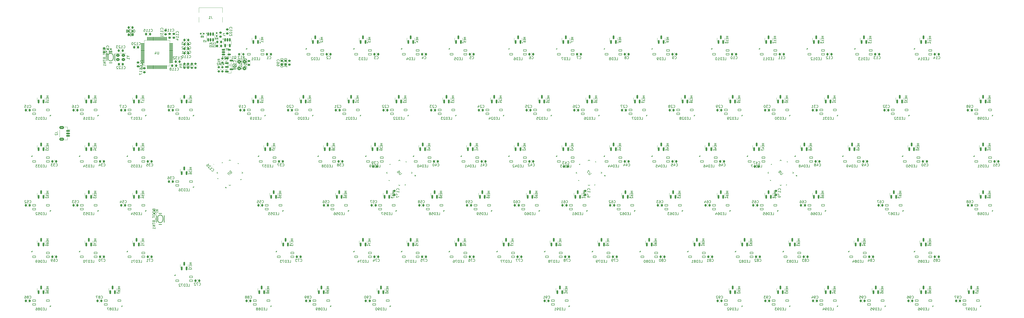
<source format=gbr>
%TF.GenerationSoftware,KiCad,Pcbnew,9.0.5*%
%TF.CreationDate,2026-01-09T00:19:27+07:00*%
%TF.ProjectId,MK98,4d4b3938-2e6b-4696-9361-645f70636258,rev?*%
%TF.SameCoordinates,Original*%
%TF.FileFunction,Legend,Bot*%
%TF.FilePolarity,Positive*%
%FSLAX46Y46*%
G04 Gerber Fmt 4.6, Leading zero omitted, Abs format (unit mm)*
G04 Created by KiCad (PCBNEW 9.0.5) date 2026-01-09 00:19:27*
%MOMM*%
%LPD*%
G01*
G04 APERTURE LIST*
G04 Aperture macros list*
%AMRoundRect*
0 Rectangle with rounded corners*
0 $1 Rounding radius*
0 $2 $3 $4 $5 $6 $7 $8 $9 X,Y pos of 4 corners*
0 Add a 4 corners polygon primitive as box body*
4,1,4,$2,$3,$4,$5,$6,$7,$8,$9,$2,$3,0*
0 Add four circle primitives for the rounded corners*
1,1,$1+$1,$2,$3*
1,1,$1+$1,$4,$5*
1,1,$1+$1,$6,$7*
1,1,$1+$1,$8,$9*
0 Add four rect primitives between the rounded corners*
20,1,$1+$1,$2,$3,$4,$5,0*
20,1,$1+$1,$4,$5,$6,$7,0*
20,1,$1+$1,$6,$7,$8,$9,0*
20,1,$1+$1,$8,$9,$2,$3,0*%
%AMRotRect*
0 Rectangle, with rotation*
0 The origin of the aperture is its center*
0 $1 length*
0 $2 width*
0 $3 Rotation angle, in degrees counterclockwise*
0 Add horizontal line*
21,1,$1,$2,0,0,$3*%
%AMFreePoly0*
4,1,18,-0.410000,0.593000,-0.403758,0.624380,-0.385983,0.650983,-0.359380,0.668758,-0.328000,0.675000,0.328000,0.675000,0.359380,0.668758,0.385983,0.650983,0.403758,0.624380,0.410000,0.593000,0.410000,-0.593000,0.403758,-0.624380,0.385983,-0.650983,0.359380,-0.668758,0.328000,-0.675000,0.000000,-0.675000,-0.410000,-0.265000,-0.410000,0.593000,-0.410000,0.593000,$1*%
G04 Aperture macros list end*
%ADD10C,0.150000*%
%ADD11C,0.120000*%
%ADD12C,0.254001*%
%ADD13C,0.059995*%
%ADD14C,0.152400*%
%ADD15C,0.000000*%
%ADD16RoundRect,0.150000X0.150000X-0.587500X0.150000X0.587500X-0.150000X0.587500X-0.150000X-0.587500X0*%
%ADD17C,1.600000*%
%ADD18C,3.048000*%
%ADD19C,3.987800*%
%ADD20C,0.800000*%
%ADD21C,6.400000*%
%ADD22R,0.850000X0.850000*%
%ADD23C,0.850000*%
%ADD24R,2.000000X2.000000*%
%ADD25C,2.000000*%
%ADD26C,3.200000*%
%ADD27RoundRect,0.082000X-0.593000X0.328000X-0.593000X-0.328000X0.593000X-0.328000X0.593000X0.328000X0*%
%ADD28FreePoly0,270.000000*%
%ADD29RoundRect,0.082000X0.593000X-0.328000X0.593000X0.328000X-0.593000X0.328000X-0.593000X-0.328000X0*%
%ADD30FreePoly0,90.000000*%
%ADD31RoundRect,0.225000X0.225000X0.250000X-0.225000X0.250000X-0.225000X-0.250000X0.225000X-0.250000X0*%
%ADD32RoundRect,0.250000X-0.445000X0.457500X-0.445000X-0.457500X0.445000X-0.457500X0.445000X0.457500X0*%
%ADD33RoundRect,0.225000X-0.225000X-0.250000X0.225000X-0.250000X0.225000X0.250000X-0.225000X0.250000X0*%
%ADD34RoundRect,0.200000X-0.275000X0.200000X-0.275000X-0.200000X0.275000X-0.200000X0.275000X0.200000X0*%
%ADD35RoundRect,0.225000X0.250000X-0.225000X0.250000X0.225000X-0.250000X0.225000X-0.250000X-0.225000X0*%
%ADD36RoundRect,0.150000X-0.512500X-0.150000X0.512500X-0.150000X0.512500X0.150000X-0.512500X0.150000X0*%
%ADD37RoundRect,0.218750X0.256250X-0.218750X0.256250X0.218750X-0.256250X0.218750X-0.256250X-0.218750X0*%
%ADD38RoundRect,0.160000X-0.160000X0.197500X-0.160000X-0.197500X0.160000X-0.197500X0.160000X0.197500X0*%
%ADD39RoundRect,0.225000X-0.250000X0.225000X-0.250000X-0.225000X0.250000X-0.225000X0.250000X0.225000X0*%
%ADD40R,0.700000X1.050013*%
%ADD41RoundRect,0.150000X-0.150000X0.512500X-0.150000X-0.512500X0.150000X-0.512500X0.150000X0.512500X0*%
%ADD42RoundRect,0.250000X-0.450000X-0.350000X0.450000X-0.350000X0.450000X0.350000X-0.450000X0.350000X0*%
%ADD43RoundRect,0.150000X-0.587500X-0.150000X0.587500X-0.150000X0.587500X0.150000X-0.587500X0.150000X0*%
%ADD44RoundRect,0.200000X-0.200000X-0.275000X0.200000X-0.275000X0.200000X0.275000X-0.200000X0.275000X0*%
%ADD45RoundRect,0.160000X0.197500X0.160000X-0.197500X0.160000X-0.197500X-0.160000X0.197500X-0.160000X0*%
%ADD46RoundRect,0.150000X-0.625000X0.150000X-0.625000X-0.150000X0.625000X-0.150000X0.625000X0.150000X0*%
%ADD47RoundRect,0.250000X-0.650000X0.350000X-0.650000X-0.350000X0.650000X-0.350000X0.650000X0.350000X0*%
%ADD48RoundRect,0.200000X0.275000X-0.200000X0.275000X0.200000X-0.275000X0.200000X-0.275000X-0.200000X0*%
%ADD49RotRect,0.229400X1.161999X315.000000*%
%ADD50RotRect,0.229400X1.161999X45.000000*%
%ADD51RotRect,0.229400X1.161999X135.000000*%
%ADD52RoundRect,0.075000X-0.700000X-0.075000X0.700000X-0.075000X0.700000X0.075000X-0.700000X0.075000X0*%
%ADD53RoundRect,0.075000X-0.075000X-0.700000X0.075000X-0.700000X0.075000X0.700000X-0.075000X0.700000X0*%
%ADD54RoundRect,0.225000X-0.335876X-0.017678X-0.017678X-0.335876X0.335876X0.017678X0.017678X0.335876X0*%
%ADD55C,0.650000*%
%ADD56R,0.600000X1.450000*%
%ADD57R,0.300000X1.450000*%
%ADD58O,1.000000X1.600000*%
%ADD59O,1.000000X2.100000*%
G04 APERTURE END LIST*
D10*
X57622295Y-59447619D02*
X56822295Y-59447619D01*
X57203247Y-59447619D02*
X57203247Y-59904762D01*
X57622295Y-59904762D02*
X56822295Y-59904762D01*
X57203247Y-60285714D02*
X57203247Y-60552380D01*
X57622295Y-60666666D02*
X57622295Y-60285714D01*
X57622295Y-60285714D02*
X56822295Y-60285714D01*
X56822295Y-60285714D02*
X56822295Y-60666666D01*
X57622295Y-61428571D02*
X57622295Y-60971428D01*
X57622295Y-61200000D02*
X56822295Y-61200000D01*
X56822295Y-61200000D02*
X56936580Y-61123809D01*
X56936580Y-61123809D02*
X57012771Y-61047619D01*
X57012771Y-61047619D02*
X57050866Y-60971428D01*
X56822295Y-62114286D02*
X56822295Y-61961905D01*
X56822295Y-61961905D02*
X56860390Y-61885714D01*
X56860390Y-61885714D02*
X56898485Y-61847619D01*
X56898485Y-61847619D02*
X57012771Y-61771429D01*
X57012771Y-61771429D02*
X57165152Y-61733333D01*
X57165152Y-61733333D02*
X57469914Y-61733333D01*
X57469914Y-61733333D02*
X57546104Y-61771429D01*
X57546104Y-61771429D02*
X57584200Y-61809524D01*
X57584200Y-61809524D02*
X57622295Y-61885714D01*
X57622295Y-61885714D02*
X57622295Y-62038095D01*
X57622295Y-62038095D02*
X57584200Y-62114286D01*
X57584200Y-62114286D02*
X57546104Y-62152381D01*
X57546104Y-62152381D02*
X57469914Y-62190476D01*
X57469914Y-62190476D02*
X57279438Y-62190476D01*
X57279438Y-62190476D02*
X57203247Y-62152381D01*
X57203247Y-62152381D02*
X57165152Y-62114286D01*
X57165152Y-62114286D02*
X57127057Y-62038095D01*
X57127057Y-62038095D02*
X57127057Y-61885714D01*
X57127057Y-61885714D02*
X57165152Y-61809524D01*
X57165152Y-61809524D02*
X57203247Y-61771429D01*
X57203247Y-61771429D02*
X57279438Y-61733333D01*
X151505238Y-87984819D02*
X151981428Y-87984819D01*
X151981428Y-87984819D02*
X151981428Y-86984819D01*
X151171904Y-87461009D02*
X150838571Y-87461009D01*
X150695714Y-87984819D02*
X151171904Y-87984819D01*
X151171904Y-87984819D02*
X151171904Y-86984819D01*
X151171904Y-86984819D02*
X150695714Y-86984819D01*
X150267142Y-87984819D02*
X150267142Y-86984819D01*
X150267142Y-86984819D02*
X150029047Y-86984819D01*
X150029047Y-86984819D02*
X149886190Y-87032438D01*
X149886190Y-87032438D02*
X149790952Y-87127676D01*
X149790952Y-87127676D02*
X149743333Y-87222914D01*
X149743333Y-87222914D02*
X149695714Y-87413390D01*
X149695714Y-87413390D02*
X149695714Y-87556247D01*
X149695714Y-87556247D02*
X149743333Y-87746723D01*
X149743333Y-87746723D02*
X149790952Y-87841961D01*
X149790952Y-87841961D02*
X149886190Y-87937200D01*
X149886190Y-87937200D02*
X150029047Y-87984819D01*
X150029047Y-87984819D02*
X150267142Y-87984819D01*
X149362380Y-86984819D02*
X148743333Y-86984819D01*
X148743333Y-86984819D02*
X149076666Y-87365771D01*
X149076666Y-87365771D02*
X148933809Y-87365771D01*
X148933809Y-87365771D02*
X148838571Y-87413390D01*
X148838571Y-87413390D02*
X148790952Y-87461009D01*
X148790952Y-87461009D02*
X148743333Y-87556247D01*
X148743333Y-87556247D02*
X148743333Y-87794342D01*
X148743333Y-87794342D02*
X148790952Y-87889580D01*
X148790952Y-87889580D02*
X148838571Y-87937200D01*
X148838571Y-87937200D02*
X148933809Y-87984819D01*
X148933809Y-87984819D02*
X149219523Y-87984819D01*
X149219523Y-87984819D02*
X149314761Y-87937200D01*
X149314761Y-87937200D02*
X149362380Y-87889580D01*
X148171904Y-87413390D02*
X148267142Y-87365771D01*
X148267142Y-87365771D02*
X148314761Y-87318152D01*
X148314761Y-87318152D02*
X148362380Y-87222914D01*
X148362380Y-87222914D02*
X148362380Y-87175295D01*
X148362380Y-87175295D02*
X148314761Y-87080057D01*
X148314761Y-87080057D02*
X148267142Y-87032438D01*
X148267142Y-87032438D02*
X148171904Y-86984819D01*
X148171904Y-86984819D02*
X147981428Y-86984819D01*
X147981428Y-86984819D02*
X147886190Y-87032438D01*
X147886190Y-87032438D02*
X147838571Y-87080057D01*
X147838571Y-87080057D02*
X147790952Y-87175295D01*
X147790952Y-87175295D02*
X147790952Y-87222914D01*
X147790952Y-87222914D02*
X147838571Y-87318152D01*
X147838571Y-87318152D02*
X147886190Y-87365771D01*
X147886190Y-87365771D02*
X147981428Y-87413390D01*
X147981428Y-87413390D02*
X148171904Y-87413390D01*
X148171904Y-87413390D02*
X148267142Y-87461009D01*
X148267142Y-87461009D02*
X148314761Y-87508628D01*
X148314761Y-87508628D02*
X148362380Y-87603866D01*
X148362380Y-87603866D02*
X148362380Y-87794342D01*
X148362380Y-87794342D02*
X148314761Y-87889580D01*
X148314761Y-87889580D02*
X148267142Y-87937200D01*
X148267142Y-87937200D02*
X148171904Y-87984819D01*
X148171904Y-87984819D02*
X147981428Y-87984819D01*
X147981428Y-87984819D02*
X147886190Y-87937200D01*
X147886190Y-87937200D02*
X147838571Y-87889580D01*
X147838571Y-87889580D02*
X147790952Y-87794342D01*
X147790952Y-87794342D02*
X147790952Y-87603866D01*
X147790952Y-87603866D02*
X147838571Y-87508628D01*
X147838571Y-87508628D02*
X147886190Y-87461009D01*
X147886190Y-87461009D02*
X147981428Y-87413390D01*
X65780238Y-145134819D02*
X66256428Y-145134819D01*
X66256428Y-145134819D02*
X66256428Y-144134819D01*
X65446904Y-144611009D02*
X65113571Y-144611009D01*
X64970714Y-145134819D02*
X65446904Y-145134819D01*
X65446904Y-145134819D02*
X65446904Y-144134819D01*
X65446904Y-144134819D02*
X64970714Y-144134819D01*
X64542142Y-145134819D02*
X64542142Y-144134819D01*
X64542142Y-144134819D02*
X64304047Y-144134819D01*
X64304047Y-144134819D02*
X64161190Y-144182438D01*
X64161190Y-144182438D02*
X64065952Y-144277676D01*
X64065952Y-144277676D02*
X64018333Y-144372914D01*
X64018333Y-144372914D02*
X63970714Y-144563390D01*
X63970714Y-144563390D02*
X63970714Y-144706247D01*
X63970714Y-144706247D02*
X64018333Y-144896723D01*
X64018333Y-144896723D02*
X64065952Y-144991961D01*
X64065952Y-144991961D02*
X64161190Y-145087200D01*
X64161190Y-145087200D02*
X64304047Y-145134819D01*
X64304047Y-145134819D02*
X64542142Y-145134819D01*
X63399285Y-144563390D02*
X63494523Y-144515771D01*
X63494523Y-144515771D02*
X63542142Y-144468152D01*
X63542142Y-144468152D02*
X63589761Y-144372914D01*
X63589761Y-144372914D02*
X63589761Y-144325295D01*
X63589761Y-144325295D02*
X63542142Y-144230057D01*
X63542142Y-144230057D02*
X63494523Y-144182438D01*
X63494523Y-144182438D02*
X63399285Y-144134819D01*
X63399285Y-144134819D02*
X63208809Y-144134819D01*
X63208809Y-144134819D02*
X63113571Y-144182438D01*
X63113571Y-144182438D02*
X63065952Y-144230057D01*
X63065952Y-144230057D02*
X63018333Y-144325295D01*
X63018333Y-144325295D02*
X63018333Y-144372914D01*
X63018333Y-144372914D02*
X63065952Y-144468152D01*
X63065952Y-144468152D02*
X63113571Y-144515771D01*
X63113571Y-144515771D02*
X63208809Y-144563390D01*
X63208809Y-144563390D02*
X63399285Y-144563390D01*
X63399285Y-144563390D02*
X63494523Y-144611009D01*
X63494523Y-144611009D02*
X63542142Y-144658628D01*
X63542142Y-144658628D02*
X63589761Y-144753866D01*
X63589761Y-144753866D02*
X63589761Y-144944342D01*
X63589761Y-144944342D02*
X63542142Y-145039580D01*
X63542142Y-145039580D02*
X63494523Y-145087200D01*
X63494523Y-145087200D02*
X63399285Y-145134819D01*
X63399285Y-145134819D02*
X63208809Y-145134819D01*
X63208809Y-145134819D02*
X63113571Y-145087200D01*
X63113571Y-145087200D02*
X63065952Y-145039580D01*
X63065952Y-145039580D02*
X63018333Y-144944342D01*
X63018333Y-144944342D02*
X63018333Y-144753866D01*
X63018333Y-144753866D02*
X63065952Y-144658628D01*
X63065952Y-144658628D02*
X63113571Y-144611009D01*
X63113571Y-144611009D02*
X63208809Y-144563390D01*
X62684999Y-144134819D02*
X62018333Y-144134819D01*
X62018333Y-144134819D02*
X62446904Y-145134819D01*
X308667738Y-45122319D02*
X309143928Y-45122319D01*
X309143928Y-45122319D02*
X309143928Y-44122319D01*
X308334404Y-44598509D02*
X308001071Y-44598509D01*
X307858214Y-45122319D02*
X308334404Y-45122319D01*
X308334404Y-45122319D02*
X308334404Y-44122319D01*
X308334404Y-44122319D02*
X307858214Y-44122319D01*
X307429642Y-45122319D02*
X307429642Y-44122319D01*
X307429642Y-44122319D02*
X307191547Y-44122319D01*
X307191547Y-44122319D02*
X307048690Y-44169938D01*
X307048690Y-44169938D02*
X306953452Y-44265176D01*
X306953452Y-44265176D02*
X306905833Y-44360414D01*
X306905833Y-44360414D02*
X306858214Y-44550890D01*
X306858214Y-44550890D02*
X306858214Y-44693747D01*
X306858214Y-44693747D02*
X306905833Y-44884223D01*
X306905833Y-44884223D02*
X306953452Y-44979461D01*
X306953452Y-44979461D02*
X307048690Y-45074700D01*
X307048690Y-45074700D02*
X307191547Y-45122319D01*
X307191547Y-45122319D02*
X307429642Y-45122319D01*
X305905833Y-45122319D02*
X306477261Y-45122319D01*
X306191547Y-45122319D02*
X306191547Y-44122319D01*
X306191547Y-44122319D02*
X306286785Y-44265176D01*
X306286785Y-44265176D02*
X306382023Y-44360414D01*
X306382023Y-44360414D02*
X306477261Y-44408033D01*
X305286785Y-44122319D02*
X305191547Y-44122319D01*
X305191547Y-44122319D02*
X305096309Y-44169938D01*
X305096309Y-44169938D02*
X305048690Y-44217557D01*
X305048690Y-44217557D02*
X305001071Y-44312795D01*
X305001071Y-44312795D02*
X304953452Y-44503271D01*
X304953452Y-44503271D02*
X304953452Y-44741366D01*
X304953452Y-44741366D02*
X305001071Y-44931842D01*
X305001071Y-44931842D02*
X305048690Y-45027080D01*
X305048690Y-45027080D02*
X305096309Y-45074700D01*
X305096309Y-45074700D02*
X305191547Y-45122319D01*
X305191547Y-45122319D02*
X305286785Y-45122319D01*
X305286785Y-45122319D02*
X305382023Y-45074700D01*
X305382023Y-45074700D02*
X305429642Y-45027080D01*
X305429642Y-45027080D02*
X305477261Y-44931842D01*
X305477261Y-44931842D02*
X305524880Y-44741366D01*
X305524880Y-44741366D02*
X305524880Y-44503271D01*
X305524880Y-44503271D02*
X305477261Y-44312795D01*
X305477261Y-44312795D02*
X305429642Y-44217557D01*
X305429642Y-44217557D02*
X305382023Y-44169938D01*
X305382023Y-44169938D02*
X305286785Y-44122319D01*
X213417738Y-107034819D02*
X213893928Y-107034819D01*
X213893928Y-107034819D02*
X213893928Y-106034819D01*
X213084404Y-106511009D02*
X212751071Y-106511009D01*
X212608214Y-107034819D02*
X213084404Y-107034819D01*
X213084404Y-107034819D02*
X213084404Y-106034819D01*
X213084404Y-106034819D02*
X212608214Y-106034819D01*
X212179642Y-107034819D02*
X212179642Y-106034819D01*
X212179642Y-106034819D02*
X211941547Y-106034819D01*
X211941547Y-106034819D02*
X211798690Y-106082438D01*
X211798690Y-106082438D02*
X211703452Y-106177676D01*
X211703452Y-106177676D02*
X211655833Y-106272914D01*
X211655833Y-106272914D02*
X211608214Y-106463390D01*
X211608214Y-106463390D02*
X211608214Y-106606247D01*
X211608214Y-106606247D02*
X211655833Y-106796723D01*
X211655833Y-106796723D02*
X211703452Y-106891961D01*
X211703452Y-106891961D02*
X211798690Y-106987200D01*
X211798690Y-106987200D02*
X211941547Y-107034819D01*
X211941547Y-107034819D02*
X212179642Y-107034819D01*
X210703452Y-106034819D02*
X211179642Y-106034819D01*
X211179642Y-106034819D02*
X211227261Y-106511009D01*
X211227261Y-106511009D02*
X211179642Y-106463390D01*
X211179642Y-106463390D02*
X211084404Y-106415771D01*
X211084404Y-106415771D02*
X210846309Y-106415771D01*
X210846309Y-106415771D02*
X210751071Y-106463390D01*
X210751071Y-106463390D02*
X210703452Y-106511009D01*
X210703452Y-106511009D02*
X210655833Y-106606247D01*
X210655833Y-106606247D02*
X210655833Y-106844342D01*
X210655833Y-106844342D02*
X210703452Y-106939580D01*
X210703452Y-106939580D02*
X210751071Y-106987200D01*
X210751071Y-106987200D02*
X210846309Y-107034819D01*
X210846309Y-107034819D02*
X211084404Y-107034819D01*
X211084404Y-107034819D02*
X211179642Y-106987200D01*
X211179642Y-106987200D02*
X211227261Y-106939580D01*
X210179642Y-107034819D02*
X209989166Y-107034819D01*
X209989166Y-107034819D02*
X209893928Y-106987200D01*
X209893928Y-106987200D02*
X209846309Y-106939580D01*
X209846309Y-106939580D02*
X209751071Y-106796723D01*
X209751071Y-106796723D02*
X209703452Y-106606247D01*
X209703452Y-106606247D02*
X209703452Y-106225295D01*
X209703452Y-106225295D02*
X209751071Y-106130057D01*
X209751071Y-106130057D02*
X209798690Y-106082438D01*
X209798690Y-106082438D02*
X209893928Y-106034819D01*
X209893928Y-106034819D02*
X210084404Y-106034819D01*
X210084404Y-106034819D02*
X210179642Y-106082438D01*
X210179642Y-106082438D02*
X210227261Y-106130057D01*
X210227261Y-106130057D02*
X210274880Y-106225295D01*
X210274880Y-106225295D02*
X210274880Y-106463390D01*
X210274880Y-106463390D02*
X210227261Y-106558628D01*
X210227261Y-106558628D02*
X210179642Y-106606247D01*
X210179642Y-106606247D02*
X210084404Y-106653866D01*
X210084404Y-106653866D02*
X209893928Y-106653866D01*
X209893928Y-106653866D02*
X209798690Y-106606247D01*
X209798690Y-106606247D02*
X209751071Y-106558628D01*
X209751071Y-106558628D02*
X209703452Y-106463390D01*
X307155357Y-64079580D02*
X307202976Y-64127200D01*
X307202976Y-64127200D02*
X307345833Y-64174819D01*
X307345833Y-64174819D02*
X307441071Y-64174819D01*
X307441071Y-64174819D02*
X307583928Y-64127200D01*
X307583928Y-64127200D02*
X307679166Y-64031961D01*
X307679166Y-64031961D02*
X307726785Y-63936723D01*
X307726785Y-63936723D02*
X307774404Y-63746247D01*
X307774404Y-63746247D02*
X307774404Y-63603390D01*
X307774404Y-63603390D02*
X307726785Y-63412914D01*
X307726785Y-63412914D02*
X307679166Y-63317676D01*
X307679166Y-63317676D02*
X307583928Y-63222438D01*
X307583928Y-63222438D02*
X307441071Y-63174819D01*
X307441071Y-63174819D02*
X307345833Y-63174819D01*
X307345833Y-63174819D02*
X307202976Y-63222438D01*
X307202976Y-63222438D02*
X307155357Y-63270057D01*
X306774404Y-63270057D02*
X306726785Y-63222438D01*
X306726785Y-63222438D02*
X306631547Y-63174819D01*
X306631547Y-63174819D02*
X306393452Y-63174819D01*
X306393452Y-63174819D02*
X306298214Y-63222438D01*
X306298214Y-63222438D02*
X306250595Y-63270057D01*
X306250595Y-63270057D02*
X306202976Y-63365295D01*
X306202976Y-63365295D02*
X306202976Y-63460533D01*
X306202976Y-63460533D02*
X306250595Y-63603390D01*
X306250595Y-63603390D02*
X306822023Y-64174819D01*
X306822023Y-64174819D02*
X306202976Y-64174819D01*
X305726785Y-64174819D02*
X305536309Y-64174819D01*
X305536309Y-64174819D02*
X305441071Y-64127200D01*
X305441071Y-64127200D02*
X305393452Y-64079580D01*
X305393452Y-64079580D02*
X305298214Y-63936723D01*
X305298214Y-63936723D02*
X305250595Y-63746247D01*
X305250595Y-63746247D02*
X305250595Y-63365295D01*
X305250595Y-63365295D02*
X305298214Y-63270057D01*
X305298214Y-63270057D02*
X305345833Y-63222438D01*
X305345833Y-63222438D02*
X305441071Y-63174819D01*
X305441071Y-63174819D02*
X305631547Y-63174819D01*
X305631547Y-63174819D02*
X305726785Y-63222438D01*
X305726785Y-63222438D02*
X305774404Y-63270057D01*
X305774404Y-63270057D02*
X305822023Y-63365295D01*
X305822023Y-63365295D02*
X305822023Y-63603390D01*
X305822023Y-63603390D02*
X305774404Y-63698628D01*
X305774404Y-63698628D02*
X305726785Y-63746247D01*
X305726785Y-63746247D02*
X305631547Y-63793866D01*
X305631547Y-63793866D02*
X305441071Y-63793866D01*
X305441071Y-63793866D02*
X305345833Y-63746247D01*
X305345833Y-63746247D02*
X305298214Y-63698628D01*
X305298214Y-63698628D02*
X305250595Y-63603390D01*
X171922295Y-78497619D02*
X171122295Y-78497619D01*
X171503247Y-78497619D02*
X171503247Y-78954762D01*
X171922295Y-78954762D02*
X171122295Y-78954762D01*
X171503247Y-79335714D02*
X171503247Y-79602380D01*
X171922295Y-79716666D02*
X171922295Y-79335714D01*
X171922295Y-79335714D02*
X171122295Y-79335714D01*
X171122295Y-79335714D02*
X171122295Y-79716666D01*
X171122295Y-79983333D02*
X171122295Y-80478571D01*
X171122295Y-80478571D02*
X171427057Y-80211905D01*
X171427057Y-80211905D02*
X171427057Y-80326190D01*
X171427057Y-80326190D02*
X171465152Y-80402381D01*
X171465152Y-80402381D02*
X171503247Y-80440476D01*
X171503247Y-80440476D02*
X171579438Y-80478571D01*
X171579438Y-80478571D02*
X171769914Y-80478571D01*
X171769914Y-80478571D02*
X171846104Y-80440476D01*
X171846104Y-80440476D02*
X171884200Y-80402381D01*
X171884200Y-80402381D02*
X171922295Y-80326190D01*
X171922295Y-80326190D02*
X171922295Y-80097619D01*
X171922295Y-80097619D02*
X171884200Y-80021428D01*
X171884200Y-80021428D02*
X171846104Y-79983333D01*
X171922295Y-80859524D02*
X171922295Y-81011905D01*
X171922295Y-81011905D02*
X171884200Y-81088095D01*
X171884200Y-81088095D02*
X171846104Y-81126191D01*
X171846104Y-81126191D02*
X171731819Y-81202381D01*
X171731819Y-81202381D02*
X171579438Y-81240476D01*
X171579438Y-81240476D02*
X171274676Y-81240476D01*
X171274676Y-81240476D02*
X171198485Y-81202381D01*
X171198485Y-81202381D02*
X171160390Y-81164286D01*
X171160390Y-81164286D02*
X171122295Y-81088095D01*
X171122295Y-81088095D02*
X171122295Y-80935714D01*
X171122295Y-80935714D02*
X171160390Y-80859524D01*
X171160390Y-80859524D02*
X171198485Y-80821429D01*
X171198485Y-80821429D02*
X171274676Y-80783333D01*
X171274676Y-80783333D02*
X171465152Y-80783333D01*
X171465152Y-80783333D02*
X171541342Y-80821429D01*
X171541342Y-80821429D02*
X171579438Y-80859524D01*
X171579438Y-80859524D02*
X171617533Y-80935714D01*
X171617533Y-80935714D02*
X171617533Y-81088095D01*
X171617533Y-81088095D02*
X171579438Y-81164286D01*
X171579438Y-81164286D02*
X171541342Y-81202381D01*
X171541342Y-81202381D02*
X171465152Y-81240476D01*
X205259795Y-36016071D02*
X204459795Y-36016071D01*
X204840747Y-36016071D02*
X204840747Y-36473214D01*
X205259795Y-36473214D02*
X204459795Y-36473214D01*
X204840747Y-36854166D02*
X204840747Y-37120832D01*
X205259795Y-37235118D02*
X205259795Y-36854166D01*
X205259795Y-36854166D02*
X204459795Y-36854166D01*
X204459795Y-36854166D02*
X204459795Y-37235118D01*
X204459795Y-37958928D02*
X204459795Y-37577976D01*
X204459795Y-37577976D02*
X204840747Y-37539880D01*
X204840747Y-37539880D02*
X204802652Y-37577976D01*
X204802652Y-37577976D02*
X204764557Y-37654166D01*
X204764557Y-37654166D02*
X204764557Y-37844642D01*
X204764557Y-37844642D02*
X204802652Y-37920833D01*
X204802652Y-37920833D02*
X204840747Y-37958928D01*
X204840747Y-37958928D02*
X204916938Y-37997023D01*
X204916938Y-37997023D02*
X205107414Y-37997023D01*
X205107414Y-37997023D02*
X205183604Y-37958928D01*
X205183604Y-37958928D02*
X205221700Y-37920833D01*
X205221700Y-37920833D02*
X205259795Y-37844642D01*
X205259795Y-37844642D02*
X205259795Y-37654166D01*
X205259795Y-37654166D02*
X205221700Y-37577976D01*
X205221700Y-37577976D02*
X205183604Y-37539880D01*
X115459580Y-46023452D02*
X115507200Y-45975833D01*
X115507200Y-45975833D02*
X115554819Y-45832976D01*
X115554819Y-45832976D02*
X115554819Y-45737738D01*
X115554819Y-45737738D02*
X115507200Y-45594881D01*
X115507200Y-45594881D02*
X115411961Y-45499643D01*
X115411961Y-45499643D02*
X115316723Y-45452024D01*
X115316723Y-45452024D02*
X115126247Y-45404405D01*
X115126247Y-45404405D02*
X114983390Y-45404405D01*
X114983390Y-45404405D02*
X114792914Y-45452024D01*
X114792914Y-45452024D02*
X114697676Y-45499643D01*
X114697676Y-45499643D02*
X114602438Y-45594881D01*
X114602438Y-45594881D02*
X114554819Y-45737738D01*
X114554819Y-45737738D02*
X114554819Y-45832976D01*
X114554819Y-45832976D02*
X114602438Y-45975833D01*
X114602438Y-45975833D02*
X114650057Y-46023452D01*
X115554819Y-46975833D02*
X115554819Y-46404405D01*
X115554819Y-46690119D02*
X114554819Y-46690119D01*
X114554819Y-46690119D02*
X114697676Y-46594881D01*
X114697676Y-46594881D02*
X114792914Y-46499643D01*
X114792914Y-46499643D02*
X114840533Y-46404405D01*
X114554819Y-47594881D02*
X114554819Y-47690119D01*
X114554819Y-47690119D02*
X114602438Y-47785357D01*
X114602438Y-47785357D02*
X114650057Y-47832976D01*
X114650057Y-47832976D02*
X114745295Y-47880595D01*
X114745295Y-47880595D02*
X114935771Y-47928214D01*
X114935771Y-47928214D02*
X115173866Y-47928214D01*
X115173866Y-47928214D02*
X115364342Y-47880595D01*
X115364342Y-47880595D02*
X115459580Y-47832976D01*
X115459580Y-47832976D02*
X115507200Y-47785357D01*
X115507200Y-47785357D02*
X115554819Y-47690119D01*
X115554819Y-47690119D02*
X115554819Y-47594881D01*
X115554819Y-47594881D02*
X115507200Y-47499643D01*
X115507200Y-47499643D02*
X115459580Y-47452024D01*
X115459580Y-47452024D02*
X115364342Y-47404405D01*
X115364342Y-47404405D02*
X115173866Y-47356786D01*
X115173866Y-47356786D02*
X114935771Y-47356786D01*
X114935771Y-47356786D02*
X114745295Y-47404405D01*
X114745295Y-47404405D02*
X114650057Y-47452024D01*
X114650057Y-47452024D02*
X114602438Y-47499643D01*
X114602438Y-47499643D02*
X114554819Y-47594881D01*
X115554819Y-48404405D02*
X115554819Y-48594881D01*
X115554819Y-48594881D02*
X115507200Y-48690119D01*
X115507200Y-48690119D02*
X115459580Y-48737738D01*
X115459580Y-48737738D02*
X115316723Y-48832976D01*
X115316723Y-48832976D02*
X115126247Y-48880595D01*
X115126247Y-48880595D02*
X114745295Y-48880595D01*
X114745295Y-48880595D02*
X114650057Y-48832976D01*
X114650057Y-48832976D02*
X114602438Y-48785357D01*
X114602438Y-48785357D02*
X114554819Y-48690119D01*
X114554819Y-48690119D02*
X114554819Y-48499643D01*
X114554819Y-48499643D02*
X114602438Y-48404405D01*
X114602438Y-48404405D02*
X114650057Y-48356786D01*
X114650057Y-48356786D02*
X114745295Y-48309167D01*
X114745295Y-48309167D02*
X114983390Y-48309167D01*
X114983390Y-48309167D02*
X115078628Y-48356786D01*
X115078628Y-48356786D02*
X115126247Y-48404405D01*
X115126247Y-48404405D02*
X115173866Y-48499643D01*
X115173866Y-48499643D02*
X115173866Y-48690119D01*
X115173866Y-48690119D02*
X115126247Y-48785357D01*
X115126247Y-48785357D02*
X115078628Y-48832976D01*
X115078628Y-48832976D02*
X114983390Y-48880595D01*
X413442738Y-107034819D02*
X413918928Y-107034819D01*
X413918928Y-107034819D02*
X413918928Y-106034819D01*
X413109404Y-106511009D02*
X412776071Y-106511009D01*
X412633214Y-107034819D02*
X413109404Y-107034819D01*
X413109404Y-107034819D02*
X413109404Y-106034819D01*
X413109404Y-106034819D02*
X412633214Y-106034819D01*
X412204642Y-107034819D02*
X412204642Y-106034819D01*
X412204642Y-106034819D02*
X411966547Y-106034819D01*
X411966547Y-106034819D02*
X411823690Y-106082438D01*
X411823690Y-106082438D02*
X411728452Y-106177676D01*
X411728452Y-106177676D02*
X411680833Y-106272914D01*
X411680833Y-106272914D02*
X411633214Y-106463390D01*
X411633214Y-106463390D02*
X411633214Y-106606247D01*
X411633214Y-106606247D02*
X411680833Y-106796723D01*
X411680833Y-106796723D02*
X411728452Y-106891961D01*
X411728452Y-106891961D02*
X411823690Y-106987200D01*
X411823690Y-106987200D02*
X411966547Y-107034819D01*
X411966547Y-107034819D02*
X412204642Y-107034819D01*
X410776071Y-106034819D02*
X410966547Y-106034819D01*
X410966547Y-106034819D02*
X411061785Y-106082438D01*
X411061785Y-106082438D02*
X411109404Y-106130057D01*
X411109404Y-106130057D02*
X411204642Y-106272914D01*
X411204642Y-106272914D02*
X411252261Y-106463390D01*
X411252261Y-106463390D02*
X411252261Y-106844342D01*
X411252261Y-106844342D02*
X411204642Y-106939580D01*
X411204642Y-106939580D02*
X411157023Y-106987200D01*
X411157023Y-106987200D02*
X411061785Y-107034819D01*
X411061785Y-107034819D02*
X410871309Y-107034819D01*
X410871309Y-107034819D02*
X410776071Y-106987200D01*
X410776071Y-106987200D02*
X410728452Y-106939580D01*
X410728452Y-106939580D02*
X410680833Y-106844342D01*
X410680833Y-106844342D02*
X410680833Y-106606247D01*
X410680833Y-106606247D02*
X410728452Y-106511009D01*
X410728452Y-106511009D02*
X410776071Y-106463390D01*
X410776071Y-106463390D02*
X410871309Y-106415771D01*
X410871309Y-106415771D02*
X411061785Y-106415771D01*
X411061785Y-106415771D02*
X411157023Y-106463390D01*
X411157023Y-106463390D02*
X411204642Y-106511009D01*
X411204642Y-106511009D02*
X411252261Y-106606247D01*
X410109404Y-106463390D02*
X410204642Y-106415771D01*
X410204642Y-106415771D02*
X410252261Y-106368152D01*
X410252261Y-106368152D02*
X410299880Y-106272914D01*
X410299880Y-106272914D02*
X410299880Y-106225295D01*
X410299880Y-106225295D02*
X410252261Y-106130057D01*
X410252261Y-106130057D02*
X410204642Y-106082438D01*
X410204642Y-106082438D02*
X410109404Y-106034819D01*
X410109404Y-106034819D02*
X409918928Y-106034819D01*
X409918928Y-106034819D02*
X409823690Y-106082438D01*
X409823690Y-106082438D02*
X409776071Y-106130057D01*
X409776071Y-106130057D02*
X409728452Y-106225295D01*
X409728452Y-106225295D02*
X409728452Y-106272914D01*
X409728452Y-106272914D02*
X409776071Y-106368152D01*
X409776071Y-106368152D02*
X409823690Y-106415771D01*
X409823690Y-106415771D02*
X409918928Y-106463390D01*
X409918928Y-106463390D02*
X410109404Y-106463390D01*
X410109404Y-106463390D02*
X410204642Y-106511009D01*
X410204642Y-106511009D02*
X410252261Y-106558628D01*
X410252261Y-106558628D02*
X410299880Y-106653866D01*
X410299880Y-106653866D02*
X410299880Y-106844342D01*
X410299880Y-106844342D02*
X410252261Y-106939580D01*
X410252261Y-106939580D02*
X410204642Y-106987200D01*
X410204642Y-106987200D02*
X410109404Y-107034819D01*
X410109404Y-107034819D02*
X409918928Y-107034819D01*
X409918928Y-107034819D02*
X409823690Y-106987200D01*
X409823690Y-106987200D02*
X409776071Y-106939580D01*
X409776071Y-106939580D02*
X409728452Y-106844342D01*
X409728452Y-106844342D02*
X409728452Y-106653866D01*
X409728452Y-106653866D02*
X409776071Y-106558628D01*
X409776071Y-106558628D02*
X409823690Y-106511009D01*
X409823690Y-106511009D02*
X409918928Y-106463390D01*
X322955238Y-87984819D02*
X323431428Y-87984819D01*
X323431428Y-87984819D02*
X323431428Y-86984819D01*
X322621904Y-87461009D02*
X322288571Y-87461009D01*
X322145714Y-87984819D02*
X322621904Y-87984819D01*
X322621904Y-87984819D02*
X322621904Y-86984819D01*
X322621904Y-86984819D02*
X322145714Y-86984819D01*
X321717142Y-87984819D02*
X321717142Y-86984819D01*
X321717142Y-86984819D02*
X321479047Y-86984819D01*
X321479047Y-86984819D02*
X321336190Y-87032438D01*
X321336190Y-87032438D02*
X321240952Y-87127676D01*
X321240952Y-87127676D02*
X321193333Y-87222914D01*
X321193333Y-87222914D02*
X321145714Y-87413390D01*
X321145714Y-87413390D02*
X321145714Y-87556247D01*
X321145714Y-87556247D02*
X321193333Y-87746723D01*
X321193333Y-87746723D02*
X321240952Y-87841961D01*
X321240952Y-87841961D02*
X321336190Y-87937200D01*
X321336190Y-87937200D02*
X321479047Y-87984819D01*
X321479047Y-87984819D02*
X321717142Y-87984819D01*
X320288571Y-87318152D02*
X320288571Y-87984819D01*
X320526666Y-86937200D02*
X320764761Y-87651485D01*
X320764761Y-87651485D02*
X320145714Y-87651485D01*
X319859999Y-86984819D02*
X319193333Y-86984819D01*
X319193333Y-86984819D02*
X319621904Y-87984819D01*
X288105357Y-64079580D02*
X288152976Y-64127200D01*
X288152976Y-64127200D02*
X288295833Y-64174819D01*
X288295833Y-64174819D02*
X288391071Y-64174819D01*
X288391071Y-64174819D02*
X288533928Y-64127200D01*
X288533928Y-64127200D02*
X288629166Y-64031961D01*
X288629166Y-64031961D02*
X288676785Y-63936723D01*
X288676785Y-63936723D02*
X288724404Y-63746247D01*
X288724404Y-63746247D02*
X288724404Y-63603390D01*
X288724404Y-63603390D02*
X288676785Y-63412914D01*
X288676785Y-63412914D02*
X288629166Y-63317676D01*
X288629166Y-63317676D02*
X288533928Y-63222438D01*
X288533928Y-63222438D02*
X288391071Y-63174819D01*
X288391071Y-63174819D02*
X288295833Y-63174819D01*
X288295833Y-63174819D02*
X288152976Y-63222438D01*
X288152976Y-63222438D02*
X288105357Y-63270057D01*
X287724404Y-63270057D02*
X287676785Y-63222438D01*
X287676785Y-63222438D02*
X287581547Y-63174819D01*
X287581547Y-63174819D02*
X287343452Y-63174819D01*
X287343452Y-63174819D02*
X287248214Y-63222438D01*
X287248214Y-63222438D02*
X287200595Y-63270057D01*
X287200595Y-63270057D02*
X287152976Y-63365295D01*
X287152976Y-63365295D02*
X287152976Y-63460533D01*
X287152976Y-63460533D02*
X287200595Y-63603390D01*
X287200595Y-63603390D02*
X287772023Y-64174819D01*
X287772023Y-64174819D02*
X287152976Y-64174819D01*
X286581547Y-63603390D02*
X286676785Y-63555771D01*
X286676785Y-63555771D02*
X286724404Y-63508152D01*
X286724404Y-63508152D02*
X286772023Y-63412914D01*
X286772023Y-63412914D02*
X286772023Y-63365295D01*
X286772023Y-63365295D02*
X286724404Y-63270057D01*
X286724404Y-63270057D02*
X286676785Y-63222438D01*
X286676785Y-63222438D02*
X286581547Y-63174819D01*
X286581547Y-63174819D02*
X286391071Y-63174819D01*
X286391071Y-63174819D02*
X286295833Y-63222438D01*
X286295833Y-63222438D02*
X286248214Y-63270057D01*
X286248214Y-63270057D02*
X286200595Y-63365295D01*
X286200595Y-63365295D02*
X286200595Y-63412914D01*
X286200595Y-63412914D02*
X286248214Y-63508152D01*
X286248214Y-63508152D02*
X286295833Y-63555771D01*
X286295833Y-63555771D02*
X286391071Y-63603390D01*
X286391071Y-63603390D02*
X286581547Y-63603390D01*
X286581547Y-63603390D02*
X286676785Y-63651009D01*
X286676785Y-63651009D02*
X286724404Y-63698628D01*
X286724404Y-63698628D02*
X286772023Y-63793866D01*
X286772023Y-63793866D02*
X286772023Y-63984342D01*
X286772023Y-63984342D02*
X286724404Y-64079580D01*
X286724404Y-64079580D02*
X286676785Y-64127200D01*
X286676785Y-64127200D02*
X286581547Y-64174819D01*
X286581547Y-64174819D02*
X286391071Y-64174819D01*
X286391071Y-64174819D02*
X286295833Y-64127200D01*
X286295833Y-64127200D02*
X286248214Y-64079580D01*
X286248214Y-64079580D02*
X286200595Y-63984342D01*
X286200595Y-63984342D02*
X286200595Y-63793866D01*
X286200595Y-63793866D02*
X286248214Y-63698628D01*
X286248214Y-63698628D02*
X286295833Y-63651009D01*
X286295833Y-63651009D02*
X286391071Y-63603390D01*
X370580238Y-145134819D02*
X371056428Y-145134819D01*
X371056428Y-145134819D02*
X371056428Y-144134819D01*
X370246904Y-144611009D02*
X369913571Y-144611009D01*
X369770714Y-145134819D02*
X370246904Y-145134819D01*
X370246904Y-145134819D02*
X370246904Y-144134819D01*
X370246904Y-144134819D02*
X369770714Y-144134819D01*
X369342142Y-145134819D02*
X369342142Y-144134819D01*
X369342142Y-144134819D02*
X369104047Y-144134819D01*
X369104047Y-144134819D02*
X368961190Y-144182438D01*
X368961190Y-144182438D02*
X368865952Y-144277676D01*
X368865952Y-144277676D02*
X368818333Y-144372914D01*
X368818333Y-144372914D02*
X368770714Y-144563390D01*
X368770714Y-144563390D02*
X368770714Y-144706247D01*
X368770714Y-144706247D02*
X368818333Y-144896723D01*
X368818333Y-144896723D02*
X368865952Y-144991961D01*
X368865952Y-144991961D02*
X368961190Y-145087200D01*
X368961190Y-145087200D02*
X369104047Y-145134819D01*
X369104047Y-145134819D02*
X369342142Y-145134819D01*
X368294523Y-145134819D02*
X368104047Y-145134819D01*
X368104047Y-145134819D02*
X368008809Y-145087200D01*
X368008809Y-145087200D02*
X367961190Y-145039580D01*
X367961190Y-145039580D02*
X367865952Y-144896723D01*
X367865952Y-144896723D02*
X367818333Y-144706247D01*
X367818333Y-144706247D02*
X367818333Y-144325295D01*
X367818333Y-144325295D02*
X367865952Y-144230057D01*
X367865952Y-144230057D02*
X367913571Y-144182438D01*
X367913571Y-144182438D02*
X368008809Y-144134819D01*
X368008809Y-144134819D02*
X368199285Y-144134819D01*
X368199285Y-144134819D02*
X368294523Y-144182438D01*
X368294523Y-144182438D02*
X368342142Y-144230057D01*
X368342142Y-144230057D02*
X368389761Y-144325295D01*
X368389761Y-144325295D02*
X368389761Y-144563390D01*
X368389761Y-144563390D02*
X368342142Y-144658628D01*
X368342142Y-144658628D02*
X368294523Y-144706247D01*
X368294523Y-144706247D02*
X368199285Y-144753866D01*
X368199285Y-144753866D02*
X368008809Y-144753866D01*
X368008809Y-144753866D02*
X367913571Y-144706247D01*
X367913571Y-144706247D02*
X367865952Y-144658628D01*
X367865952Y-144658628D02*
X367818333Y-144563390D01*
X366913571Y-144134819D02*
X367389761Y-144134819D01*
X367389761Y-144134819D02*
X367437380Y-144611009D01*
X367437380Y-144611009D02*
X367389761Y-144563390D01*
X367389761Y-144563390D02*
X367294523Y-144515771D01*
X367294523Y-144515771D02*
X367056428Y-144515771D01*
X367056428Y-144515771D02*
X366961190Y-144563390D01*
X366961190Y-144563390D02*
X366913571Y-144611009D01*
X366913571Y-144611009D02*
X366865952Y-144706247D01*
X366865952Y-144706247D02*
X366865952Y-144944342D01*
X366865952Y-144944342D02*
X366913571Y-145039580D01*
X366913571Y-145039580D02*
X366961190Y-145087200D01*
X366961190Y-145087200D02*
X367056428Y-145134819D01*
X367056428Y-145134819D02*
X367294523Y-145134819D01*
X367294523Y-145134819D02*
X367389761Y-145087200D01*
X367389761Y-145087200D02*
X367437380Y-145039580D01*
X379091045Y-97547619D02*
X378291045Y-97547619D01*
X378671997Y-97547619D02*
X378671997Y-98004762D01*
X379091045Y-98004762D02*
X378291045Y-98004762D01*
X378671997Y-98385714D02*
X378671997Y-98652380D01*
X379091045Y-98766666D02*
X379091045Y-98385714D01*
X379091045Y-98385714D02*
X378291045Y-98385714D01*
X378291045Y-98385714D02*
X378291045Y-98766666D01*
X378291045Y-99452381D02*
X378291045Y-99300000D01*
X378291045Y-99300000D02*
X378329140Y-99223809D01*
X378329140Y-99223809D02*
X378367235Y-99185714D01*
X378367235Y-99185714D02*
X378481521Y-99109524D01*
X378481521Y-99109524D02*
X378633902Y-99071428D01*
X378633902Y-99071428D02*
X378938664Y-99071428D01*
X378938664Y-99071428D02*
X379014854Y-99109524D01*
X379014854Y-99109524D02*
X379052950Y-99147619D01*
X379052950Y-99147619D02*
X379091045Y-99223809D01*
X379091045Y-99223809D02*
X379091045Y-99376190D01*
X379091045Y-99376190D02*
X379052950Y-99452381D01*
X379052950Y-99452381D02*
X379014854Y-99490476D01*
X379014854Y-99490476D02*
X378938664Y-99528571D01*
X378938664Y-99528571D02*
X378748188Y-99528571D01*
X378748188Y-99528571D02*
X378671997Y-99490476D01*
X378671997Y-99490476D02*
X378633902Y-99452381D01*
X378633902Y-99452381D02*
X378595807Y-99376190D01*
X378595807Y-99376190D02*
X378595807Y-99223809D01*
X378595807Y-99223809D02*
X378633902Y-99147619D01*
X378633902Y-99147619D02*
X378671997Y-99109524D01*
X378671997Y-99109524D02*
X378748188Y-99071428D01*
X378291045Y-99795238D02*
X378291045Y-100328572D01*
X378291045Y-100328572D02*
X379091045Y-99985714D01*
X389630238Y-145134819D02*
X390106428Y-145134819D01*
X390106428Y-145134819D02*
X390106428Y-144134819D01*
X389296904Y-144611009D02*
X388963571Y-144611009D01*
X388820714Y-145134819D02*
X389296904Y-145134819D01*
X389296904Y-145134819D02*
X389296904Y-144134819D01*
X389296904Y-144134819D02*
X388820714Y-144134819D01*
X388392142Y-145134819D02*
X388392142Y-144134819D01*
X388392142Y-144134819D02*
X388154047Y-144134819D01*
X388154047Y-144134819D02*
X388011190Y-144182438D01*
X388011190Y-144182438D02*
X387915952Y-144277676D01*
X387915952Y-144277676D02*
X387868333Y-144372914D01*
X387868333Y-144372914D02*
X387820714Y-144563390D01*
X387820714Y-144563390D02*
X387820714Y-144706247D01*
X387820714Y-144706247D02*
X387868333Y-144896723D01*
X387868333Y-144896723D02*
X387915952Y-144991961D01*
X387915952Y-144991961D02*
X388011190Y-145087200D01*
X388011190Y-145087200D02*
X388154047Y-145134819D01*
X388154047Y-145134819D02*
X388392142Y-145134819D01*
X387344523Y-145134819D02*
X387154047Y-145134819D01*
X387154047Y-145134819D02*
X387058809Y-145087200D01*
X387058809Y-145087200D02*
X387011190Y-145039580D01*
X387011190Y-145039580D02*
X386915952Y-144896723D01*
X386915952Y-144896723D02*
X386868333Y-144706247D01*
X386868333Y-144706247D02*
X386868333Y-144325295D01*
X386868333Y-144325295D02*
X386915952Y-144230057D01*
X386915952Y-144230057D02*
X386963571Y-144182438D01*
X386963571Y-144182438D02*
X387058809Y-144134819D01*
X387058809Y-144134819D02*
X387249285Y-144134819D01*
X387249285Y-144134819D02*
X387344523Y-144182438D01*
X387344523Y-144182438D02*
X387392142Y-144230057D01*
X387392142Y-144230057D02*
X387439761Y-144325295D01*
X387439761Y-144325295D02*
X387439761Y-144563390D01*
X387439761Y-144563390D02*
X387392142Y-144658628D01*
X387392142Y-144658628D02*
X387344523Y-144706247D01*
X387344523Y-144706247D02*
X387249285Y-144753866D01*
X387249285Y-144753866D02*
X387058809Y-144753866D01*
X387058809Y-144753866D02*
X386963571Y-144706247D01*
X386963571Y-144706247D02*
X386915952Y-144658628D01*
X386915952Y-144658628D02*
X386868333Y-144563390D01*
X386011190Y-144134819D02*
X386201666Y-144134819D01*
X386201666Y-144134819D02*
X386296904Y-144182438D01*
X386296904Y-144182438D02*
X386344523Y-144230057D01*
X386344523Y-144230057D02*
X386439761Y-144372914D01*
X386439761Y-144372914D02*
X386487380Y-144563390D01*
X386487380Y-144563390D02*
X386487380Y-144944342D01*
X386487380Y-144944342D02*
X386439761Y-145039580D01*
X386439761Y-145039580D02*
X386392142Y-145087200D01*
X386392142Y-145087200D02*
X386296904Y-145134819D01*
X386296904Y-145134819D02*
X386106428Y-145134819D01*
X386106428Y-145134819D02*
X386011190Y-145087200D01*
X386011190Y-145087200D02*
X385963571Y-145039580D01*
X385963571Y-145039580D02*
X385915952Y-144944342D01*
X385915952Y-144944342D02*
X385915952Y-144706247D01*
X385915952Y-144706247D02*
X385963571Y-144611009D01*
X385963571Y-144611009D02*
X386011190Y-144563390D01*
X386011190Y-144563390D02*
X386106428Y-144515771D01*
X386106428Y-144515771D02*
X386296904Y-144515771D01*
X386296904Y-144515771D02*
X386392142Y-144563390D01*
X386392142Y-144563390D02*
X386439761Y-144611009D01*
X386439761Y-144611009D02*
X386487380Y-144706247D01*
X207749167Y-44609580D02*
X207796786Y-44657200D01*
X207796786Y-44657200D02*
X207939643Y-44704819D01*
X207939643Y-44704819D02*
X208034881Y-44704819D01*
X208034881Y-44704819D02*
X208177738Y-44657200D01*
X208177738Y-44657200D02*
X208272976Y-44561961D01*
X208272976Y-44561961D02*
X208320595Y-44466723D01*
X208320595Y-44466723D02*
X208368214Y-44276247D01*
X208368214Y-44276247D02*
X208368214Y-44133390D01*
X208368214Y-44133390D02*
X208320595Y-43942914D01*
X208320595Y-43942914D02*
X208272976Y-43847676D01*
X208272976Y-43847676D02*
X208177738Y-43752438D01*
X208177738Y-43752438D02*
X208034881Y-43704819D01*
X208034881Y-43704819D02*
X207939643Y-43704819D01*
X207939643Y-43704819D02*
X207796786Y-43752438D01*
X207796786Y-43752438D02*
X207749167Y-43800057D01*
X206844405Y-43704819D02*
X207320595Y-43704819D01*
X207320595Y-43704819D02*
X207368214Y-44181009D01*
X207368214Y-44181009D02*
X207320595Y-44133390D01*
X207320595Y-44133390D02*
X207225357Y-44085771D01*
X207225357Y-44085771D02*
X206987262Y-44085771D01*
X206987262Y-44085771D02*
X206892024Y-44133390D01*
X206892024Y-44133390D02*
X206844405Y-44181009D01*
X206844405Y-44181009D02*
X206796786Y-44276247D01*
X206796786Y-44276247D02*
X206796786Y-44514342D01*
X206796786Y-44514342D02*
X206844405Y-44609580D01*
X206844405Y-44609580D02*
X206892024Y-44657200D01*
X206892024Y-44657200D02*
X206987262Y-44704819D01*
X206987262Y-44704819D02*
X207225357Y-44704819D01*
X207225357Y-44704819D02*
X207320595Y-44657200D01*
X207320595Y-44657200D02*
X207368214Y-44609580D01*
X362422295Y-78497619D02*
X361622295Y-78497619D01*
X362003247Y-78497619D02*
X362003247Y-78954762D01*
X362422295Y-78954762D02*
X361622295Y-78954762D01*
X362003247Y-79335714D02*
X362003247Y-79602380D01*
X362422295Y-79716666D02*
X362422295Y-79335714D01*
X362422295Y-79335714D02*
X361622295Y-79335714D01*
X361622295Y-79335714D02*
X361622295Y-79716666D01*
X361888961Y-80402381D02*
X362422295Y-80402381D01*
X361584200Y-80211905D02*
X362155628Y-80021428D01*
X362155628Y-80021428D02*
X362155628Y-80516667D01*
X362422295Y-80859524D02*
X362422295Y-81011905D01*
X362422295Y-81011905D02*
X362384200Y-81088095D01*
X362384200Y-81088095D02*
X362346104Y-81126191D01*
X362346104Y-81126191D02*
X362231819Y-81202381D01*
X362231819Y-81202381D02*
X362079438Y-81240476D01*
X362079438Y-81240476D02*
X361774676Y-81240476D01*
X361774676Y-81240476D02*
X361698485Y-81202381D01*
X361698485Y-81202381D02*
X361660390Y-81164286D01*
X361660390Y-81164286D02*
X361622295Y-81088095D01*
X361622295Y-81088095D02*
X361622295Y-80935714D01*
X361622295Y-80935714D02*
X361660390Y-80859524D01*
X361660390Y-80859524D02*
X361698485Y-80821429D01*
X361698485Y-80821429D02*
X361774676Y-80783333D01*
X361774676Y-80783333D02*
X361965152Y-80783333D01*
X361965152Y-80783333D02*
X362041342Y-80821429D01*
X362041342Y-80821429D02*
X362079438Y-80859524D01*
X362079438Y-80859524D02*
X362117533Y-80935714D01*
X362117533Y-80935714D02*
X362117533Y-81088095D01*
X362117533Y-81088095D02*
X362079438Y-81164286D01*
X362079438Y-81164286D02*
X362041342Y-81202381D01*
X362041342Y-81202381D02*
X361965152Y-81240476D01*
X91884819Y-47278333D02*
X91408628Y-46945000D01*
X91884819Y-46706905D02*
X90884819Y-46706905D01*
X90884819Y-46706905D02*
X90884819Y-47087857D01*
X90884819Y-47087857D02*
X90932438Y-47183095D01*
X90932438Y-47183095D02*
X90980057Y-47230714D01*
X90980057Y-47230714D02*
X91075295Y-47278333D01*
X91075295Y-47278333D02*
X91218152Y-47278333D01*
X91218152Y-47278333D02*
X91313390Y-47230714D01*
X91313390Y-47230714D02*
X91361009Y-47183095D01*
X91361009Y-47183095D02*
X91408628Y-47087857D01*
X91408628Y-47087857D02*
X91408628Y-46706905D01*
X91218152Y-48135476D02*
X91884819Y-48135476D01*
X90837200Y-47897381D02*
X91551485Y-47659286D01*
X91551485Y-47659286D02*
X91551485Y-48278333D01*
X295747295Y-59447619D02*
X294947295Y-59447619D01*
X295328247Y-59447619D02*
X295328247Y-59904762D01*
X295747295Y-59904762D02*
X294947295Y-59904762D01*
X295328247Y-60285714D02*
X295328247Y-60552380D01*
X295747295Y-60666666D02*
X295747295Y-60285714D01*
X295747295Y-60285714D02*
X294947295Y-60285714D01*
X294947295Y-60285714D02*
X294947295Y-60666666D01*
X295023485Y-60971428D02*
X294985390Y-61009524D01*
X294985390Y-61009524D02*
X294947295Y-61085714D01*
X294947295Y-61085714D02*
X294947295Y-61276190D01*
X294947295Y-61276190D02*
X294985390Y-61352381D01*
X294985390Y-61352381D02*
X295023485Y-61390476D01*
X295023485Y-61390476D02*
X295099676Y-61428571D01*
X295099676Y-61428571D02*
X295175866Y-61428571D01*
X295175866Y-61428571D02*
X295290152Y-61390476D01*
X295290152Y-61390476D02*
X295747295Y-60933333D01*
X295747295Y-60933333D02*
X295747295Y-61428571D01*
X295290152Y-61885714D02*
X295252057Y-61809524D01*
X295252057Y-61809524D02*
X295213961Y-61771429D01*
X295213961Y-61771429D02*
X295137771Y-61733333D01*
X295137771Y-61733333D02*
X295099676Y-61733333D01*
X295099676Y-61733333D02*
X295023485Y-61771429D01*
X295023485Y-61771429D02*
X294985390Y-61809524D01*
X294985390Y-61809524D02*
X294947295Y-61885714D01*
X294947295Y-61885714D02*
X294947295Y-62038095D01*
X294947295Y-62038095D02*
X294985390Y-62114286D01*
X294985390Y-62114286D02*
X295023485Y-62152381D01*
X295023485Y-62152381D02*
X295099676Y-62190476D01*
X295099676Y-62190476D02*
X295137771Y-62190476D01*
X295137771Y-62190476D02*
X295213961Y-62152381D01*
X295213961Y-62152381D02*
X295252057Y-62114286D01*
X295252057Y-62114286D02*
X295290152Y-62038095D01*
X295290152Y-62038095D02*
X295290152Y-61885714D01*
X295290152Y-61885714D02*
X295328247Y-61809524D01*
X295328247Y-61809524D02*
X295366342Y-61771429D01*
X295366342Y-61771429D02*
X295442533Y-61733333D01*
X295442533Y-61733333D02*
X295594914Y-61733333D01*
X295594914Y-61733333D02*
X295671104Y-61771429D01*
X295671104Y-61771429D02*
X295709200Y-61809524D01*
X295709200Y-61809524D02*
X295747295Y-61885714D01*
X295747295Y-61885714D02*
X295747295Y-62038095D01*
X295747295Y-62038095D02*
X295709200Y-62114286D01*
X295709200Y-62114286D02*
X295671104Y-62152381D01*
X295671104Y-62152381D02*
X295594914Y-62190476D01*
X295594914Y-62190476D02*
X295442533Y-62190476D01*
X295442533Y-62190476D02*
X295366342Y-62152381D01*
X295366342Y-62152381D02*
X295328247Y-62114286D01*
X295328247Y-62114286D02*
X295290152Y-62038095D01*
X371947295Y-135647619D02*
X371147295Y-135647619D01*
X371528247Y-135647619D02*
X371528247Y-136104762D01*
X371947295Y-136104762D02*
X371147295Y-136104762D01*
X371528247Y-136485714D02*
X371528247Y-136752380D01*
X371947295Y-136866666D02*
X371947295Y-136485714D01*
X371947295Y-136485714D02*
X371147295Y-136485714D01*
X371147295Y-136485714D02*
X371147295Y-136866666D01*
X371947295Y-137247619D02*
X371947295Y-137400000D01*
X371947295Y-137400000D02*
X371909200Y-137476190D01*
X371909200Y-137476190D02*
X371871104Y-137514286D01*
X371871104Y-137514286D02*
X371756819Y-137590476D01*
X371756819Y-137590476D02*
X371604438Y-137628571D01*
X371604438Y-137628571D02*
X371299676Y-137628571D01*
X371299676Y-137628571D02*
X371223485Y-137590476D01*
X371223485Y-137590476D02*
X371185390Y-137552381D01*
X371185390Y-137552381D02*
X371147295Y-137476190D01*
X371147295Y-137476190D02*
X371147295Y-137323809D01*
X371147295Y-137323809D02*
X371185390Y-137247619D01*
X371185390Y-137247619D02*
X371223485Y-137209524D01*
X371223485Y-137209524D02*
X371299676Y-137171428D01*
X371299676Y-137171428D02*
X371490152Y-137171428D01*
X371490152Y-137171428D02*
X371566342Y-137209524D01*
X371566342Y-137209524D02*
X371604438Y-137247619D01*
X371604438Y-137247619D02*
X371642533Y-137323809D01*
X371642533Y-137323809D02*
X371642533Y-137476190D01*
X371642533Y-137476190D02*
X371604438Y-137552381D01*
X371604438Y-137552381D02*
X371566342Y-137590476D01*
X371566342Y-137590476D02*
X371490152Y-137628571D01*
X371147295Y-138352381D02*
X371147295Y-137971429D01*
X371147295Y-137971429D02*
X371528247Y-137933333D01*
X371528247Y-137933333D02*
X371490152Y-137971429D01*
X371490152Y-137971429D02*
X371452057Y-138047619D01*
X371452057Y-138047619D02*
X371452057Y-138238095D01*
X371452057Y-138238095D02*
X371490152Y-138314286D01*
X371490152Y-138314286D02*
X371528247Y-138352381D01*
X371528247Y-138352381D02*
X371604438Y-138390476D01*
X371604438Y-138390476D02*
X371794914Y-138390476D01*
X371794914Y-138390476D02*
X371871104Y-138352381D01*
X371871104Y-138352381D02*
X371909200Y-138314286D01*
X371909200Y-138314286D02*
X371947295Y-138238095D01*
X371947295Y-138238095D02*
X371947295Y-138047619D01*
X371947295Y-138047619D02*
X371909200Y-137971429D01*
X371909200Y-137971429D02*
X371871104Y-137933333D01*
X104955482Y-38766717D02*
X104988815Y-38800051D01*
X104988815Y-38800051D02*
X105088815Y-38833384D01*
X105088815Y-38833384D02*
X105155482Y-38833384D01*
X105155482Y-38833384D02*
X105255482Y-38800051D01*
X105255482Y-38800051D02*
X105322149Y-38733384D01*
X105322149Y-38733384D02*
X105355482Y-38666717D01*
X105355482Y-38666717D02*
X105388815Y-38533384D01*
X105388815Y-38533384D02*
X105388815Y-38433384D01*
X105388815Y-38433384D02*
X105355482Y-38300051D01*
X105355482Y-38300051D02*
X105322149Y-38233384D01*
X105322149Y-38233384D02*
X105255482Y-38166717D01*
X105255482Y-38166717D02*
X105155482Y-38133384D01*
X105155482Y-38133384D02*
X105088815Y-38133384D01*
X105088815Y-38133384D02*
X104988815Y-38166717D01*
X104988815Y-38166717D02*
X104955482Y-38200051D01*
X104288815Y-38833384D02*
X104688815Y-38833384D01*
X104488815Y-38833384D02*
X104488815Y-38133384D01*
X104488815Y-38133384D02*
X104555482Y-38233384D01*
X104555482Y-38233384D02*
X104622149Y-38300051D01*
X104622149Y-38300051D02*
X104688815Y-38333384D01*
X104022148Y-38200051D02*
X103988815Y-38166717D01*
X103988815Y-38166717D02*
X103922148Y-38133384D01*
X103922148Y-38133384D02*
X103755482Y-38133384D01*
X103755482Y-38133384D02*
X103688815Y-38166717D01*
X103688815Y-38166717D02*
X103655482Y-38200051D01*
X103655482Y-38200051D02*
X103622148Y-38266717D01*
X103622148Y-38266717D02*
X103622148Y-38333384D01*
X103622148Y-38333384D02*
X103655482Y-38433384D01*
X103655482Y-38433384D02*
X104055482Y-38833384D01*
X104055482Y-38833384D02*
X103622148Y-38833384D01*
X103022148Y-38366717D02*
X103022148Y-38833384D01*
X103188815Y-38100051D02*
X103355481Y-38600051D01*
X103355481Y-38600051D02*
X102922148Y-38600051D01*
X90413437Y-34328767D02*
X90461057Y-34281148D01*
X90461057Y-34281148D02*
X90508676Y-34138291D01*
X90508676Y-34138291D02*
X90508676Y-34043053D01*
X90508676Y-34043053D02*
X90461057Y-33900196D01*
X90461057Y-33900196D02*
X90365818Y-33804958D01*
X90365818Y-33804958D02*
X90270580Y-33757339D01*
X90270580Y-33757339D02*
X90080104Y-33709720D01*
X90080104Y-33709720D02*
X89937247Y-33709720D01*
X89937247Y-33709720D02*
X89746771Y-33757339D01*
X89746771Y-33757339D02*
X89651533Y-33804958D01*
X89651533Y-33804958D02*
X89556295Y-33900196D01*
X89556295Y-33900196D02*
X89508676Y-34043053D01*
X89508676Y-34043053D02*
X89508676Y-34138291D01*
X89508676Y-34138291D02*
X89556295Y-34281148D01*
X89556295Y-34281148D02*
X89603914Y-34328767D01*
X90508676Y-35281148D02*
X90508676Y-34709720D01*
X90508676Y-34995434D02*
X89508676Y-34995434D01*
X89508676Y-34995434D02*
X89651533Y-34900196D01*
X89651533Y-34900196D02*
X89746771Y-34804958D01*
X89746771Y-34804958D02*
X89794390Y-34709720D01*
X90508676Y-36233529D02*
X90508676Y-35662101D01*
X90508676Y-35947815D02*
X89508676Y-35947815D01*
X89508676Y-35947815D02*
X89651533Y-35852577D01*
X89651533Y-35852577D02*
X89746771Y-35757339D01*
X89746771Y-35757339D02*
X89794390Y-35662101D01*
X89842009Y-37090672D02*
X90508676Y-37090672D01*
X89461057Y-36852577D02*
X90175342Y-36614482D01*
X90175342Y-36614482D02*
X90175342Y-37233529D01*
X286222295Y-36016071D02*
X285422295Y-36016071D01*
X285803247Y-36016071D02*
X285803247Y-36473214D01*
X286222295Y-36473214D02*
X285422295Y-36473214D01*
X285803247Y-36854166D02*
X285803247Y-37120832D01*
X286222295Y-37235118D02*
X286222295Y-36854166D01*
X286222295Y-36854166D02*
X285422295Y-36854166D01*
X285422295Y-36854166D02*
X285422295Y-37235118D01*
X286222295Y-37616071D02*
X286222295Y-37768452D01*
X286222295Y-37768452D02*
X286184200Y-37844642D01*
X286184200Y-37844642D02*
X286146104Y-37882738D01*
X286146104Y-37882738D02*
X286031819Y-37958928D01*
X286031819Y-37958928D02*
X285879438Y-37997023D01*
X285879438Y-37997023D02*
X285574676Y-37997023D01*
X285574676Y-37997023D02*
X285498485Y-37958928D01*
X285498485Y-37958928D02*
X285460390Y-37920833D01*
X285460390Y-37920833D02*
X285422295Y-37844642D01*
X285422295Y-37844642D02*
X285422295Y-37692261D01*
X285422295Y-37692261D02*
X285460390Y-37616071D01*
X285460390Y-37616071D02*
X285498485Y-37577976D01*
X285498485Y-37577976D02*
X285574676Y-37539880D01*
X285574676Y-37539880D02*
X285765152Y-37539880D01*
X285765152Y-37539880D02*
X285841342Y-37577976D01*
X285841342Y-37577976D02*
X285879438Y-37616071D01*
X285879438Y-37616071D02*
X285917533Y-37692261D01*
X285917533Y-37692261D02*
X285917533Y-37844642D01*
X285917533Y-37844642D02*
X285879438Y-37920833D01*
X285879438Y-37920833D02*
X285841342Y-37958928D01*
X285841342Y-37958928D02*
X285765152Y-37997023D01*
X165792738Y-126084819D02*
X166268928Y-126084819D01*
X166268928Y-126084819D02*
X166268928Y-125084819D01*
X165459404Y-125561009D02*
X165126071Y-125561009D01*
X164983214Y-126084819D02*
X165459404Y-126084819D01*
X165459404Y-126084819D02*
X165459404Y-125084819D01*
X165459404Y-125084819D02*
X164983214Y-125084819D01*
X164554642Y-126084819D02*
X164554642Y-125084819D01*
X164554642Y-125084819D02*
X164316547Y-125084819D01*
X164316547Y-125084819D02*
X164173690Y-125132438D01*
X164173690Y-125132438D02*
X164078452Y-125227676D01*
X164078452Y-125227676D02*
X164030833Y-125322914D01*
X164030833Y-125322914D02*
X163983214Y-125513390D01*
X163983214Y-125513390D02*
X163983214Y-125656247D01*
X163983214Y-125656247D02*
X164030833Y-125846723D01*
X164030833Y-125846723D02*
X164078452Y-125941961D01*
X164078452Y-125941961D02*
X164173690Y-126037200D01*
X164173690Y-126037200D02*
X164316547Y-126084819D01*
X164316547Y-126084819D02*
X164554642Y-126084819D01*
X163649880Y-125084819D02*
X162983214Y-125084819D01*
X162983214Y-125084819D02*
X163411785Y-126084819D01*
X162173690Y-125418152D02*
X162173690Y-126084819D01*
X162411785Y-125037200D02*
X162649880Y-125751485D01*
X162649880Y-125751485D02*
X162030833Y-125751485D01*
X310034795Y-97547619D02*
X309234795Y-97547619D01*
X309615747Y-97547619D02*
X309615747Y-98004762D01*
X310034795Y-98004762D02*
X309234795Y-98004762D01*
X309615747Y-98385714D02*
X309615747Y-98652380D01*
X310034795Y-98766666D02*
X310034795Y-98385714D01*
X310034795Y-98385714D02*
X309234795Y-98385714D01*
X309234795Y-98385714D02*
X309234795Y-98766666D01*
X309234795Y-99452381D02*
X309234795Y-99300000D01*
X309234795Y-99300000D02*
X309272890Y-99223809D01*
X309272890Y-99223809D02*
X309310985Y-99185714D01*
X309310985Y-99185714D02*
X309425271Y-99109524D01*
X309425271Y-99109524D02*
X309577652Y-99071428D01*
X309577652Y-99071428D02*
X309882414Y-99071428D01*
X309882414Y-99071428D02*
X309958604Y-99109524D01*
X309958604Y-99109524D02*
X309996700Y-99147619D01*
X309996700Y-99147619D02*
X310034795Y-99223809D01*
X310034795Y-99223809D02*
X310034795Y-99376190D01*
X310034795Y-99376190D02*
X309996700Y-99452381D01*
X309996700Y-99452381D02*
X309958604Y-99490476D01*
X309958604Y-99490476D02*
X309882414Y-99528571D01*
X309882414Y-99528571D02*
X309691938Y-99528571D01*
X309691938Y-99528571D02*
X309615747Y-99490476D01*
X309615747Y-99490476D02*
X309577652Y-99452381D01*
X309577652Y-99452381D02*
X309539557Y-99376190D01*
X309539557Y-99376190D02*
X309539557Y-99223809D01*
X309539557Y-99223809D02*
X309577652Y-99147619D01*
X309577652Y-99147619D02*
X309615747Y-99109524D01*
X309615747Y-99109524D02*
X309691938Y-99071428D01*
X309501461Y-100214286D02*
X310034795Y-100214286D01*
X309196700Y-100023810D02*
X309768128Y-99833333D01*
X309768128Y-99833333D02*
X309768128Y-100328572D01*
X211905357Y-64079580D02*
X211952976Y-64127200D01*
X211952976Y-64127200D02*
X212095833Y-64174819D01*
X212095833Y-64174819D02*
X212191071Y-64174819D01*
X212191071Y-64174819D02*
X212333928Y-64127200D01*
X212333928Y-64127200D02*
X212429166Y-64031961D01*
X212429166Y-64031961D02*
X212476785Y-63936723D01*
X212476785Y-63936723D02*
X212524404Y-63746247D01*
X212524404Y-63746247D02*
X212524404Y-63603390D01*
X212524404Y-63603390D02*
X212476785Y-63412914D01*
X212476785Y-63412914D02*
X212429166Y-63317676D01*
X212429166Y-63317676D02*
X212333928Y-63222438D01*
X212333928Y-63222438D02*
X212191071Y-63174819D01*
X212191071Y-63174819D02*
X212095833Y-63174819D01*
X212095833Y-63174819D02*
X211952976Y-63222438D01*
X211952976Y-63222438D02*
X211905357Y-63270057D01*
X211524404Y-63270057D02*
X211476785Y-63222438D01*
X211476785Y-63222438D02*
X211381547Y-63174819D01*
X211381547Y-63174819D02*
X211143452Y-63174819D01*
X211143452Y-63174819D02*
X211048214Y-63222438D01*
X211048214Y-63222438D02*
X211000595Y-63270057D01*
X211000595Y-63270057D02*
X210952976Y-63365295D01*
X210952976Y-63365295D02*
X210952976Y-63460533D01*
X210952976Y-63460533D02*
X211000595Y-63603390D01*
X211000595Y-63603390D02*
X211572023Y-64174819D01*
X211572023Y-64174819D02*
X210952976Y-64174819D01*
X210095833Y-63508152D02*
X210095833Y-64174819D01*
X210333928Y-63127200D02*
X210572023Y-63841485D01*
X210572023Y-63841485D02*
X209952976Y-63841485D01*
X110354404Y-43854820D02*
X110354404Y-44664343D01*
X110354404Y-44664343D02*
X110306785Y-44759581D01*
X110306785Y-44759581D02*
X110259166Y-44807201D01*
X110259166Y-44807201D02*
X110163928Y-44854820D01*
X110163928Y-44854820D02*
X109973452Y-44854820D01*
X109973452Y-44854820D02*
X109878214Y-44807201D01*
X109878214Y-44807201D02*
X109830595Y-44759581D01*
X109830595Y-44759581D02*
X109782976Y-44664343D01*
X109782976Y-44664343D02*
X109782976Y-43854820D01*
X109354404Y-43950058D02*
X109306785Y-43902439D01*
X109306785Y-43902439D02*
X109211547Y-43854820D01*
X109211547Y-43854820D02*
X108973452Y-43854820D01*
X108973452Y-43854820D02*
X108878214Y-43902439D01*
X108878214Y-43902439D02*
X108830595Y-43950058D01*
X108830595Y-43950058D02*
X108782976Y-44045296D01*
X108782976Y-44045296D02*
X108782976Y-44140534D01*
X108782976Y-44140534D02*
X108830595Y-44283391D01*
X108830595Y-44283391D02*
X109402023Y-44854820D01*
X109402023Y-44854820D02*
X108782976Y-44854820D01*
X256280238Y-68934819D02*
X256756428Y-68934819D01*
X256756428Y-68934819D02*
X256756428Y-67934819D01*
X255946904Y-68411009D02*
X255613571Y-68411009D01*
X255470714Y-68934819D02*
X255946904Y-68934819D01*
X255946904Y-68934819D02*
X255946904Y-67934819D01*
X255946904Y-67934819D02*
X255470714Y-67934819D01*
X255042142Y-68934819D02*
X255042142Y-67934819D01*
X255042142Y-67934819D02*
X254804047Y-67934819D01*
X254804047Y-67934819D02*
X254661190Y-67982438D01*
X254661190Y-67982438D02*
X254565952Y-68077676D01*
X254565952Y-68077676D02*
X254518333Y-68172914D01*
X254518333Y-68172914D02*
X254470714Y-68363390D01*
X254470714Y-68363390D02*
X254470714Y-68506247D01*
X254470714Y-68506247D02*
X254518333Y-68696723D01*
X254518333Y-68696723D02*
X254565952Y-68791961D01*
X254565952Y-68791961D02*
X254661190Y-68887200D01*
X254661190Y-68887200D02*
X254804047Y-68934819D01*
X254804047Y-68934819D02*
X255042142Y-68934819D01*
X254089761Y-68030057D02*
X254042142Y-67982438D01*
X254042142Y-67982438D02*
X253946904Y-67934819D01*
X253946904Y-67934819D02*
X253708809Y-67934819D01*
X253708809Y-67934819D02*
X253613571Y-67982438D01*
X253613571Y-67982438D02*
X253565952Y-68030057D01*
X253565952Y-68030057D02*
X253518333Y-68125295D01*
X253518333Y-68125295D02*
X253518333Y-68220533D01*
X253518333Y-68220533D02*
X253565952Y-68363390D01*
X253565952Y-68363390D02*
X254137380Y-68934819D01*
X254137380Y-68934819D02*
X253518333Y-68934819D01*
X252661190Y-67934819D02*
X252851666Y-67934819D01*
X252851666Y-67934819D02*
X252946904Y-67982438D01*
X252946904Y-67982438D02*
X252994523Y-68030057D01*
X252994523Y-68030057D02*
X253089761Y-68172914D01*
X253089761Y-68172914D02*
X253137380Y-68363390D01*
X253137380Y-68363390D02*
X253137380Y-68744342D01*
X253137380Y-68744342D02*
X253089761Y-68839580D01*
X253089761Y-68839580D02*
X253042142Y-68887200D01*
X253042142Y-68887200D02*
X252946904Y-68934819D01*
X252946904Y-68934819D02*
X252756428Y-68934819D01*
X252756428Y-68934819D02*
X252661190Y-68887200D01*
X252661190Y-68887200D02*
X252613571Y-68839580D01*
X252613571Y-68839580D02*
X252565952Y-68744342D01*
X252565952Y-68744342D02*
X252565952Y-68506247D01*
X252565952Y-68506247D02*
X252613571Y-68411009D01*
X252613571Y-68411009D02*
X252661190Y-68363390D01*
X252661190Y-68363390D02*
X252756428Y-68315771D01*
X252756428Y-68315771D02*
X252946904Y-68315771D01*
X252946904Y-68315771D02*
X253042142Y-68363390D01*
X253042142Y-68363390D02*
X253089761Y-68411009D01*
X253089761Y-68411009D02*
X253137380Y-68506247D01*
X246755238Y-87984819D02*
X247231428Y-87984819D01*
X247231428Y-87984819D02*
X247231428Y-86984819D01*
X246421904Y-87461009D02*
X246088571Y-87461009D01*
X245945714Y-87984819D02*
X246421904Y-87984819D01*
X246421904Y-87984819D02*
X246421904Y-86984819D01*
X246421904Y-86984819D02*
X245945714Y-86984819D01*
X245517142Y-87984819D02*
X245517142Y-86984819D01*
X245517142Y-86984819D02*
X245279047Y-86984819D01*
X245279047Y-86984819D02*
X245136190Y-87032438D01*
X245136190Y-87032438D02*
X245040952Y-87127676D01*
X245040952Y-87127676D02*
X244993333Y-87222914D01*
X244993333Y-87222914D02*
X244945714Y-87413390D01*
X244945714Y-87413390D02*
X244945714Y-87556247D01*
X244945714Y-87556247D02*
X244993333Y-87746723D01*
X244993333Y-87746723D02*
X245040952Y-87841961D01*
X245040952Y-87841961D02*
X245136190Y-87937200D01*
X245136190Y-87937200D02*
X245279047Y-87984819D01*
X245279047Y-87984819D02*
X245517142Y-87984819D01*
X244088571Y-87318152D02*
X244088571Y-87984819D01*
X244326666Y-86937200D02*
X244564761Y-87651485D01*
X244564761Y-87651485D02*
X243945714Y-87651485D01*
X243659999Y-86984819D02*
X243040952Y-86984819D01*
X243040952Y-86984819D02*
X243374285Y-87365771D01*
X243374285Y-87365771D02*
X243231428Y-87365771D01*
X243231428Y-87365771D02*
X243136190Y-87413390D01*
X243136190Y-87413390D02*
X243088571Y-87461009D01*
X243088571Y-87461009D02*
X243040952Y-87556247D01*
X243040952Y-87556247D02*
X243040952Y-87794342D01*
X243040952Y-87794342D02*
X243088571Y-87889580D01*
X243088571Y-87889580D02*
X243136190Y-87937200D01*
X243136190Y-87937200D02*
X243231428Y-87984819D01*
X243231428Y-87984819D02*
X243517142Y-87984819D01*
X243517142Y-87984819D02*
X243612380Y-87937200D01*
X243612380Y-87937200D02*
X243659999Y-87889580D01*
X214784795Y-97547619D02*
X213984795Y-97547619D01*
X214365747Y-97547619D02*
X214365747Y-98004762D01*
X214784795Y-98004762D02*
X213984795Y-98004762D01*
X214365747Y-98385714D02*
X214365747Y-98652380D01*
X214784795Y-98766666D02*
X214784795Y-98385714D01*
X214784795Y-98385714D02*
X213984795Y-98385714D01*
X213984795Y-98385714D02*
X213984795Y-98766666D01*
X213984795Y-99490476D02*
X213984795Y-99109524D01*
X213984795Y-99109524D02*
X214365747Y-99071428D01*
X214365747Y-99071428D02*
X214327652Y-99109524D01*
X214327652Y-99109524D02*
X214289557Y-99185714D01*
X214289557Y-99185714D02*
X214289557Y-99376190D01*
X214289557Y-99376190D02*
X214327652Y-99452381D01*
X214327652Y-99452381D02*
X214365747Y-99490476D01*
X214365747Y-99490476D02*
X214441938Y-99528571D01*
X214441938Y-99528571D02*
X214632414Y-99528571D01*
X214632414Y-99528571D02*
X214708604Y-99490476D01*
X214708604Y-99490476D02*
X214746700Y-99452381D01*
X214746700Y-99452381D02*
X214784795Y-99376190D01*
X214784795Y-99376190D02*
X214784795Y-99185714D01*
X214784795Y-99185714D02*
X214746700Y-99109524D01*
X214746700Y-99109524D02*
X214708604Y-99071428D01*
X214784795Y-99909524D02*
X214784795Y-100061905D01*
X214784795Y-100061905D02*
X214746700Y-100138095D01*
X214746700Y-100138095D02*
X214708604Y-100176191D01*
X214708604Y-100176191D02*
X214594319Y-100252381D01*
X214594319Y-100252381D02*
X214441938Y-100290476D01*
X214441938Y-100290476D02*
X214137176Y-100290476D01*
X214137176Y-100290476D02*
X214060985Y-100252381D01*
X214060985Y-100252381D02*
X214022890Y-100214286D01*
X214022890Y-100214286D02*
X213984795Y-100138095D01*
X213984795Y-100138095D02*
X213984795Y-99985714D01*
X213984795Y-99985714D02*
X214022890Y-99909524D01*
X214022890Y-99909524D02*
X214060985Y-99871429D01*
X214060985Y-99871429D02*
X214137176Y-99833333D01*
X214137176Y-99833333D02*
X214327652Y-99833333D01*
X214327652Y-99833333D02*
X214403842Y-99871429D01*
X214403842Y-99871429D02*
X214441938Y-99909524D01*
X214441938Y-99909524D02*
X214480033Y-99985714D01*
X214480033Y-99985714D02*
X214480033Y-100138095D01*
X214480033Y-100138095D02*
X214441938Y-100214286D01*
X214441938Y-100214286D02*
X214403842Y-100252381D01*
X214403842Y-100252381D02*
X214327652Y-100290476D01*
X352897295Y-59447619D02*
X352097295Y-59447619D01*
X352478247Y-59447619D02*
X352478247Y-59904762D01*
X352897295Y-59904762D02*
X352097295Y-59904762D01*
X352478247Y-60285714D02*
X352478247Y-60552380D01*
X352897295Y-60666666D02*
X352897295Y-60285714D01*
X352897295Y-60285714D02*
X352097295Y-60285714D01*
X352097295Y-60285714D02*
X352097295Y-60666666D01*
X352097295Y-60933333D02*
X352097295Y-61428571D01*
X352097295Y-61428571D02*
X352402057Y-61161905D01*
X352402057Y-61161905D02*
X352402057Y-61276190D01*
X352402057Y-61276190D02*
X352440152Y-61352381D01*
X352440152Y-61352381D02*
X352478247Y-61390476D01*
X352478247Y-61390476D02*
X352554438Y-61428571D01*
X352554438Y-61428571D02*
X352744914Y-61428571D01*
X352744914Y-61428571D02*
X352821104Y-61390476D01*
X352821104Y-61390476D02*
X352859200Y-61352381D01*
X352859200Y-61352381D02*
X352897295Y-61276190D01*
X352897295Y-61276190D02*
X352897295Y-61047619D01*
X352897295Y-61047619D02*
X352859200Y-60971428D01*
X352859200Y-60971428D02*
X352821104Y-60933333D01*
X352897295Y-62190476D02*
X352897295Y-61733333D01*
X352897295Y-61961905D02*
X352097295Y-61961905D01*
X352097295Y-61961905D02*
X352211580Y-61885714D01*
X352211580Y-61885714D02*
X352287771Y-61809524D01*
X352287771Y-61809524D02*
X352325866Y-61733333D01*
X200497295Y-59447619D02*
X199697295Y-59447619D01*
X200078247Y-59447619D02*
X200078247Y-59904762D01*
X200497295Y-59904762D02*
X199697295Y-59904762D01*
X200078247Y-60285714D02*
X200078247Y-60552380D01*
X200497295Y-60666666D02*
X200497295Y-60285714D01*
X200497295Y-60285714D02*
X199697295Y-60285714D01*
X199697295Y-60285714D02*
X199697295Y-60666666D01*
X199773485Y-60971428D02*
X199735390Y-61009524D01*
X199735390Y-61009524D02*
X199697295Y-61085714D01*
X199697295Y-61085714D02*
X199697295Y-61276190D01*
X199697295Y-61276190D02*
X199735390Y-61352381D01*
X199735390Y-61352381D02*
X199773485Y-61390476D01*
X199773485Y-61390476D02*
X199849676Y-61428571D01*
X199849676Y-61428571D02*
X199925866Y-61428571D01*
X199925866Y-61428571D02*
X200040152Y-61390476D01*
X200040152Y-61390476D02*
X200497295Y-60933333D01*
X200497295Y-60933333D02*
X200497295Y-61428571D01*
X199697295Y-61695238D02*
X199697295Y-62190476D01*
X199697295Y-62190476D02*
X200002057Y-61923810D01*
X200002057Y-61923810D02*
X200002057Y-62038095D01*
X200002057Y-62038095D02*
X200040152Y-62114286D01*
X200040152Y-62114286D02*
X200078247Y-62152381D01*
X200078247Y-62152381D02*
X200154438Y-62190476D01*
X200154438Y-62190476D02*
X200344914Y-62190476D01*
X200344914Y-62190476D02*
X200421104Y-62152381D01*
X200421104Y-62152381D02*
X200459200Y-62114286D01*
X200459200Y-62114286D02*
X200497295Y-62038095D01*
X200497295Y-62038095D02*
X200497295Y-61809524D01*
X200497295Y-61809524D02*
X200459200Y-61733333D01*
X200459200Y-61733333D02*
X200421104Y-61695238D01*
X243359795Y-116597619D02*
X242559795Y-116597619D01*
X242940747Y-116597619D02*
X242940747Y-117054762D01*
X243359795Y-117054762D02*
X242559795Y-117054762D01*
X242940747Y-117435714D02*
X242940747Y-117702380D01*
X243359795Y-117816666D02*
X243359795Y-117435714D01*
X243359795Y-117435714D02*
X242559795Y-117435714D01*
X242559795Y-117435714D02*
X242559795Y-117816666D01*
X242559795Y-118083333D02*
X242559795Y-118616667D01*
X242559795Y-118616667D02*
X243359795Y-118273809D01*
X242902652Y-119035714D02*
X242864557Y-118959524D01*
X242864557Y-118959524D02*
X242826461Y-118921429D01*
X242826461Y-118921429D02*
X242750271Y-118883333D01*
X242750271Y-118883333D02*
X242712176Y-118883333D01*
X242712176Y-118883333D02*
X242635985Y-118921429D01*
X242635985Y-118921429D02*
X242597890Y-118959524D01*
X242597890Y-118959524D02*
X242559795Y-119035714D01*
X242559795Y-119035714D02*
X242559795Y-119188095D01*
X242559795Y-119188095D02*
X242597890Y-119264286D01*
X242597890Y-119264286D02*
X242635985Y-119302381D01*
X242635985Y-119302381D02*
X242712176Y-119340476D01*
X242712176Y-119340476D02*
X242750271Y-119340476D01*
X242750271Y-119340476D02*
X242826461Y-119302381D01*
X242826461Y-119302381D02*
X242864557Y-119264286D01*
X242864557Y-119264286D02*
X242902652Y-119188095D01*
X242902652Y-119188095D02*
X242902652Y-119035714D01*
X242902652Y-119035714D02*
X242940747Y-118959524D01*
X242940747Y-118959524D02*
X242978842Y-118921429D01*
X242978842Y-118921429D02*
X243055033Y-118883333D01*
X243055033Y-118883333D02*
X243207414Y-118883333D01*
X243207414Y-118883333D02*
X243283604Y-118921429D01*
X243283604Y-118921429D02*
X243321700Y-118959524D01*
X243321700Y-118959524D02*
X243359795Y-119035714D01*
X243359795Y-119035714D02*
X243359795Y-119188095D01*
X243359795Y-119188095D02*
X243321700Y-119264286D01*
X243321700Y-119264286D02*
X243283604Y-119302381D01*
X243283604Y-119302381D02*
X243207414Y-119340476D01*
X243207414Y-119340476D02*
X243055033Y-119340476D01*
X243055033Y-119340476D02*
X242978842Y-119302381D01*
X242978842Y-119302381D02*
X242940747Y-119264286D01*
X242940747Y-119264286D02*
X242902652Y-119188095D01*
X76672295Y-78497619D02*
X75872295Y-78497619D01*
X76253247Y-78497619D02*
X76253247Y-78954762D01*
X76672295Y-78954762D02*
X75872295Y-78954762D01*
X76253247Y-79335714D02*
X76253247Y-79602380D01*
X76672295Y-79716666D02*
X76672295Y-79335714D01*
X76672295Y-79335714D02*
X75872295Y-79335714D01*
X75872295Y-79335714D02*
X75872295Y-79716666D01*
X75872295Y-79983333D02*
X75872295Y-80478571D01*
X75872295Y-80478571D02*
X76177057Y-80211905D01*
X76177057Y-80211905D02*
X76177057Y-80326190D01*
X76177057Y-80326190D02*
X76215152Y-80402381D01*
X76215152Y-80402381D02*
X76253247Y-80440476D01*
X76253247Y-80440476D02*
X76329438Y-80478571D01*
X76329438Y-80478571D02*
X76519914Y-80478571D01*
X76519914Y-80478571D02*
X76596104Y-80440476D01*
X76596104Y-80440476D02*
X76634200Y-80402381D01*
X76634200Y-80402381D02*
X76672295Y-80326190D01*
X76672295Y-80326190D02*
X76672295Y-80097619D01*
X76672295Y-80097619D02*
X76634200Y-80021428D01*
X76634200Y-80021428D02*
X76596104Y-79983333D01*
X75872295Y-81202381D02*
X75872295Y-80821429D01*
X75872295Y-80821429D02*
X76253247Y-80783333D01*
X76253247Y-80783333D02*
X76215152Y-80821429D01*
X76215152Y-80821429D02*
X76177057Y-80897619D01*
X76177057Y-80897619D02*
X76177057Y-81088095D01*
X76177057Y-81088095D02*
X76215152Y-81164286D01*
X76215152Y-81164286D02*
X76253247Y-81202381D01*
X76253247Y-81202381D02*
X76329438Y-81240476D01*
X76329438Y-81240476D02*
X76519914Y-81240476D01*
X76519914Y-81240476D02*
X76596104Y-81202381D01*
X76596104Y-81202381D02*
X76634200Y-81164286D01*
X76634200Y-81164286D02*
X76672295Y-81088095D01*
X76672295Y-81088095D02*
X76672295Y-80897619D01*
X76672295Y-80897619D02*
X76634200Y-80821429D01*
X76634200Y-80821429D02*
X76596104Y-80783333D01*
X248122295Y-36016071D02*
X247322295Y-36016071D01*
X247703247Y-36016071D02*
X247703247Y-36473214D01*
X248122295Y-36473214D02*
X247322295Y-36473214D01*
X247703247Y-36854166D02*
X247703247Y-37120832D01*
X248122295Y-37235118D02*
X248122295Y-36854166D01*
X248122295Y-36854166D02*
X247322295Y-36854166D01*
X247322295Y-36854166D02*
X247322295Y-37235118D01*
X247322295Y-37501785D02*
X247322295Y-38035119D01*
X247322295Y-38035119D02*
X248122295Y-37692261D01*
X122930238Y-68934819D02*
X123406428Y-68934819D01*
X123406428Y-68934819D02*
X123406428Y-67934819D01*
X122596904Y-68411009D02*
X122263571Y-68411009D01*
X122120714Y-68934819D02*
X122596904Y-68934819D01*
X122596904Y-68934819D02*
X122596904Y-67934819D01*
X122596904Y-67934819D02*
X122120714Y-67934819D01*
X121692142Y-68934819D02*
X121692142Y-67934819D01*
X121692142Y-67934819D02*
X121454047Y-67934819D01*
X121454047Y-67934819D02*
X121311190Y-67982438D01*
X121311190Y-67982438D02*
X121215952Y-68077676D01*
X121215952Y-68077676D02*
X121168333Y-68172914D01*
X121168333Y-68172914D02*
X121120714Y-68363390D01*
X121120714Y-68363390D02*
X121120714Y-68506247D01*
X121120714Y-68506247D02*
X121168333Y-68696723D01*
X121168333Y-68696723D02*
X121215952Y-68791961D01*
X121215952Y-68791961D02*
X121311190Y-68887200D01*
X121311190Y-68887200D02*
X121454047Y-68934819D01*
X121454047Y-68934819D02*
X121692142Y-68934819D01*
X120168333Y-68934819D02*
X120739761Y-68934819D01*
X120454047Y-68934819D02*
X120454047Y-67934819D01*
X120454047Y-67934819D02*
X120549285Y-68077676D01*
X120549285Y-68077676D02*
X120644523Y-68172914D01*
X120644523Y-68172914D02*
X120739761Y-68220533D01*
X119692142Y-68934819D02*
X119501666Y-68934819D01*
X119501666Y-68934819D02*
X119406428Y-68887200D01*
X119406428Y-68887200D02*
X119358809Y-68839580D01*
X119358809Y-68839580D02*
X119263571Y-68696723D01*
X119263571Y-68696723D02*
X119215952Y-68506247D01*
X119215952Y-68506247D02*
X119215952Y-68125295D01*
X119215952Y-68125295D02*
X119263571Y-68030057D01*
X119263571Y-68030057D02*
X119311190Y-67982438D01*
X119311190Y-67982438D02*
X119406428Y-67934819D01*
X119406428Y-67934819D02*
X119596904Y-67934819D01*
X119596904Y-67934819D02*
X119692142Y-67982438D01*
X119692142Y-67982438D02*
X119739761Y-68030057D01*
X119739761Y-68030057D02*
X119787380Y-68125295D01*
X119787380Y-68125295D02*
X119787380Y-68363390D01*
X119787380Y-68363390D02*
X119739761Y-68458628D01*
X119739761Y-68458628D02*
X119692142Y-68506247D01*
X119692142Y-68506247D02*
X119596904Y-68553866D01*
X119596904Y-68553866D02*
X119406428Y-68553866D01*
X119406428Y-68553866D02*
X119311190Y-68506247D01*
X119311190Y-68506247D02*
X119263571Y-68458628D01*
X119263571Y-68458628D02*
X119215952Y-68363390D01*
X265329047Y-45122319D02*
X265805237Y-45122319D01*
X265805237Y-45122319D02*
X265805237Y-44122319D01*
X264995713Y-44598509D02*
X264662380Y-44598509D01*
X264519523Y-45122319D02*
X264995713Y-45122319D01*
X264995713Y-45122319D02*
X264995713Y-44122319D01*
X264995713Y-44122319D02*
X264519523Y-44122319D01*
X264090951Y-45122319D02*
X264090951Y-44122319D01*
X264090951Y-44122319D02*
X263852856Y-44122319D01*
X263852856Y-44122319D02*
X263709999Y-44169938D01*
X263709999Y-44169938D02*
X263614761Y-44265176D01*
X263614761Y-44265176D02*
X263567142Y-44360414D01*
X263567142Y-44360414D02*
X263519523Y-44550890D01*
X263519523Y-44550890D02*
X263519523Y-44693747D01*
X263519523Y-44693747D02*
X263567142Y-44884223D01*
X263567142Y-44884223D02*
X263614761Y-44979461D01*
X263614761Y-44979461D02*
X263709999Y-45074700D01*
X263709999Y-45074700D02*
X263852856Y-45122319D01*
X263852856Y-45122319D02*
X264090951Y-45122319D01*
X262948094Y-44550890D02*
X263043332Y-44503271D01*
X263043332Y-44503271D02*
X263090951Y-44455652D01*
X263090951Y-44455652D02*
X263138570Y-44360414D01*
X263138570Y-44360414D02*
X263138570Y-44312795D01*
X263138570Y-44312795D02*
X263090951Y-44217557D01*
X263090951Y-44217557D02*
X263043332Y-44169938D01*
X263043332Y-44169938D02*
X262948094Y-44122319D01*
X262948094Y-44122319D02*
X262757618Y-44122319D01*
X262757618Y-44122319D02*
X262662380Y-44169938D01*
X262662380Y-44169938D02*
X262614761Y-44217557D01*
X262614761Y-44217557D02*
X262567142Y-44312795D01*
X262567142Y-44312795D02*
X262567142Y-44360414D01*
X262567142Y-44360414D02*
X262614761Y-44455652D01*
X262614761Y-44455652D02*
X262662380Y-44503271D01*
X262662380Y-44503271D02*
X262757618Y-44550890D01*
X262757618Y-44550890D02*
X262948094Y-44550890D01*
X262948094Y-44550890D02*
X263043332Y-44598509D01*
X263043332Y-44598509D02*
X263090951Y-44646128D01*
X263090951Y-44646128D02*
X263138570Y-44741366D01*
X263138570Y-44741366D02*
X263138570Y-44931842D01*
X263138570Y-44931842D02*
X263090951Y-45027080D01*
X263090951Y-45027080D02*
X263043332Y-45074700D01*
X263043332Y-45074700D02*
X262948094Y-45122319D01*
X262948094Y-45122319D02*
X262757618Y-45122319D01*
X262757618Y-45122319D02*
X262662380Y-45074700D01*
X262662380Y-45074700D02*
X262614761Y-45027080D01*
X262614761Y-45027080D02*
X262567142Y-44931842D01*
X262567142Y-44931842D02*
X262567142Y-44741366D01*
X262567142Y-44741366D02*
X262614761Y-44646128D01*
X262614761Y-44646128D02*
X262662380Y-44598509D01*
X262662380Y-44598509D02*
X262757618Y-44550890D01*
X108661515Y-34771519D02*
X108661515Y-34538185D01*
X109028182Y-34538185D02*
X108328182Y-34538185D01*
X108328182Y-34538185D02*
X108328182Y-34871519D01*
X109028182Y-35504852D02*
X109028182Y-35104852D01*
X109028182Y-35304852D02*
X108328182Y-35304852D01*
X108328182Y-35304852D02*
X108428182Y-35238185D01*
X108428182Y-35238185D02*
X108494849Y-35171519D01*
X108494849Y-35171519D02*
X108528182Y-35104852D01*
X281459795Y-116597619D02*
X280659795Y-116597619D01*
X281040747Y-116597619D02*
X281040747Y-117054762D01*
X281459795Y-117054762D02*
X280659795Y-117054762D01*
X281040747Y-117435714D02*
X281040747Y-117702380D01*
X281459795Y-117816666D02*
X281459795Y-117435714D01*
X281459795Y-117435714D02*
X280659795Y-117435714D01*
X280659795Y-117435714D02*
X280659795Y-117816666D01*
X281002652Y-118273809D02*
X280964557Y-118197619D01*
X280964557Y-118197619D02*
X280926461Y-118159524D01*
X280926461Y-118159524D02*
X280850271Y-118121428D01*
X280850271Y-118121428D02*
X280812176Y-118121428D01*
X280812176Y-118121428D02*
X280735985Y-118159524D01*
X280735985Y-118159524D02*
X280697890Y-118197619D01*
X280697890Y-118197619D02*
X280659795Y-118273809D01*
X280659795Y-118273809D02*
X280659795Y-118426190D01*
X280659795Y-118426190D02*
X280697890Y-118502381D01*
X280697890Y-118502381D02*
X280735985Y-118540476D01*
X280735985Y-118540476D02*
X280812176Y-118578571D01*
X280812176Y-118578571D02*
X280850271Y-118578571D01*
X280850271Y-118578571D02*
X280926461Y-118540476D01*
X280926461Y-118540476D02*
X280964557Y-118502381D01*
X280964557Y-118502381D02*
X281002652Y-118426190D01*
X281002652Y-118426190D02*
X281002652Y-118273809D01*
X281002652Y-118273809D02*
X281040747Y-118197619D01*
X281040747Y-118197619D02*
X281078842Y-118159524D01*
X281078842Y-118159524D02*
X281155033Y-118121428D01*
X281155033Y-118121428D02*
X281307414Y-118121428D01*
X281307414Y-118121428D02*
X281383604Y-118159524D01*
X281383604Y-118159524D02*
X281421700Y-118197619D01*
X281421700Y-118197619D02*
X281459795Y-118273809D01*
X281459795Y-118273809D02*
X281459795Y-118426190D01*
X281459795Y-118426190D02*
X281421700Y-118502381D01*
X281421700Y-118502381D02*
X281383604Y-118540476D01*
X281383604Y-118540476D02*
X281307414Y-118578571D01*
X281307414Y-118578571D02*
X281155033Y-118578571D01*
X281155033Y-118578571D02*
X281078842Y-118540476D01*
X281078842Y-118540476D02*
X281040747Y-118502381D01*
X281040747Y-118502381D02*
X281002652Y-118426190D01*
X280659795Y-119073810D02*
X280659795Y-119150000D01*
X280659795Y-119150000D02*
X280697890Y-119226191D01*
X280697890Y-119226191D02*
X280735985Y-119264286D01*
X280735985Y-119264286D02*
X280812176Y-119302381D01*
X280812176Y-119302381D02*
X280964557Y-119340476D01*
X280964557Y-119340476D02*
X281155033Y-119340476D01*
X281155033Y-119340476D02*
X281307414Y-119302381D01*
X281307414Y-119302381D02*
X281383604Y-119264286D01*
X281383604Y-119264286D02*
X281421700Y-119226191D01*
X281421700Y-119226191D02*
X281459795Y-119150000D01*
X281459795Y-119150000D02*
X281459795Y-119073810D01*
X281459795Y-119073810D02*
X281421700Y-118997619D01*
X281421700Y-118997619D02*
X281383604Y-118959524D01*
X281383604Y-118959524D02*
X281307414Y-118921429D01*
X281307414Y-118921429D02*
X281155033Y-118883333D01*
X281155033Y-118883333D02*
X280964557Y-118883333D01*
X280964557Y-118883333D02*
X280812176Y-118921429D01*
X280812176Y-118921429D02*
X280735985Y-118959524D01*
X280735985Y-118959524D02*
X280697890Y-118997619D01*
X280697890Y-118997619D02*
X280659795Y-119073810D01*
X290984795Y-97547619D02*
X290184795Y-97547619D01*
X290565747Y-97547619D02*
X290565747Y-98004762D01*
X290984795Y-98004762D02*
X290184795Y-98004762D01*
X290565747Y-98385714D02*
X290565747Y-98652380D01*
X290984795Y-98766666D02*
X290984795Y-98385714D01*
X290984795Y-98385714D02*
X290184795Y-98385714D01*
X290184795Y-98385714D02*
X290184795Y-98766666D01*
X290184795Y-99452381D02*
X290184795Y-99300000D01*
X290184795Y-99300000D02*
X290222890Y-99223809D01*
X290222890Y-99223809D02*
X290260985Y-99185714D01*
X290260985Y-99185714D02*
X290375271Y-99109524D01*
X290375271Y-99109524D02*
X290527652Y-99071428D01*
X290527652Y-99071428D02*
X290832414Y-99071428D01*
X290832414Y-99071428D02*
X290908604Y-99109524D01*
X290908604Y-99109524D02*
X290946700Y-99147619D01*
X290946700Y-99147619D02*
X290984795Y-99223809D01*
X290984795Y-99223809D02*
X290984795Y-99376190D01*
X290984795Y-99376190D02*
X290946700Y-99452381D01*
X290946700Y-99452381D02*
X290908604Y-99490476D01*
X290908604Y-99490476D02*
X290832414Y-99528571D01*
X290832414Y-99528571D02*
X290641938Y-99528571D01*
X290641938Y-99528571D02*
X290565747Y-99490476D01*
X290565747Y-99490476D02*
X290527652Y-99452381D01*
X290527652Y-99452381D02*
X290489557Y-99376190D01*
X290489557Y-99376190D02*
X290489557Y-99223809D01*
X290489557Y-99223809D02*
X290527652Y-99147619D01*
X290527652Y-99147619D02*
X290565747Y-99109524D01*
X290565747Y-99109524D02*
X290641938Y-99071428D01*
X290184795Y-99795238D02*
X290184795Y-100290476D01*
X290184795Y-100290476D02*
X290489557Y-100023810D01*
X290489557Y-100023810D02*
X290489557Y-100138095D01*
X290489557Y-100138095D02*
X290527652Y-100214286D01*
X290527652Y-100214286D02*
X290565747Y-100252381D01*
X290565747Y-100252381D02*
X290641938Y-100290476D01*
X290641938Y-100290476D02*
X290832414Y-100290476D01*
X290832414Y-100290476D02*
X290908604Y-100252381D01*
X290908604Y-100252381D02*
X290946700Y-100214286D01*
X290946700Y-100214286D02*
X290984795Y-100138095D01*
X290984795Y-100138095D02*
X290984795Y-99909524D01*
X290984795Y-99909524D02*
X290946700Y-99833333D01*
X290946700Y-99833333D02*
X290908604Y-99795238D01*
X76672295Y-59447619D02*
X75872295Y-59447619D01*
X76253247Y-59447619D02*
X76253247Y-59904762D01*
X76672295Y-59904762D02*
X75872295Y-59904762D01*
X76253247Y-60285714D02*
X76253247Y-60552380D01*
X76672295Y-60666666D02*
X76672295Y-60285714D01*
X76672295Y-60285714D02*
X75872295Y-60285714D01*
X75872295Y-60285714D02*
X75872295Y-60666666D01*
X76672295Y-61428571D02*
X76672295Y-60971428D01*
X76672295Y-61200000D02*
X75872295Y-61200000D01*
X75872295Y-61200000D02*
X75986580Y-61123809D01*
X75986580Y-61123809D02*
X76062771Y-61047619D01*
X76062771Y-61047619D02*
X76100866Y-60971428D01*
X75872295Y-61695238D02*
X75872295Y-62228572D01*
X75872295Y-62228572D02*
X76672295Y-61885714D01*
X212989831Y-87464491D02*
X213037450Y-87512111D01*
X213037450Y-87512111D02*
X213180307Y-87559730D01*
X213180307Y-87559730D02*
X213275545Y-87559730D01*
X213275545Y-87559730D02*
X213418402Y-87512111D01*
X213418402Y-87512111D02*
X213513640Y-87416872D01*
X213513640Y-87416872D02*
X213561259Y-87321634D01*
X213561259Y-87321634D02*
X213608878Y-87131158D01*
X213608878Y-87131158D02*
X213608878Y-86988301D01*
X213608878Y-86988301D02*
X213561259Y-86797825D01*
X213561259Y-86797825D02*
X213513640Y-86702587D01*
X213513640Y-86702587D02*
X213418402Y-86607349D01*
X213418402Y-86607349D02*
X213275545Y-86559730D01*
X213275545Y-86559730D02*
X213180307Y-86559730D01*
X213180307Y-86559730D02*
X213037450Y-86607349D01*
X213037450Y-86607349D02*
X212989831Y-86654968D01*
X212132688Y-86893063D02*
X212132688Y-87559730D01*
X212370783Y-86512111D02*
X212608878Y-87226396D01*
X212608878Y-87226396D02*
X211989831Y-87226396D01*
X211085069Y-87559730D02*
X211656497Y-87559730D01*
X211370783Y-87559730D02*
X211370783Y-86559730D01*
X211370783Y-86559730D02*
X211466021Y-86702587D01*
X211466021Y-86702587D02*
X211561259Y-86797825D01*
X211561259Y-86797825D02*
X211656497Y-86845444D01*
X105878815Y-36933384D02*
X106112148Y-36600051D01*
X106278815Y-36933384D02*
X106278815Y-36233384D01*
X106278815Y-36233384D02*
X106012148Y-36233384D01*
X106012148Y-36233384D02*
X105945482Y-36266717D01*
X105945482Y-36266717D02*
X105912148Y-36300051D01*
X105912148Y-36300051D02*
X105878815Y-36366717D01*
X105878815Y-36366717D02*
X105878815Y-36466717D01*
X105878815Y-36466717D02*
X105912148Y-36533384D01*
X105912148Y-36533384D02*
X105945482Y-36566717D01*
X105945482Y-36566717D02*
X106012148Y-36600051D01*
X106012148Y-36600051D02*
X106278815Y-36600051D01*
X105545482Y-36933384D02*
X105412148Y-36933384D01*
X105412148Y-36933384D02*
X105345482Y-36900051D01*
X105345482Y-36900051D02*
X105312148Y-36866717D01*
X105312148Y-36866717D02*
X105245482Y-36766717D01*
X105245482Y-36766717D02*
X105212148Y-36633384D01*
X105212148Y-36633384D02*
X105212148Y-36366717D01*
X105212148Y-36366717D02*
X105245482Y-36300051D01*
X105245482Y-36300051D02*
X105278815Y-36266717D01*
X105278815Y-36266717D02*
X105345482Y-36233384D01*
X105345482Y-36233384D02*
X105478815Y-36233384D01*
X105478815Y-36233384D02*
X105545482Y-36266717D01*
X105545482Y-36266717D02*
X105578815Y-36300051D01*
X105578815Y-36300051D02*
X105612148Y-36366717D01*
X105612148Y-36366717D02*
X105612148Y-36533384D01*
X105612148Y-36533384D02*
X105578815Y-36600051D01*
X105578815Y-36600051D02*
X105545482Y-36633384D01*
X105545482Y-36633384D02*
X105478815Y-36666717D01*
X105478815Y-36666717D02*
X105345482Y-36666717D01*
X105345482Y-36666717D02*
X105278815Y-36633384D01*
X105278815Y-36633384D02*
X105245482Y-36600051D01*
X105245482Y-36600051D02*
X105212148Y-36533384D01*
X133654728Y-45115952D02*
X133702348Y-45068333D01*
X133702348Y-45068333D02*
X133749967Y-44925476D01*
X133749967Y-44925476D02*
X133749967Y-44830238D01*
X133749967Y-44830238D02*
X133702348Y-44687381D01*
X133702348Y-44687381D02*
X133607109Y-44592143D01*
X133607109Y-44592143D02*
X133511871Y-44544524D01*
X133511871Y-44544524D02*
X133321395Y-44496905D01*
X133321395Y-44496905D02*
X133178538Y-44496905D01*
X133178538Y-44496905D02*
X132988062Y-44544524D01*
X132988062Y-44544524D02*
X132892824Y-44592143D01*
X132892824Y-44592143D02*
X132797586Y-44687381D01*
X132797586Y-44687381D02*
X132749967Y-44830238D01*
X132749967Y-44830238D02*
X132749967Y-44925476D01*
X132749967Y-44925476D02*
X132797586Y-45068333D01*
X132797586Y-45068333D02*
X132845205Y-45115952D01*
X133749967Y-46068333D02*
X133749967Y-45496905D01*
X133749967Y-45782619D02*
X132749967Y-45782619D01*
X132749967Y-45782619D02*
X132892824Y-45687381D01*
X132892824Y-45687381D02*
X132988062Y-45592143D01*
X132988062Y-45592143D02*
X133035681Y-45496905D01*
X132749967Y-46687381D02*
X132749967Y-46782619D01*
X132749967Y-46782619D02*
X132797586Y-46877857D01*
X132797586Y-46877857D02*
X132845205Y-46925476D01*
X132845205Y-46925476D02*
X132940443Y-46973095D01*
X132940443Y-46973095D02*
X133130919Y-47020714D01*
X133130919Y-47020714D02*
X133369014Y-47020714D01*
X133369014Y-47020714D02*
X133559490Y-46973095D01*
X133559490Y-46973095D02*
X133654728Y-46925476D01*
X133654728Y-46925476D02*
X133702348Y-46877857D01*
X133702348Y-46877857D02*
X133749967Y-46782619D01*
X133749967Y-46782619D02*
X133749967Y-46687381D01*
X133749967Y-46687381D02*
X133702348Y-46592143D01*
X133702348Y-46592143D02*
X133654728Y-46544524D01*
X133654728Y-46544524D02*
X133559490Y-46496905D01*
X133559490Y-46496905D02*
X133369014Y-46449286D01*
X133369014Y-46449286D02*
X133130919Y-46449286D01*
X133130919Y-46449286D02*
X132940443Y-46496905D01*
X132940443Y-46496905D02*
X132845205Y-46544524D01*
X132845205Y-46544524D02*
X132797586Y-46592143D01*
X132797586Y-46592143D02*
X132749967Y-46687381D01*
X133749967Y-47973095D02*
X133749967Y-47401667D01*
X133749967Y-47687381D02*
X132749967Y-47687381D01*
X132749967Y-47687381D02*
X132892824Y-47592143D01*
X132892824Y-47592143D02*
X132988062Y-47496905D01*
X132988062Y-47496905D02*
X133035681Y-47401667D01*
X310034795Y-35635119D02*
X309234795Y-35635119D01*
X309615747Y-35635119D02*
X309615747Y-36092262D01*
X310034795Y-36092262D02*
X309234795Y-36092262D01*
X309615747Y-36473214D02*
X309615747Y-36739880D01*
X310034795Y-36854166D02*
X310034795Y-36473214D01*
X310034795Y-36473214D02*
X309234795Y-36473214D01*
X309234795Y-36473214D02*
X309234795Y-36854166D01*
X310034795Y-37616071D02*
X310034795Y-37158928D01*
X310034795Y-37387500D02*
X309234795Y-37387500D01*
X309234795Y-37387500D02*
X309349080Y-37311309D01*
X309349080Y-37311309D02*
X309425271Y-37235119D01*
X309425271Y-37235119D02*
X309463366Y-37158928D01*
X309234795Y-38111310D02*
X309234795Y-38187500D01*
X309234795Y-38187500D02*
X309272890Y-38263691D01*
X309272890Y-38263691D02*
X309310985Y-38301786D01*
X309310985Y-38301786D02*
X309387176Y-38339881D01*
X309387176Y-38339881D02*
X309539557Y-38377976D01*
X309539557Y-38377976D02*
X309730033Y-38377976D01*
X309730033Y-38377976D02*
X309882414Y-38339881D01*
X309882414Y-38339881D02*
X309958604Y-38301786D01*
X309958604Y-38301786D02*
X309996700Y-38263691D01*
X309996700Y-38263691D02*
X310034795Y-38187500D01*
X310034795Y-38187500D02*
X310034795Y-38111310D01*
X310034795Y-38111310D02*
X309996700Y-38035119D01*
X309996700Y-38035119D02*
X309958604Y-37997024D01*
X309958604Y-37997024D02*
X309882414Y-37958929D01*
X309882414Y-37958929D02*
X309730033Y-37920833D01*
X309730033Y-37920833D02*
X309539557Y-37920833D01*
X309539557Y-37920833D02*
X309387176Y-37958929D01*
X309387176Y-37958929D02*
X309310985Y-37997024D01*
X309310985Y-37997024D02*
X309272890Y-38035119D01*
X309272890Y-38035119D02*
X309234795Y-38111310D01*
X238597295Y-59447619D02*
X237797295Y-59447619D01*
X238178247Y-59447619D02*
X238178247Y-59904762D01*
X238597295Y-59904762D02*
X237797295Y-59904762D01*
X238178247Y-60285714D02*
X238178247Y-60552380D01*
X238597295Y-60666666D02*
X238597295Y-60285714D01*
X238597295Y-60285714D02*
X237797295Y-60285714D01*
X237797295Y-60285714D02*
X237797295Y-60666666D01*
X237873485Y-60971428D02*
X237835390Y-61009524D01*
X237835390Y-61009524D02*
X237797295Y-61085714D01*
X237797295Y-61085714D02*
X237797295Y-61276190D01*
X237797295Y-61276190D02*
X237835390Y-61352381D01*
X237835390Y-61352381D02*
X237873485Y-61390476D01*
X237873485Y-61390476D02*
X237949676Y-61428571D01*
X237949676Y-61428571D02*
X238025866Y-61428571D01*
X238025866Y-61428571D02*
X238140152Y-61390476D01*
X238140152Y-61390476D02*
X238597295Y-60933333D01*
X238597295Y-60933333D02*
X238597295Y-61428571D01*
X237797295Y-62152381D02*
X237797295Y-61771429D01*
X237797295Y-61771429D02*
X238178247Y-61733333D01*
X238178247Y-61733333D02*
X238140152Y-61771429D01*
X238140152Y-61771429D02*
X238102057Y-61847619D01*
X238102057Y-61847619D02*
X238102057Y-62038095D01*
X238102057Y-62038095D02*
X238140152Y-62114286D01*
X238140152Y-62114286D02*
X238178247Y-62152381D01*
X238178247Y-62152381D02*
X238254438Y-62190476D01*
X238254438Y-62190476D02*
X238444914Y-62190476D01*
X238444914Y-62190476D02*
X238521104Y-62152381D01*
X238521104Y-62152381D02*
X238559200Y-62114286D01*
X238559200Y-62114286D02*
X238597295Y-62038095D01*
X238597295Y-62038095D02*
X238597295Y-61847619D01*
X238597295Y-61847619D02*
X238559200Y-61771429D01*
X238559200Y-61771429D02*
X238521104Y-61733333D01*
X384867738Y-87984819D02*
X385343928Y-87984819D01*
X385343928Y-87984819D02*
X385343928Y-86984819D01*
X384534404Y-87461009D02*
X384201071Y-87461009D01*
X384058214Y-87984819D02*
X384534404Y-87984819D01*
X384534404Y-87984819D02*
X384534404Y-86984819D01*
X384534404Y-86984819D02*
X384058214Y-86984819D01*
X383629642Y-87984819D02*
X383629642Y-86984819D01*
X383629642Y-86984819D02*
X383391547Y-86984819D01*
X383391547Y-86984819D02*
X383248690Y-87032438D01*
X383248690Y-87032438D02*
X383153452Y-87127676D01*
X383153452Y-87127676D02*
X383105833Y-87222914D01*
X383105833Y-87222914D02*
X383058214Y-87413390D01*
X383058214Y-87413390D02*
X383058214Y-87556247D01*
X383058214Y-87556247D02*
X383105833Y-87746723D01*
X383105833Y-87746723D02*
X383153452Y-87841961D01*
X383153452Y-87841961D02*
X383248690Y-87937200D01*
X383248690Y-87937200D02*
X383391547Y-87984819D01*
X383391547Y-87984819D02*
X383629642Y-87984819D01*
X382153452Y-86984819D02*
X382629642Y-86984819D01*
X382629642Y-86984819D02*
X382677261Y-87461009D01*
X382677261Y-87461009D02*
X382629642Y-87413390D01*
X382629642Y-87413390D02*
X382534404Y-87365771D01*
X382534404Y-87365771D02*
X382296309Y-87365771D01*
X382296309Y-87365771D02*
X382201071Y-87413390D01*
X382201071Y-87413390D02*
X382153452Y-87461009D01*
X382153452Y-87461009D02*
X382105833Y-87556247D01*
X382105833Y-87556247D02*
X382105833Y-87794342D01*
X382105833Y-87794342D02*
X382153452Y-87889580D01*
X382153452Y-87889580D02*
X382201071Y-87937200D01*
X382201071Y-87937200D02*
X382296309Y-87984819D01*
X382296309Y-87984819D02*
X382534404Y-87984819D01*
X382534404Y-87984819D02*
X382629642Y-87937200D01*
X382629642Y-87937200D02*
X382677261Y-87889580D01*
X381486785Y-86984819D02*
X381391547Y-86984819D01*
X381391547Y-86984819D02*
X381296309Y-87032438D01*
X381296309Y-87032438D02*
X381248690Y-87080057D01*
X381248690Y-87080057D02*
X381201071Y-87175295D01*
X381201071Y-87175295D02*
X381153452Y-87365771D01*
X381153452Y-87365771D02*
X381153452Y-87603866D01*
X381153452Y-87603866D02*
X381201071Y-87794342D01*
X381201071Y-87794342D02*
X381248690Y-87889580D01*
X381248690Y-87889580D02*
X381296309Y-87937200D01*
X381296309Y-87937200D02*
X381391547Y-87984819D01*
X381391547Y-87984819D02*
X381486785Y-87984819D01*
X381486785Y-87984819D02*
X381582023Y-87937200D01*
X381582023Y-87937200D02*
X381629642Y-87889580D01*
X381629642Y-87889580D02*
X381677261Y-87794342D01*
X381677261Y-87794342D02*
X381724880Y-87603866D01*
X381724880Y-87603866D02*
X381724880Y-87365771D01*
X381724880Y-87365771D02*
X381677261Y-87175295D01*
X381677261Y-87175295D02*
X381629642Y-87080057D01*
X381629642Y-87080057D02*
X381582023Y-87032438D01*
X381582023Y-87032438D02*
X381486785Y-86984819D01*
X342005238Y-87984819D02*
X342481428Y-87984819D01*
X342481428Y-87984819D02*
X342481428Y-86984819D01*
X341671904Y-87461009D02*
X341338571Y-87461009D01*
X341195714Y-87984819D02*
X341671904Y-87984819D01*
X341671904Y-87984819D02*
X341671904Y-86984819D01*
X341671904Y-86984819D02*
X341195714Y-86984819D01*
X340767142Y-87984819D02*
X340767142Y-86984819D01*
X340767142Y-86984819D02*
X340529047Y-86984819D01*
X340529047Y-86984819D02*
X340386190Y-87032438D01*
X340386190Y-87032438D02*
X340290952Y-87127676D01*
X340290952Y-87127676D02*
X340243333Y-87222914D01*
X340243333Y-87222914D02*
X340195714Y-87413390D01*
X340195714Y-87413390D02*
X340195714Y-87556247D01*
X340195714Y-87556247D02*
X340243333Y-87746723D01*
X340243333Y-87746723D02*
X340290952Y-87841961D01*
X340290952Y-87841961D02*
X340386190Y-87937200D01*
X340386190Y-87937200D02*
X340529047Y-87984819D01*
X340529047Y-87984819D02*
X340767142Y-87984819D01*
X339338571Y-87318152D02*
X339338571Y-87984819D01*
X339576666Y-86937200D02*
X339814761Y-87651485D01*
X339814761Y-87651485D02*
X339195714Y-87651485D01*
X338671904Y-87413390D02*
X338767142Y-87365771D01*
X338767142Y-87365771D02*
X338814761Y-87318152D01*
X338814761Y-87318152D02*
X338862380Y-87222914D01*
X338862380Y-87222914D02*
X338862380Y-87175295D01*
X338862380Y-87175295D02*
X338814761Y-87080057D01*
X338814761Y-87080057D02*
X338767142Y-87032438D01*
X338767142Y-87032438D02*
X338671904Y-86984819D01*
X338671904Y-86984819D02*
X338481428Y-86984819D01*
X338481428Y-86984819D02*
X338386190Y-87032438D01*
X338386190Y-87032438D02*
X338338571Y-87080057D01*
X338338571Y-87080057D02*
X338290952Y-87175295D01*
X338290952Y-87175295D02*
X338290952Y-87222914D01*
X338290952Y-87222914D02*
X338338571Y-87318152D01*
X338338571Y-87318152D02*
X338386190Y-87365771D01*
X338386190Y-87365771D02*
X338481428Y-87413390D01*
X338481428Y-87413390D02*
X338671904Y-87413390D01*
X338671904Y-87413390D02*
X338767142Y-87461009D01*
X338767142Y-87461009D02*
X338814761Y-87508628D01*
X338814761Y-87508628D02*
X338862380Y-87603866D01*
X338862380Y-87603866D02*
X338862380Y-87794342D01*
X338862380Y-87794342D02*
X338814761Y-87889580D01*
X338814761Y-87889580D02*
X338767142Y-87937200D01*
X338767142Y-87937200D02*
X338671904Y-87984819D01*
X338671904Y-87984819D02*
X338481428Y-87984819D01*
X338481428Y-87984819D02*
X338386190Y-87937200D01*
X338386190Y-87937200D02*
X338338571Y-87889580D01*
X338338571Y-87889580D02*
X338290952Y-87794342D01*
X338290952Y-87794342D02*
X338290952Y-87603866D01*
X338290952Y-87603866D02*
X338338571Y-87508628D01*
X338338571Y-87508628D02*
X338386190Y-87461009D01*
X338386190Y-87461009D02*
X338481428Y-87413390D01*
X61483060Y-41200399D02*
X61006869Y-40867066D01*
X61483060Y-40628971D02*
X60483060Y-40628971D01*
X60483060Y-40628971D02*
X60483060Y-41009923D01*
X60483060Y-41009923D02*
X60530679Y-41105161D01*
X60530679Y-41105161D02*
X60578298Y-41152780D01*
X60578298Y-41152780D02*
X60673536Y-41200399D01*
X60673536Y-41200399D02*
X60816393Y-41200399D01*
X60816393Y-41200399D02*
X60911631Y-41152780D01*
X60911631Y-41152780D02*
X60959250Y-41105161D01*
X60959250Y-41105161D02*
X61006869Y-41009923D01*
X61006869Y-41009923D02*
X61006869Y-40628971D01*
X61435441Y-41581352D02*
X61483060Y-41724209D01*
X61483060Y-41724209D02*
X61483060Y-41962304D01*
X61483060Y-41962304D02*
X61435441Y-42057542D01*
X61435441Y-42057542D02*
X61387821Y-42105161D01*
X61387821Y-42105161D02*
X61292583Y-42152780D01*
X61292583Y-42152780D02*
X61197345Y-42152780D01*
X61197345Y-42152780D02*
X61102107Y-42105161D01*
X61102107Y-42105161D02*
X61054488Y-42057542D01*
X61054488Y-42057542D02*
X61006869Y-41962304D01*
X61006869Y-41962304D02*
X60959250Y-41771828D01*
X60959250Y-41771828D02*
X60911631Y-41676590D01*
X60911631Y-41676590D02*
X60864012Y-41628971D01*
X60864012Y-41628971D02*
X60768774Y-41581352D01*
X60768774Y-41581352D02*
X60673536Y-41581352D01*
X60673536Y-41581352D02*
X60578298Y-41628971D01*
X60578298Y-41628971D02*
X60530679Y-41676590D01*
X60530679Y-41676590D02*
X60483060Y-41771828D01*
X60483060Y-41771828D02*
X60483060Y-42009923D01*
X60483060Y-42009923D02*
X60530679Y-42152780D01*
X60483060Y-42438495D02*
X60483060Y-43009923D01*
X61483060Y-42724209D02*
X60483060Y-42724209D01*
X61578298Y-43105162D02*
X61578298Y-43867066D01*
X60959250Y-44438495D02*
X61006869Y-44581352D01*
X61006869Y-44581352D02*
X61054488Y-44628971D01*
X61054488Y-44628971D02*
X61149726Y-44676590D01*
X61149726Y-44676590D02*
X61292583Y-44676590D01*
X61292583Y-44676590D02*
X61387821Y-44628971D01*
X61387821Y-44628971D02*
X61435441Y-44581352D01*
X61435441Y-44581352D02*
X61483060Y-44486114D01*
X61483060Y-44486114D02*
X61483060Y-44105162D01*
X61483060Y-44105162D02*
X60483060Y-44105162D01*
X60483060Y-44105162D02*
X60483060Y-44438495D01*
X60483060Y-44438495D02*
X60530679Y-44533733D01*
X60530679Y-44533733D02*
X60578298Y-44581352D01*
X60578298Y-44581352D02*
X60673536Y-44628971D01*
X60673536Y-44628971D02*
X60768774Y-44628971D01*
X60768774Y-44628971D02*
X60864012Y-44581352D01*
X60864012Y-44581352D02*
X60911631Y-44533733D01*
X60911631Y-44533733D02*
X60959250Y-44438495D01*
X60959250Y-44438495D02*
X60959250Y-44105162D01*
X60483060Y-44962305D02*
X60483060Y-45533733D01*
X61483060Y-45248019D02*
X60483060Y-45248019D01*
X61483060Y-45867067D02*
X60483060Y-45867067D01*
X60483060Y-45867067D02*
X61483060Y-46438495D01*
X61483060Y-46438495D02*
X60483060Y-46438495D01*
X61483060Y-47438495D02*
X61483060Y-46867067D01*
X61483060Y-47152781D02*
X60483060Y-47152781D01*
X60483060Y-47152781D02*
X60625917Y-47057543D01*
X60625917Y-47057543D02*
X60721155Y-46962305D01*
X60721155Y-46962305D02*
X60768774Y-46867067D01*
X106683332Y-47122294D02*
X106949999Y-46741341D01*
X107140475Y-47122294D02*
X107140475Y-46322294D01*
X107140475Y-46322294D02*
X106835713Y-46322294D01*
X106835713Y-46322294D02*
X106759523Y-46360389D01*
X106759523Y-46360389D02*
X106721428Y-46398484D01*
X106721428Y-46398484D02*
X106683332Y-46474675D01*
X106683332Y-46474675D02*
X106683332Y-46588960D01*
X106683332Y-46588960D02*
X106721428Y-46665151D01*
X106721428Y-46665151D02*
X106759523Y-46703246D01*
X106759523Y-46703246D02*
X106835713Y-46741341D01*
X106835713Y-46741341D02*
X107140475Y-46741341D01*
X106378571Y-46398484D02*
X106340475Y-46360389D01*
X106340475Y-46360389D02*
X106264285Y-46322294D01*
X106264285Y-46322294D02*
X106073809Y-46322294D01*
X106073809Y-46322294D02*
X105997618Y-46360389D01*
X105997618Y-46360389D02*
X105959523Y-46398484D01*
X105959523Y-46398484D02*
X105921428Y-46474675D01*
X105921428Y-46474675D02*
X105921428Y-46550865D01*
X105921428Y-46550865D02*
X105959523Y-46665151D01*
X105959523Y-46665151D02*
X106416666Y-47122294D01*
X106416666Y-47122294D02*
X105921428Y-47122294D01*
X79469047Y-33704580D02*
X79516666Y-33752200D01*
X79516666Y-33752200D02*
X79659523Y-33799819D01*
X79659523Y-33799819D02*
X79754761Y-33799819D01*
X79754761Y-33799819D02*
X79897618Y-33752200D01*
X79897618Y-33752200D02*
X79992856Y-33656961D01*
X79992856Y-33656961D02*
X80040475Y-33561723D01*
X80040475Y-33561723D02*
X80088094Y-33371247D01*
X80088094Y-33371247D02*
X80088094Y-33228390D01*
X80088094Y-33228390D02*
X80040475Y-33037914D01*
X80040475Y-33037914D02*
X79992856Y-32942676D01*
X79992856Y-32942676D02*
X79897618Y-32847438D01*
X79897618Y-32847438D02*
X79754761Y-32799819D01*
X79754761Y-32799819D02*
X79659523Y-32799819D01*
X79659523Y-32799819D02*
X79516666Y-32847438D01*
X79516666Y-32847438D02*
X79469047Y-32895057D01*
X78516666Y-33799819D02*
X79088094Y-33799819D01*
X78802380Y-33799819D02*
X78802380Y-32799819D01*
X78802380Y-32799819D02*
X78897618Y-32942676D01*
X78897618Y-32942676D02*
X78992856Y-33037914D01*
X78992856Y-33037914D02*
X79088094Y-33085533D01*
X77564285Y-33799819D02*
X78135713Y-33799819D01*
X77849999Y-33799819D02*
X77849999Y-32799819D01*
X77849999Y-32799819D02*
X77945237Y-32942676D01*
X77945237Y-32942676D02*
X78040475Y-33037914D01*
X78040475Y-33037914D02*
X78135713Y-33085533D01*
X76659523Y-32799819D02*
X77135713Y-32799819D01*
X77135713Y-32799819D02*
X77183332Y-33276009D01*
X77183332Y-33276009D02*
X77135713Y-33228390D01*
X77135713Y-33228390D02*
X77040475Y-33180771D01*
X77040475Y-33180771D02*
X76802380Y-33180771D01*
X76802380Y-33180771D02*
X76707142Y-33228390D01*
X76707142Y-33228390D02*
X76659523Y-33276009D01*
X76659523Y-33276009D02*
X76611904Y-33371247D01*
X76611904Y-33371247D02*
X76611904Y-33609342D01*
X76611904Y-33609342D02*
X76659523Y-33704580D01*
X76659523Y-33704580D02*
X76707142Y-33752200D01*
X76707142Y-33752200D02*
X76802380Y-33799819D01*
X76802380Y-33799819D02*
X77040475Y-33799819D01*
X77040475Y-33799819D02*
X77135713Y-33752200D01*
X77135713Y-33752200D02*
X77183332Y-33704580D01*
X41532857Y-125579580D02*
X41580476Y-125627200D01*
X41580476Y-125627200D02*
X41723333Y-125674819D01*
X41723333Y-125674819D02*
X41818571Y-125674819D01*
X41818571Y-125674819D02*
X41961428Y-125627200D01*
X41961428Y-125627200D02*
X42056666Y-125531961D01*
X42056666Y-125531961D02*
X42104285Y-125436723D01*
X42104285Y-125436723D02*
X42151904Y-125246247D01*
X42151904Y-125246247D02*
X42151904Y-125103390D01*
X42151904Y-125103390D02*
X42104285Y-124912914D01*
X42104285Y-124912914D02*
X42056666Y-124817676D01*
X42056666Y-124817676D02*
X41961428Y-124722438D01*
X41961428Y-124722438D02*
X41818571Y-124674819D01*
X41818571Y-124674819D02*
X41723333Y-124674819D01*
X41723333Y-124674819D02*
X41580476Y-124722438D01*
X41580476Y-124722438D02*
X41532857Y-124770057D01*
X40675714Y-124674819D02*
X40866190Y-124674819D01*
X40866190Y-124674819D02*
X40961428Y-124722438D01*
X40961428Y-124722438D02*
X41009047Y-124770057D01*
X41009047Y-124770057D02*
X41104285Y-124912914D01*
X41104285Y-124912914D02*
X41151904Y-125103390D01*
X41151904Y-125103390D02*
X41151904Y-125484342D01*
X41151904Y-125484342D02*
X41104285Y-125579580D01*
X41104285Y-125579580D02*
X41056666Y-125627200D01*
X41056666Y-125627200D02*
X40961428Y-125674819D01*
X40961428Y-125674819D02*
X40770952Y-125674819D01*
X40770952Y-125674819D02*
X40675714Y-125627200D01*
X40675714Y-125627200D02*
X40628095Y-125579580D01*
X40628095Y-125579580D02*
X40580476Y-125484342D01*
X40580476Y-125484342D02*
X40580476Y-125246247D01*
X40580476Y-125246247D02*
X40628095Y-125151009D01*
X40628095Y-125151009D02*
X40675714Y-125103390D01*
X40675714Y-125103390D02*
X40770952Y-125055771D01*
X40770952Y-125055771D02*
X40961428Y-125055771D01*
X40961428Y-125055771D02*
X41056666Y-125103390D01*
X41056666Y-125103390D02*
X41104285Y-125151009D01*
X41104285Y-125151009D02*
X41151904Y-125246247D01*
X40104285Y-125674819D02*
X39913809Y-125674819D01*
X39913809Y-125674819D02*
X39818571Y-125627200D01*
X39818571Y-125627200D02*
X39770952Y-125579580D01*
X39770952Y-125579580D02*
X39675714Y-125436723D01*
X39675714Y-125436723D02*
X39628095Y-125246247D01*
X39628095Y-125246247D02*
X39628095Y-124865295D01*
X39628095Y-124865295D02*
X39675714Y-124770057D01*
X39675714Y-124770057D02*
X39723333Y-124722438D01*
X39723333Y-124722438D02*
X39818571Y-124674819D01*
X39818571Y-124674819D02*
X40009047Y-124674819D01*
X40009047Y-124674819D02*
X40104285Y-124722438D01*
X40104285Y-124722438D02*
X40151904Y-124770057D01*
X40151904Y-124770057D02*
X40199523Y-124865295D01*
X40199523Y-124865295D02*
X40199523Y-125103390D01*
X40199523Y-125103390D02*
X40151904Y-125198628D01*
X40151904Y-125198628D02*
X40104285Y-125246247D01*
X40104285Y-125246247D02*
X40009047Y-125293866D01*
X40009047Y-125293866D02*
X39818571Y-125293866D01*
X39818571Y-125293866D02*
X39723333Y-125246247D01*
X39723333Y-125246247D02*
X39675714Y-125198628D01*
X39675714Y-125198628D02*
X39628095Y-125103390D01*
X30930357Y-64079580D02*
X30977976Y-64127200D01*
X30977976Y-64127200D02*
X31120833Y-64174819D01*
X31120833Y-64174819D02*
X31216071Y-64174819D01*
X31216071Y-64174819D02*
X31358928Y-64127200D01*
X31358928Y-64127200D02*
X31454166Y-64031961D01*
X31454166Y-64031961D02*
X31501785Y-63936723D01*
X31501785Y-63936723D02*
X31549404Y-63746247D01*
X31549404Y-63746247D02*
X31549404Y-63603390D01*
X31549404Y-63603390D02*
X31501785Y-63412914D01*
X31501785Y-63412914D02*
X31454166Y-63317676D01*
X31454166Y-63317676D02*
X31358928Y-63222438D01*
X31358928Y-63222438D02*
X31216071Y-63174819D01*
X31216071Y-63174819D02*
X31120833Y-63174819D01*
X31120833Y-63174819D02*
X30977976Y-63222438D01*
X30977976Y-63222438D02*
X30930357Y-63270057D01*
X29977976Y-64174819D02*
X30549404Y-64174819D01*
X30263690Y-64174819D02*
X30263690Y-63174819D01*
X30263690Y-63174819D02*
X30358928Y-63317676D01*
X30358928Y-63317676D02*
X30454166Y-63412914D01*
X30454166Y-63412914D02*
X30549404Y-63460533D01*
X29073214Y-63174819D02*
X29549404Y-63174819D01*
X29549404Y-63174819D02*
X29597023Y-63651009D01*
X29597023Y-63651009D02*
X29549404Y-63603390D01*
X29549404Y-63603390D02*
X29454166Y-63555771D01*
X29454166Y-63555771D02*
X29216071Y-63555771D01*
X29216071Y-63555771D02*
X29120833Y-63603390D01*
X29120833Y-63603390D02*
X29073214Y-63651009D01*
X29073214Y-63651009D02*
X29025595Y-63746247D01*
X29025595Y-63746247D02*
X29025595Y-63984342D01*
X29025595Y-63984342D02*
X29073214Y-64079580D01*
X29073214Y-64079580D02*
X29120833Y-64127200D01*
X29120833Y-64127200D02*
X29216071Y-64174819D01*
X29216071Y-64174819D02*
X29454166Y-64174819D01*
X29454166Y-64174819D02*
X29549404Y-64127200D01*
X29549404Y-64127200D02*
X29597023Y-64079580D01*
X314797295Y-135647619D02*
X313997295Y-135647619D01*
X314378247Y-135647619D02*
X314378247Y-136104762D01*
X314797295Y-136104762D02*
X313997295Y-136104762D01*
X314378247Y-136485714D02*
X314378247Y-136752380D01*
X314797295Y-136866666D02*
X314797295Y-136485714D01*
X314797295Y-136485714D02*
X313997295Y-136485714D01*
X313997295Y-136485714D02*
X313997295Y-136866666D01*
X314797295Y-137247619D02*
X314797295Y-137400000D01*
X314797295Y-137400000D02*
X314759200Y-137476190D01*
X314759200Y-137476190D02*
X314721104Y-137514286D01*
X314721104Y-137514286D02*
X314606819Y-137590476D01*
X314606819Y-137590476D02*
X314454438Y-137628571D01*
X314454438Y-137628571D02*
X314149676Y-137628571D01*
X314149676Y-137628571D02*
X314073485Y-137590476D01*
X314073485Y-137590476D02*
X314035390Y-137552381D01*
X314035390Y-137552381D02*
X313997295Y-137476190D01*
X313997295Y-137476190D02*
X313997295Y-137323809D01*
X313997295Y-137323809D02*
X314035390Y-137247619D01*
X314035390Y-137247619D02*
X314073485Y-137209524D01*
X314073485Y-137209524D02*
X314149676Y-137171428D01*
X314149676Y-137171428D02*
X314340152Y-137171428D01*
X314340152Y-137171428D02*
X314416342Y-137209524D01*
X314416342Y-137209524D02*
X314454438Y-137247619D01*
X314454438Y-137247619D02*
X314492533Y-137323809D01*
X314492533Y-137323809D02*
X314492533Y-137476190D01*
X314492533Y-137476190D02*
X314454438Y-137552381D01*
X314454438Y-137552381D02*
X314416342Y-137590476D01*
X314416342Y-137590476D02*
X314340152Y-137628571D01*
X314073485Y-137933333D02*
X314035390Y-137971429D01*
X314035390Y-137971429D02*
X313997295Y-138047619D01*
X313997295Y-138047619D02*
X313997295Y-138238095D01*
X313997295Y-138238095D02*
X314035390Y-138314286D01*
X314035390Y-138314286D02*
X314073485Y-138352381D01*
X314073485Y-138352381D02*
X314149676Y-138390476D01*
X314149676Y-138390476D02*
X314225866Y-138390476D01*
X314225866Y-138390476D02*
X314340152Y-138352381D01*
X314340152Y-138352381D02*
X314797295Y-137895238D01*
X314797295Y-137895238D02*
X314797295Y-138390476D01*
X284420357Y-125579580D02*
X284467976Y-125627200D01*
X284467976Y-125627200D02*
X284610833Y-125674819D01*
X284610833Y-125674819D02*
X284706071Y-125674819D01*
X284706071Y-125674819D02*
X284848928Y-125627200D01*
X284848928Y-125627200D02*
X284944166Y-125531961D01*
X284944166Y-125531961D02*
X284991785Y-125436723D01*
X284991785Y-125436723D02*
X285039404Y-125246247D01*
X285039404Y-125246247D02*
X285039404Y-125103390D01*
X285039404Y-125103390D02*
X284991785Y-124912914D01*
X284991785Y-124912914D02*
X284944166Y-124817676D01*
X284944166Y-124817676D02*
X284848928Y-124722438D01*
X284848928Y-124722438D02*
X284706071Y-124674819D01*
X284706071Y-124674819D02*
X284610833Y-124674819D01*
X284610833Y-124674819D02*
X284467976Y-124722438D01*
X284467976Y-124722438D02*
X284420357Y-124770057D01*
X283848928Y-125103390D02*
X283944166Y-125055771D01*
X283944166Y-125055771D02*
X283991785Y-125008152D01*
X283991785Y-125008152D02*
X284039404Y-124912914D01*
X284039404Y-124912914D02*
X284039404Y-124865295D01*
X284039404Y-124865295D02*
X283991785Y-124770057D01*
X283991785Y-124770057D02*
X283944166Y-124722438D01*
X283944166Y-124722438D02*
X283848928Y-124674819D01*
X283848928Y-124674819D02*
X283658452Y-124674819D01*
X283658452Y-124674819D02*
X283563214Y-124722438D01*
X283563214Y-124722438D02*
X283515595Y-124770057D01*
X283515595Y-124770057D02*
X283467976Y-124865295D01*
X283467976Y-124865295D02*
X283467976Y-124912914D01*
X283467976Y-124912914D02*
X283515595Y-125008152D01*
X283515595Y-125008152D02*
X283563214Y-125055771D01*
X283563214Y-125055771D02*
X283658452Y-125103390D01*
X283658452Y-125103390D02*
X283848928Y-125103390D01*
X283848928Y-125103390D02*
X283944166Y-125151009D01*
X283944166Y-125151009D02*
X283991785Y-125198628D01*
X283991785Y-125198628D02*
X284039404Y-125293866D01*
X284039404Y-125293866D02*
X284039404Y-125484342D01*
X284039404Y-125484342D02*
X283991785Y-125579580D01*
X283991785Y-125579580D02*
X283944166Y-125627200D01*
X283944166Y-125627200D02*
X283848928Y-125674819D01*
X283848928Y-125674819D02*
X283658452Y-125674819D01*
X283658452Y-125674819D02*
X283563214Y-125627200D01*
X283563214Y-125627200D02*
X283515595Y-125579580D01*
X283515595Y-125579580D02*
X283467976Y-125484342D01*
X283467976Y-125484342D02*
X283467976Y-125293866D01*
X283467976Y-125293866D02*
X283515595Y-125198628D01*
X283515595Y-125198628D02*
X283563214Y-125151009D01*
X283563214Y-125151009D02*
X283658452Y-125103390D01*
X282848928Y-124674819D02*
X282753690Y-124674819D01*
X282753690Y-124674819D02*
X282658452Y-124722438D01*
X282658452Y-124722438D02*
X282610833Y-124770057D01*
X282610833Y-124770057D02*
X282563214Y-124865295D01*
X282563214Y-124865295D02*
X282515595Y-125055771D01*
X282515595Y-125055771D02*
X282515595Y-125293866D01*
X282515595Y-125293866D02*
X282563214Y-125484342D01*
X282563214Y-125484342D02*
X282610833Y-125579580D01*
X282610833Y-125579580D02*
X282658452Y-125627200D01*
X282658452Y-125627200D02*
X282753690Y-125674819D01*
X282753690Y-125674819D02*
X282848928Y-125674819D01*
X282848928Y-125674819D02*
X282944166Y-125627200D01*
X282944166Y-125627200D02*
X282991785Y-125579580D01*
X282991785Y-125579580D02*
X283039404Y-125484342D01*
X283039404Y-125484342D02*
X283087023Y-125293866D01*
X283087023Y-125293866D02*
X283087023Y-125055771D01*
X283087023Y-125055771D02*
X283039404Y-124865295D01*
X283039404Y-124865295D02*
X282991785Y-124770057D01*
X282991785Y-124770057D02*
X282944166Y-124722438D01*
X282944166Y-124722438D02*
X282848928Y-124674819D01*
X232039831Y-87464491D02*
X232087450Y-87512111D01*
X232087450Y-87512111D02*
X232230307Y-87559730D01*
X232230307Y-87559730D02*
X232325545Y-87559730D01*
X232325545Y-87559730D02*
X232468402Y-87512111D01*
X232468402Y-87512111D02*
X232563640Y-87416872D01*
X232563640Y-87416872D02*
X232611259Y-87321634D01*
X232611259Y-87321634D02*
X232658878Y-87131158D01*
X232658878Y-87131158D02*
X232658878Y-86988301D01*
X232658878Y-86988301D02*
X232611259Y-86797825D01*
X232611259Y-86797825D02*
X232563640Y-86702587D01*
X232563640Y-86702587D02*
X232468402Y-86607349D01*
X232468402Y-86607349D02*
X232325545Y-86559730D01*
X232325545Y-86559730D02*
X232230307Y-86559730D01*
X232230307Y-86559730D02*
X232087450Y-86607349D01*
X232087450Y-86607349D02*
X232039831Y-86654968D01*
X231182688Y-86893063D02*
X231182688Y-87559730D01*
X231420783Y-86512111D02*
X231658878Y-87226396D01*
X231658878Y-87226396D02*
X231039831Y-87226396D01*
X230706497Y-86654968D02*
X230658878Y-86607349D01*
X230658878Y-86607349D02*
X230563640Y-86559730D01*
X230563640Y-86559730D02*
X230325545Y-86559730D01*
X230325545Y-86559730D02*
X230230307Y-86607349D01*
X230230307Y-86607349D02*
X230182688Y-86654968D01*
X230182688Y-86654968D02*
X230135069Y-86750206D01*
X230135069Y-86750206D02*
X230135069Y-86845444D01*
X230135069Y-86845444D02*
X230182688Y-86988301D01*
X230182688Y-86988301D02*
X230754116Y-87559730D01*
X230754116Y-87559730D02*
X230135069Y-87559730D01*
X390997295Y-35635119D02*
X390197295Y-35635119D01*
X390578247Y-35635119D02*
X390578247Y-36092262D01*
X390997295Y-36092262D02*
X390197295Y-36092262D01*
X390578247Y-36473214D02*
X390578247Y-36739880D01*
X390997295Y-36854166D02*
X390997295Y-36473214D01*
X390997295Y-36473214D02*
X390197295Y-36473214D01*
X390197295Y-36473214D02*
X390197295Y-36854166D01*
X390997295Y-37616071D02*
X390997295Y-37158928D01*
X390997295Y-37387500D02*
X390197295Y-37387500D01*
X390197295Y-37387500D02*
X390311580Y-37311309D01*
X390311580Y-37311309D02*
X390387771Y-37235119D01*
X390387771Y-37235119D02*
X390425866Y-37158928D01*
X390463961Y-38301786D02*
X390997295Y-38301786D01*
X390159200Y-38111310D02*
X390730628Y-37920833D01*
X390730628Y-37920833D02*
X390730628Y-38416072D01*
X262409795Y-116597619D02*
X261609795Y-116597619D01*
X261990747Y-116597619D02*
X261990747Y-117054762D01*
X262409795Y-117054762D02*
X261609795Y-117054762D01*
X261990747Y-117435714D02*
X261990747Y-117702380D01*
X262409795Y-117816666D02*
X262409795Y-117435714D01*
X262409795Y-117435714D02*
X261609795Y-117435714D01*
X261609795Y-117435714D02*
X261609795Y-117816666D01*
X261609795Y-118083333D02*
X261609795Y-118616667D01*
X261609795Y-118616667D02*
X262409795Y-118273809D01*
X262409795Y-118959524D02*
X262409795Y-119111905D01*
X262409795Y-119111905D02*
X262371700Y-119188095D01*
X262371700Y-119188095D02*
X262333604Y-119226191D01*
X262333604Y-119226191D02*
X262219319Y-119302381D01*
X262219319Y-119302381D02*
X262066938Y-119340476D01*
X262066938Y-119340476D02*
X261762176Y-119340476D01*
X261762176Y-119340476D02*
X261685985Y-119302381D01*
X261685985Y-119302381D02*
X261647890Y-119264286D01*
X261647890Y-119264286D02*
X261609795Y-119188095D01*
X261609795Y-119188095D02*
X261609795Y-119035714D01*
X261609795Y-119035714D02*
X261647890Y-118959524D01*
X261647890Y-118959524D02*
X261685985Y-118921429D01*
X261685985Y-118921429D02*
X261762176Y-118883333D01*
X261762176Y-118883333D02*
X261952652Y-118883333D01*
X261952652Y-118883333D02*
X262028842Y-118921429D01*
X262028842Y-118921429D02*
X262066938Y-118959524D01*
X262066938Y-118959524D02*
X262105033Y-119035714D01*
X262105033Y-119035714D02*
X262105033Y-119188095D01*
X262105033Y-119188095D02*
X262066938Y-119264286D01*
X262066938Y-119264286D02*
X262028842Y-119302381D01*
X262028842Y-119302381D02*
X261952652Y-119340476D01*
X101570482Y-37208384D02*
X101570482Y-37775051D01*
X101570482Y-37775051D02*
X101537149Y-37841717D01*
X101537149Y-37841717D02*
X101503815Y-37875051D01*
X101503815Y-37875051D02*
X101437149Y-37908384D01*
X101437149Y-37908384D02*
X101303815Y-37908384D01*
X101303815Y-37908384D02*
X101237149Y-37875051D01*
X101237149Y-37875051D02*
X101203815Y-37841717D01*
X101203815Y-37841717D02*
X101170482Y-37775051D01*
X101170482Y-37775051D02*
X101170482Y-37208384D01*
X100903816Y-37208384D02*
X100470482Y-37208384D01*
X100470482Y-37208384D02*
X100703816Y-37475051D01*
X100703816Y-37475051D02*
X100603816Y-37475051D01*
X100603816Y-37475051D02*
X100537149Y-37508384D01*
X100537149Y-37508384D02*
X100503816Y-37541717D01*
X100503816Y-37541717D02*
X100470482Y-37608384D01*
X100470482Y-37608384D02*
X100470482Y-37775051D01*
X100470482Y-37775051D02*
X100503816Y-37841717D01*
X100503816Y-37841717D02*
X100537149Y-37875051D01*
X100537149Y-37875051D02*
X100603816Y-37908384D01*
X100603816Y-37908384D02*
X100803816Y-37908384D01*
X100803816Y-37908384D02*
X100870482Y-37875051D01*
X100870482Y-37875051D02*
X100903816Y-37841717D01*
X373830357Y-64079580D02*
X373877976Y-64127200D01*
X373877976Y-64127200D02*
X374020833Y-64174819D01*
X374020833Y-64174819D02*
X374116071Y-64174819D01*
X374116071Y-64174819D02*
X374258928Y-64127200D01*
X374258928Y-64127200D02*
X374354166Y-64031961D01*
X374354166Y-64031961D02*
X374401785Y-63936723D01*
X374401785Y-63936723D02*
X374449404Y-63746247D01*
X374449404Y-63746247D02*
X374449404Y-63603390D01*
X374449404Y-63603390D02*
X374401785Y-63412914D01*
X374401785Y-63412914D02*
X374354166Y-63317676D01*
X374354166Y-63317676D02*
X374258928Y-63222438D01*
X374258928Y-63222438D02*
X374116071Y-63174819D01*
X374116071Y-63174819D02*
X374020833Y-63174819D01*
X374020833Y-63174819D02*
X373877976Y-63222438D01*
X373877976Y-63222438D02*
X373830357Y-63270057D01*
X373497023Y-63174819D02*
X372877976Y-63174819D01*
X372877976Y-63174819D02*
X373211309Y-63555771D01*
X373211309Y-63555771D02*
X373068452Y-63555771D01*
X373068452Y-63555771D02*
X372973214Y-63603390D01*
X372973214Y-63603390D02*
X372925595Y-63651009D01*
X372925595Y-63651009D02*
X372877976Y-63746247D01*
X372877976Y-63746247D02*
X372877976Y-63984342D01*
X372877976Y-63984342D02*
X372925595Y-64079580D01*
X372925595Y-64079580D02*
X372973214Y-64127200D01*
X372973214Y-64127200D02*
X373068452Y-64174819D01*
X373068452Y-64174819D02*
X373354166Y-64174819D01*
X373354166Y-64174819D02*
X373449404Y-64127200D01*
X373449404Y-64127200D02*
X373497023Y-64079580D01*
X372497023Y-63270057D02*
X372449404Y-63222438D01*
X372449404Y-63222438D02*
X372354166Y-63174819D01*
X372354166Y-63174819D02*
X372116071Y-63174819D01*
X372116071Y-63174819D02*
X372020833Y-63222438D01*
X372020833Y-63222438D02*
X371973214Y-63270057D01*
X371973214Y-63270057D02*
X371925595Y-63365295D01*
X371925595Y-63365295D02*
X371925595Y-63460533D01*
X371925595Y-63460533D02*
X371973214Y-63603390D01*
X371973214Y-63603390D02*
X372544642Y-64174819D01*
X372544642Y-64174819D02*
X371925595Y-64174819D01*
X251517738Y-107034819D02*
X251993928Y-107034819D01*
X251993928Y-107034819D02*
X251993928Y-106034819D01*
X251184404Y-106511009D02*
X250851071Y-106511009D01*
X250708214Y-107034819D02*
X251184404Y-107034819D01*
X251184404Y-107034819D02*
X251184404Y-106034819D01*
X251184404Y-106034819D02*
X250708214Y-106034819D01*
X250279642Y-107034819D02*
X250279642Y-106034819D01*
X250279642Y-106034819D02*
X250041547Y-106034819D01*
X250041547Y-106034819D02*
X249898690Y-106082438D01*
X249898690Y-106082438D02*
X249803452Y-106177676D01*
X249803452Y-106177676D02*
X249755833Y-106272914D01*
X249755833Y-106272914D02*
X249708214Y-106463390D01*
X249708214Y-106463390D02*
X249708214Y-106606247D01*
X249708214Y-106606247D02*
X249755833Y-106796723D01*
X249755833Y-106796723D02*
X249803452Y-106891961D01*
X249803452Y-106891961D02*
X249898690Y-106987200D01*
X249898690Y-106987200D02*
X250041547Y-107034819D01*
X250041547Y-107034819D02*
X250279642Y-107034819D01*
X248851071Y-106034819D02*
X249041547Y-106034819D01*
X249041547Y-106034819D02*
X249136785Y-106082438D01*
X249136785Y-106082438D02*
X249184404Y-106130057D01*
X249184404Y-106130057D02*
X249279642Y-106272914D01*
X249279642Y-106272914D02*
X249327261Y-106463390D01*
X249327261Y-106463390D02*
X249327261Y-106844342D01*
X249327261Y-106844342D02*
X249279642Y-106939580D01*
X249279642Y-106939580D02*
X249232023Y-106987200D01*
X249232023Y-106987200D02*
X249136785Y-107034819D01*
X249136785Y-107034819D02*
X248946309Y-107034819D01*
X248946309Y-107034819D02*
X248851071Y-106987200D01*
X248851071Y-106987200D02*
X248803452Y-106939580D01*
X248803452Y-106939580D02*
X248755833Y-106844342D01*
X248755833Y-106844342D02*
X248755833Y-106606247D01*
X248755833Y-106606247D02*
X248803452Y-106511009D01*
X248803452Y-106511009D02*
X248851071Y-106463390D01*
X248851071Y-106463390D02*
X248946309Y-106415771D01*
X248946309Y-106415771D02*
X249136785Y-106415771D01*
X249136785Y-106415771D02*
X249232023Y-106463390D01*
X249232023Y-106463390D02*
X249279642Y-106511009D01*
X249279642Y-106511009D02*
X249327261Y-106606247D01*
X247803452Y-107034819D02*
X248374880Y-107034819D01*
X248089166Y-107034819D02*
X248089166Y-106034819D01*
X248089166Y-106034819D02*
X248184404Y-106177676D01*
X248184404Y-106177676D02*
X248279642Y-106272914D01*
X248279642Y-106272914D02*
X248374880Y-106320533D01*
X74669047Y-39004580D02*
X74716666Y-39052200D01*
X74716666Y-39052200D02*
X74859523Y-39099819D01*
X74859523Y-39099819D02*
X74954761Y-39099819D01*
X74954761Y-39099819D02*
X75097618Y-39052200D01*
X75097618Y-39052200D02*
X75192856Y-38956961D01*
X75192856Y-38956961D02*
X75240475Y-38861723D01*
X75240475Y-38861723D02*
X75288094Y-38671247D01*
X75288094Y-38671247D02*
X75288094Y-38528390D01*
X75288094Y-38528390D02*
X75240475Y-38337914D01*
X75240475Y-38337914D02*
X75192856Y-38242676D01*
X75192856Y-38242676D02*
X75097618Y-38147438D01*
X75097618Y-38147438D02*
X74954761Y-38099819D01*
X74954761Y-38099819D02*
X74859523Y-38099819D01*
X74859523Y-38099819D02*
X74716666Y-38147438D01*
X74716666Y-38147438D02*
X74669047Y-38195057D01*
X73716666Y-39099819D02*
X74288094Y-39099819D01*
X74002380Y-39099819D02*
X74002380Y-38099819D01*
X74002380Y-38099819D02*
X74097618Y-38242676D01*
X74097618Y-38242676D02*
X74192856Y-38337914D01*
X74192856Y-38337914D02*
X74288094Y-38385533D01*
X73335713Y-38195057D02*
X73288094Y-38147438D01*
X73288094Y-38147438D02*
X73192856Y-38099819D01*
X73192856Y-38099819D02*
X72954761Y-38099819D01*
X72954761Y-38099819D02*
X72859523Y-38147438D01*
X72859523Y-38147438D02*
X72811904Y-38195057D01*
X72811904Y-38195057D02*
X72764285Y-38290295D01*
X72764285Y-38290295D02*
X72764285Y-38385533D01*
X72764285Y-38385533D02*
X72811904Y-38528390D01*
X72811904Y-38528390D02*
X73383332Y-39099819D01*
X73383332Y-39099819D02*
X72764285Y-39099819D01*
X72145237Y-38099819D02*
X72049999Y-38099819D01*
X72049999Y-38099819D02*
X71954761Y-38147438D01*
X71954761Y-38147438D02*
X71907142Y-38195057D01*
X71907142Y-38195057D02*
X71859523Y-38290295D01*
X71859523Y-38290295D02*
X71811904Y-38480771D01*
X71811904Y-38480771D02*
X71811904Y-38718866D01*
X71811904Y-38718866D02*
X71859523Y-38909342D01*
X71859523Y-38909342D02*
X71907142Y-39004580D01*
X71907142Y-39004580D02*
X71954761Y-39052200D01*
X71954761Y-39052200D02*
X72049999Y-39099819D01*
X72049999Y-39099819D02*
X72145237Y-39099819D01*
X72145237Y-39099819D02*
X72240475Y-39052200D01*
X72240475Y-39052200D02*
X72288094Y-39004580D01*
X72288094Y-39004580D02*
X72335713Y-38909342D01*
X72335713Y-38909342D02*
X72383332Y-38718866D01*
X72383332Y-38718866D02*
X72383332Y-38480771D01*
X72383332Y-38480771D02*
X72335713Y-38290295D01*
X72335713Y-38290295D02*
X72288094Y-38195057D01*
X72288094Y-38195057D02*
X72240475Y-38147438D01*
X72240475Y-38147438D02*
X72145237Y-38099819D01*
X289617738Y-107034819D02*
X290093928Y-107034819D01*
X290093928Y-107034819D02*
X290093928Y-106034819D01*
X289284404Y-106511009D02*
X288951071Y-106511009D01*
X288808214Y-107034819D02*
X289284404Y-107034819D01*
X289284404Y-107034819D02*
X289284404Y-106034819D01*
X289284404Y-106034819D02*
X288808214Y-106034819D01*
X288379642Y-107034819D02*
X288379642Y-106034819D01*
X288379642Y-106034819D02*
X288141547Y-106034819D01*
X288141547Y-106034819D02*
X287998690Y-106082438D01*
X287998690Y-106082438D02*
X287903452Y-106177676D01*
X287903452Y-106177676D02*
X287855833Y-106272914D01*
X287855833Y-106272914D02*
X287808214Y-106463390D01*
X287808214Y-106463390D02*
X287808214Y-106606247D01*
X287808214Y-106606247D02*
X287855833Y-106796723D01*
X287855833Y-106796723D02*
X287903452Y-106891961D01*
X287903452Y-106891961D02*
X287998690Y-106987200D01*
X287998690Y-106987200D02*
X288141547Y-107034819D01*
X288141547Y-107034819D02*
X288379642Y-107034819D01*
X286951071Y-106034819D02*
X287141547Y-106034819D01*
X287141547Y-106034819D02*
X287236785Y-106082438D01*
X287236785Y-106082438D02*
X287284404Y-106130057D01*
X287284404Y-106130057D02*
X287379642Y-106272914D01*
X287379642Y-106272914D02*
X287427261Y-106463390D01*
X287427261Y-106463390D02*
X287427261Y-106844342D01*
X287427261Y-106844342D02*
X287379642Y-106939580D01*
X287379642Y-106939580D02*
X287332023Y-106987200D01*
X287332023Y-106987200D02*
X287236785Y-107034819D01*
X287236785Y-107034819D02*
X287046309Y-107034819D01*
X287046309Y-107034819D02*
X286951071Y-106987200D01*
X286951071Y-106987200D02*
X286903452Y-106939580D01*
X286903452Y-106939580D02*
X286855833Y-106844342D01*
X286855833Y-106844342D02*
X286855833Y-106606247D01*
X286855833Y-106606247D02*
X286903452Y-106511009D01*
X286903452Y-106511009D02*
X286951071Y-106463390D01*
X286951071Y-106463390D02*
X287046309Y-106415771D01*
X287046309Y-106415771D02*
X287236785Y-106415771D01*
X287236785Y-106415771D02*
X287332023Y-106463390D01*
X287332023Y-106463390D02*
X287379642Y-106511009D01*
X287379642Y-106511009D02*
X287427261Y-106606247D01*
X286522499Y-106034819D02*
X285903452Y-106034819D01*
X285903452Y-106034819D02*
X286236785Y-106415771D01*
X286236785Y-106415771D02*
X286093928Y-106415771D01*
X286093928Y-106415771D02*
X285998690Y-106463390D01*
X285998690Y-106463390D02*
X285951071Y-106511009D01*
X285951071Y-106511009D02*
X285903452Y-106606247D01*
X285903452Y-106606247D02*
X285903452Y-106844342D01*
X285903452Y-106844342D02*
X285951071Y-106939580D01*
X285951071Y-106939580D02*
X285998690Y-106987200D01*
X285998690Y-106987200D02*
X286093928Y-107034819D01*
X286093928Y-107034819D02*
X286379642Y-107034819D01*
X286379642Y-107034819D02*
X286474880Y-106987200D01*
X286474880Y-106987200D02*
X286522499Y-106939580D01*
X95722295Y-88022619D02*
X94922295Y-88022619D01*
X95303247Y-88022619D02*
X95303247Y-88479762D01*
X95722295Y-88479762D02*
X94922295Y-88479762D01*
X95303247Y-88860714D02*
X95303247Y-89127380D01*
X95722295Y-89241666D02*
X95722295Y-88860714D01*
X95722295Y-88860714D02*
X94922295Y-88860714D01*
X94922295Y-88860714D02*
X94922295Y-89241666D01*
X94922295Y-89508333D02*
X94922295Y-90003571D01*
X94922295Y-90003571D02*
X95227057Y-89736905D01*
X95227057Y-89736905D02*
X95227057Y-89851190D01*
X95227057Y-89851190D02*
X95265152Y-89927381D01*
X95265152Y-89927381D02*
X95303247Y-89965476D01*
X95303247Y-89965476D02*
X95379438Y-90003571D01*
X95379438Y-90003571D02*
X95569914Y-90003571D01*
X95569914Y-90003571D02*
X95646104Y-89965476D01*
X95646104Y-89965476D02*
X95684200Y-89927381D01*
X95684200Y-89927381D02*
X95722295Y-89851190D01*
X95722295Y-89851190D02*
X95722295Y-89622619D01*
X95722295Y-89622619D02*
X95684200Y-89546428D01*
X95684200Y-89546428D02*
X95646104Y-89508333D01*
X94922295Y-90689286D02*
X94922295Y-90536905D01*
X94922295Y-90536905D02*
X94960390Y-90460714D01*
X94960390Y-90460714D02*
X94998485Y-90422619D01*
X94998485Y-90422619D02*
X95112771Y-90346429D01*
X95112771Y-90346429D02*
X95265152Y-90308333D01*
X95265152Y-90308333D02*
X95569914Y-90308333D01*
X95569914Y-90308333D02*
X95646104Y-90346429D01*
X95646104Y-90346429D02*
X95684200Y-90384524D01*
X95684200Y-90384524D02*
X95722295Y-90460714D01*
X95722295Y-90460714D02*
X95722295Y-90613095D01*
X95722295Y-90613095D02*
X95684200Y-90689286D01*
X95684200Y-90689286D02*
X95646104Y-90727381D01*
X95646104Y-90727381D02*
X95569914Y-90765476D01*
X95569914Y-90765476D02*
X95379438Y-90765476D01*
X95379438Y-90765476D02*
X95303247Y-90727381D01*
X95303247Y-90727381D02*
X95265152Y-90689286D01*
X95265152Y-90689286D02*
X95227057Y-90613095D01*
X95227057Y-90613095D02*
X95227057Y-90460714D01*
X95227057Y-90460714D02*
X95265152Y-90384524D01*
X95265152Y-90384524D02*
X95303247Y-90346429D01*
X95303247Y-90346429D02*
X95379438Y-90308333D01*
X303905238Y-87984819D02*
X304381428Y-87984819D01*
X304381428Y-87984819D02*
X304381428Y-86984819D01*
X303571904Y-87461009D02*
X303238571Y-87461009D01*
X303095714Y-87984819D02*
X303571904Y-87984819D01*
X303571904Y-87984819D02*
X303571904Y-86984819D01*
X303571904Y-86984819D02*
X303095714Y-86984819D01*
X302667142Y-87984819D02*
X302667142Y-86984819D01*
X302667142Y-86984819D02*
X302429047Y-86984819D01*
X302429047Y-86984819D02*
X302286190Y-87032438D01*
X302286190Y-87032438D02*
X302190952Y-87127676D01*
X302190952Y-87127676D02*
X302143333Y-87222914D01*
X302143333Y-87222914D02*
X302095714Y-87413390D01*
X302095714Y-87413390D02*
X302095714Y-87556247D01*
X302095714Y-87556247D02*
X302143333Y-87746723D01*
X302143333Y-87746723D02*
X302190952Y-87841961D01*
X302190952Y-87841961D02*
X302286190Y-87937200D01*
X302286190Y-87937200D02*
X302429047Y-87984819D01*
X302429047Y-87984819D02*
X302667142Y-87984819D01*
X301238571Y-87318152D02*
X301238571Y-87984819D01*
X301476666Y-86937200D02*
X301714761Y-87651485D01*
X301714761Y-87651485D02*
X301095714Y-87651485D01*
X300286190Y-86984819D02*
X300476666Y-86984819D01*
X300476666Y-86984819D02*
X300571904Y-87032438D01*
X300571904Y-87032438D02*
X300619523Y-87080057D01*
X300619523Y-87080057D02*
X300714761Y-87222914D01*
X300714761Y-87222914D02*
X300762380Y-87413390D01*
X300762380Y-87413390D02*
X300762380Y-87794342D01*
X300762380Y-87794342D02*
X300714761Y-87889580D01*
X300714761Y-87889580D02*
X300667142Y-87937200D01*
X300667142Y-87937200D02*
X300571904Y-87984819D01*
X300571904Y-87984819D02*
X300381428Y-87984819D01*
X300381428Y-87984819D02*
X300286190Y-87937200D01*
X300286190Y-87937200D02*
X300238571Y-87889580D01*
X300238571Y-87889580D02*
X300190952Y-87794342D01*
X300190952Y-87794342D02*
X300190952Y-87556247D01*
X300190952Y-87556247D02*
X300238571Y-87461009D01*
X300238571Y-87461009D02*
X300286190Y-87413390D01*
X300286190Y-87413390D02*
X300381428Y-87365771D01*
X300381428Y-87365771D02*
X300571904Y-87365771D01*
X300571904Y-87365771D02*
X300667142Y-87413390D01*
X300667142Y-87413390D02*
X300714761Y-87461009D01*
X300714761Y-87461009D02*
X300762380Y-87556247D01*
X313000358Y-44609580D02*
X313047977Y-44657200D01*
X313047977Y-44657200D02*
X313190834Y-44704819D01*
X313190834Y-44704819D02*
X313286072Y-44704819D01*
X313286072Y-44704819D02*
X313428929Y-44657200D01*
X313428929Y-44657200D02*
X313524167Y-44561961D01*
X313524167Y-44561961D02*
X313571786Y-44466723D01*
X313571786Y-44466723D02*
X313619405Y-44276247D01*
X313619405Y-44276247D02*
X313619405Y-44133390D01*
X313619405Y-44133390D02*
X313571786Y-43942914D01*
X313571786Y-43942914D02*
X313524167Y-43847676D01*
X313524167Y-43847676D02*
X313428929Y-43752438D01*
X313428929Y-43752438D02*
X313286072Y-43704819D01*
X313286072Y-43704819D02*
X313190834Y-43704819D01*
X313190834Y-43704819D02*
X313047977Y-43752438D01*
X313047977Y-43752438D02*
X313000358Y-43800057D01*
X312047977Y-44704819D02*
X312619405Y-44704819D01*
X312333691Y-44704819D02*
X312333691Y-43704819D01*
X312333691Y-43704819D02*
X312428929Y-43847676D01*
X312428929Y-43847676D02*
X312524167Y-43942914D01*
X312524167Y-43942914D02*
X312619405Y-43990533D01*
X311428929Y-43704819D02*
X311333691Y-43704819D01*
X311333691Y-43704819D02*
X311238453Y-43752438D01*
X311238453Y-43752438D02*
X311190834Y-43800057D01*
X311190834Y-43800057D02*
X311143215Y-43895295D01*
X311143215Y-43895295D02*
X311095596Y-44085771D01*
X311095596Y-44085771D02*
X311095596Y-44323866D01*
X311095596Y-44323866D02*
X311143215Y-44514342D01*
X311143215Y-44514342D02*
X311190834Y-44609580D01*
X311190834Y-44609580D02*
X311238453Y-44657200D01*
X311238453Y-44657200D02*
X311333691Y-44704819D01*
X311333691Y-44704819D02*
X311428929Y-44704819D01*
X311428929Y-44704819D02*
X311524167Y-44657200D01*
X311524167Y-44657200D02*
X311571786Y-44609580D01*
X311571786Y-44609580D02*
X311619405Y-44514342D01*
X311619405Y-44514342D02*
X311667024Y-44323866D01*
X311667024Y-44323866D02*
X311667024Y-44085771D01*
X311667024Y-44085771D02*
X311619405Y-43895295D01*
X311619405Y-43895295D02*
X311571786Y-43800057D01*
X311571786Y-43800057D02*
X311524167Y-43752438D01*
X311524167Y-43752438D02*
X311428929Y-43704819D01*
X122454047Y-45122319D02*
X122930237Y-45122319D01*
X122930237Y-45122319D02*
X122930237Y-44122319D01*
X122120713Y-44598509D02*
X121787380Y-44598509D01*
X121644523Y-45122319D02*
X122120713Y-45122319D01*
X122120713Y-45122319D02*
X122120713Y-44122319D01*
X122120713Y-44122319D02*
X121644523Y-44122319D01*
X121215951Y-45122319D02*
X121215951Y-44122319D01*
X121215951Y-44122319D02*
X120977856Y-44122319D01*
X120977856Y-44122319D02*
X120834999Y-44169938D01*
X120834999Y-44169938D02*
X120739761Y-44265176D01*
X120739761Y-44265176D02*
X120692142Y-44360414D01*
X120692142Y-44360414D02*
X120644523Y-44550890D01*
X120644523Y-44550890D02*
X120644523Y-44693747D01*
X120644523Y-44693747D02*
X120692142Y-44884223D01*
X120692142Y-44884223D02*
X120739761Y-44979461D01*
X120739761Y-44979461D02*
X120834999Y-45074700D01*
X120834999Y-45074700D02*
X120977856Y-45122319D01*
X120977856Y-45122319D02*
X121215951Y-45122319D01*
X119692142Y-45122319D02*
X120263570Y-45122319D01*
X119977856Y-45122319D02*
X119977856Y-44122319D01*
X119977856Y-44122319D02*
X120073094Y-44265176D01*
X120073094Y-44265176D02*
X120168332Y-44360414D01*
X120168332Y-44360414D02*
X120263570Y-44408033D01*
X327717738Y-45122319D02*
X328193928Y-45122319D01*
X328193928Y-45122319D02*
X328193928Y-44122319D01*
X327384404Y-44598509D02*
X327051071Y-44598509D01*
X326908214Y-45122319D02*
X327384404Y-45122319D01*
X327384404Y-45122319D02*
X327384404Y-44122319D01*
X327384404Y-44122319D02*
X326908214Y-44122319D01*
X326479642Y-45122319D02*
X326479642Y-44122319D01*
X326479642Y-44122319D02*
X326241547Y-44122319D01*
X326241547Y-44122319D02*
X326098690Y-44169938D01*
X326098690Y-44169938D02*
X326003452Y-44265176D01*
X326003452Y-44265176D02*
X325955833Y-44360414D01*
X325955833Y-44360414D02*
X325908214Y-44550890D01*
X325908214Y-44550890D02*
X325908214Y-44693747D01*
X325908214Y-44693747D02*
X325955833Y-44884223D01*
X325955833Y-44884223D02*
X326003452Y-44979461D01*
X326003452Y-44979461D02*
X326098690Y-45074700D01*
X326098690Y-45074700D02*
X326241547Y-45122319D01*
X326241547Y-45122319D02*
X326479642Y-45122319D01*
X324955833Y-45122319D02*
X325527261Y-45122319D01*
X325241547Y-45122319D02*
X325241547Y-44122319D01*
X325241547Y-44122319D02*
X325336785Y-44265176D01*
X325336785Y-44265176D02*
X325432023Y-44360414D01*
X325432023Y-44360414D02*
X325527261Y-44408033D01*
X324003452Y-45122319D02*
X324574880Y-45122319D01*
X324289166Y-45122319D02*
X324289166Y-44122319D01*
X324289166Y-44122319D02*
X324384404Y-44265176D01*
X324384404Y-44265176D02*
X324479642Y-44360414D01*
X324479642Y-44360414D02*
X324574880Y-44408033D01*
X113339580Y-46020952D02*
X113387200Y-45973333D01*
X113387200Y-45973333D02*
X113434819Y-45830476D01*
X113434819Y-45830476D02*
X113434819Y-45735238D01*
X113434819Y-45735238D02*
X113387200Y-45592381D01*
X113387200Y-45592381D02*
X113291961Y-45497143D01*
X113291961Y-45497143D02*
X113196723Y-45449524D01*
X113196723Y-45449524D02*
X113006247Y-45401905D01*
X113006247Y-45401905D02*
X112863390Y-45401905D01*
X112863390Y-45401905D02*
X112672914Y-45449524D01*
X112672914Y-45449524D02*
X112577676Y-45497143D01*
X112577676Y-45497143D02*
X112482438Y-45592381D01*
X112482438Y-45592381D02*
X112434819Y-45735238D01*
X112434819Y-45735238D02*
X112434819Y-45830476D01*
X112434819Y-45830476D02*
X112482438Y-45973333D01*
X112482438Y-45973333D02*
X112530057Y-46020952D01*
X113434819Y-46973333D02*
X113434819Y-46401905D01*
X113434819Y-46687619D02*
X112434819Y-46687619D01*
X112434819Y-46687619D02*
X112577676Y-46592381D01*
X112577676Y-46592381D02*
X112672914Y-46497143D01*
X112672914Y-46497143D02*
X112720533Y-46401905D01*
X112434819Y-47592381D02*
X112434819Y-47687619D01*
X112434819Y-47687619D02*
X112482438Y-47782857D01*
X112482438Y-47782857D02*
X112530057Y-47830476D01*
X112530057Y-47830476D02*
X112625295Y-47878095D01*
X112625295Y-47878095D02*
X112815771Y-47925714D01*
X112815771Y-47925714D02*
X113053866Y-47925714D01*
X113053866Y-47925714D02*
X113244342Y-47878095D01*
X113244342Y-47878095D02*
X113339580Y-47830476D01*
X113339580Y-47830476D02*
X113387200Y-47782857D01*
X113387200Y-47782857D02*
X113434819Y-47687619D01*
X113434819Y-47687619D02*
X113434819Y-47592381D01*
X113434819Y-47592381D02*
X113387200Y-47497143D01*
X113387200Y-47497143D02*
X113339580Y-47449524D01*
X113339580Y-47449524D02*
X113244342Y-47401905D01*
X113244342Y-47401905D02*
X113053866Y-47354286D01*
X113053866Y-47354286D02*
X112815771Y-47354286D01*
X112815771Y-47354286D02*
X112625295Y-47401905D01*
X112625295Y-47401905D02*
X112530057Y-47449524D01*
X112530057Y-47449524D02*
X112482438Y-47497143D01*
X112482438Y-47497143D02*
X112434819Y-47592381D01*
X112863390Y-48497143D02*
X112815771Y-48401905D01*
X112815771Y-48401905D02*
X112768152Y-48354286D01*
X112768152Y-48354286D02*
X112672914Y-48306667D01*
X112672914Y-48306667D02*
X112625295Y-48306667D01*
X112625295Y-48306667D02*
X112530057Y-48354286D01*
X112530057Y-48354286D02*
X112482438Y-48401905D01*
X112482438Y-48401905D02*
X112434819Y-48497143D01*
X112434819Y-48497143D02*
X112434819Y-48687619D01*
X112434819Y-48687619D02*
X112482438Y-48782857D01*
X112482438Y-48782857D02*
X112530057Y-48830476D01*
X112530057Y-48830476D02*
X112625295Y-48878095D01*
X112625295Y-48878095D02*
X112672914Y-48878095D01*
X112672914Y-48878095D02*
X112768152Y-48830476D01*
X112768152Y-48830476D02*
X112815771Y-48782857D01*
X112815771Y-48782857D02*
X112863390Y-48687619D01*
X112863390Y-48687619D02*
X112863390Y-48497143D01*
X112863390Y-48497143D02*
X112911009Y-48401905D01*
X112911009Y-48401905D02*
X112958628Y-48354286D01*
X112958628Y-48354286D02*
X113053866Y-48306667D01*
X113053866Y-48306667D02*
X113244342Y-48306667D01*
X113244342Y-48306667D02*
X113339580Y-48354286D01*
X113339580Y-48354286D02*
X113387200Y-48401905D01*
X113387200Y-48401905D02*
X113434819Y-48497143D01*
X113434819Y-48497143D02*
X113434819Y-48687619D01*
X113434819Y-48687619D02*
X113387200Y-48782857D01*
X113387200Y-48782857D02*
X113339580Y-48830476D01*
X113339580Y-48830476D02*
X113244342Y-48878095D01*
X113244342Y-48878095D02*
X113053866Y-48878095D01*
X113053866Y-48878095D02*
X112958628Y-48830476D01*
X112958628Y-48830476D02*
X112911009Y-48782857D01*
X112911009Y-48782857D02*
X112863390Y-48687619D01*
X227229047Y-45122319D02*
X227705237Y-45122319D01*
X227705237Y-45122319D02*
X227705237Y-44122319D01*
X226895713Y-44598509D02*
X226562380Y-44598509D01*
X226419523Y-45122319D02*
X226895713Y-45122319D01*
X226895713Y-45122319D02*
X226895713Y-44122319D01*
X226895713Y-44122319D02*
X226419523Y-44122319D01*
X225990951Y-45122319D02*
X225990951Y-44122319D01*
X225990951Y-44122319D02*
X225752856Y-44122319D01*
X225752856Y-44122319D02*
X225609999Y-44169938D01*
X225609999Y-44169938D02*
X225514761Y-44265176D01*
X225514761Y-44265176D02*
X225467142Y-44360414D01*
X225467142Y-44360414D02*
X225419523Y-44550890D01*
X225419523Y-44550890D02*
X225419523Y-44693747D01*
X225419523Y-44693747D02*
X225467142Y-44884223D01*
X225467142Y-44884223D02*
X225514761Y-44979461D01*
X225514761Y-44979461D02*
X225609999Y-45074700D01*
X225609999Y-45074700D02*
X225752856Y-45122319D01*
X225752856Y-45122319D02*
X225990951Y-45122319D01*
X224562380Y-44122319D02*
X224752856Y-44122319D01*
X224752856Y-44122319D02*
X224848094Y-44169938D01*
X224848094Y-44169938D02*
X224895713Y-44217557D01*
X224895713Y-44217557D02*
X224990951Y-44360414D01*
X224990951Y-44360414D02*
X225038570Y-44550890D01*
X225038570Y-44550890D02*
X225038570Y-44931842D01*
X225038570Y-44931842D02*
X224990951Y-45027080D01*
X224990951Y-45027080D02*
X224943332Y-45074700D01*
X224943332Y-45074700D02*
X224848094Y-45122319D01*
X224848094Y-45122319D02*
X224657618Y-45122319D01*
X224657618Y-45122319D02*
X224562380Y-45074700D01*
X224562380Y-45074700D02*
X224514761Y-45027080D01*
X224514761Y-45027080D02*
X224467142Y-44931842D01*
X224467142Y-44931842D02*
X224467142Y-44693747D01*
X224467142Y-44693747D02*
X224514761Y-44598509D01*
X224514761Y-44598509D02*
X224562380Y-44550890D01*
X224562380Y-44550890D02*
X224657618Y-44503271D01*
X224657618Y-44503271D02*
X224848094Y-44503271D01*
X224848094Y-44503271D02*
X224943332Y-44550890D01*
X224943332Y-44550890D02*
X224990951Y-44598509D01*
X224990951Y-44598509D02*
X225038570Y-44693747D01*
X180080238Y-68934819D02*
X180556428Y-68934819D01*
X180556428Y-68934819D02*
X180556428Y-67934819D01*
X179746904Y-68411009D02*
X179413571Y-68411009D01*
X179270714Y-68934819D02*
X179746904Y-68934819D01*
X179746904Y-68934819D02*
X179746904Y-67934819D01*
X179746904Y-67934819D02*
X179270714Y-67934819D01*
X178842142Y-68934819D02*
X178842142Y-67934819D01*
X178842142Y-67934819D02*
X178604047Y-67934819D01*
X178604047Y-67934819D02*
X178461190Y-67982438D01*
X178461190Y-67982438D02*
X178365952Y-68077676D01*
X178365952Y-68077676D02*
X178318333Y-68172914D01*
X178318333Y-68172914D02*
X178270714Y-68363390D01*
X178270714Y-68363390D02*
X178270714Y-68506247D01*
X178270714Y-68506247D02*
X178318333Y-68696723D01*
X178318333Y-68696723D02*
X178365952Y-68791961D01*
X178365952Y-68791961D02*
X178461190Y-68887200D01*
X178461190Y-68887200D02*
X178604047Y-68934819D01*
X178604047Y-68934819D02*
X178842142Y-68934819D01*
X177889761Y-68030057D02*
X177842142Y-67982438D01*
X177842142Y-67982438D02*
X177746904Y-67934819D01*
X177746904Y-67934819D02*
X177508809Y-67934819D01*
X177508809Y-67934819D02*
X177413571Y-67982438D01*
X177413571Y-67982438D02*
X177365952Y-68030057D01*
X177365952Y-68030057D02*
X177318333Y-68125295D01*
X177318333Y-68125295D02*
X177318333Y-68220533D01*
X177318333Y-68220533D02*
X177365952Y-68363390D01*
X177365952Y-68363390D02*
X177937380Y-68934819D01*
X177937380Y-68934819D02*
X177318333Y-68934819D01*
X176937380Y-68030057D02*
X176889761Y-67982438D01*
X176889761Y-67982438D02*
X176794523Y-67934819D01*
X176794523Y-67934819D02*
X176556428Y-67934819D01*
X176556428Y-67934819D02*
X176461190Y-67982438D01*
X176461190Y-67982438D02*
X176413571Y-68030057D01*
X176413571Y-68030057D02*
X176365952Y-68125295D01*
X176365952Y-68125295D02*
X176365952Y-68220533D01*
X176365952Y-68220533D02*
X176413571Y-68363390D01*
X176413571Y-68363390D02*
X176984999Y-68934819D01*
X176984999Y-68934819D02*
X176365952Y-68934819D01*
X190972295Y-78497619D02*
X190172295Y-78497619D01*
X190553247Y-78497619D02*
X190553247Y-78954762D01*
X190972295Y-78954762D02*
X190172295Y-78954762D01*
X190553247Y-79335714D02*
X190553247Y-79602380D01*
X190972295Y-79716666D02*
X190972295Y-79335714D01*
X190972295Y-79335714D02*
X190172295Y-79335714D01*
X190172295Y-79335714D02*
X190172295Y-79716666D01*
X190438961Y-80402381D02*
X190972295Y-80402381D01*
X190134200Y-80211905D02*
X190705628Y-80021428D01*
X190705628Y-80021428D02*
X190705628Y-80516667D01*
X190172295Y-80973810D02*
X190172295Y-81050000D01*
X190172295Y-81050000D02*
X190210390Y-81126191D01*
X190210390Y-81126191D02*
X190248485Y-81164286D01*
X190248485Y-81164286D02*
X190324676Y-81202381D01*
X190324676Y-81202381D02*
X190477057Y-81240476D01*
X190477057Y-81240476D02*
X190667533Y-81240476D01*
X190667533Y-81240476D02*
X190819914Y-81202381D01*
X190819914Y-81202381D02*
X190896104Y-81164286D01*
X190896104Y-81164286D02*
X190934200Y-81126191D01*
X190934200Y-81126191D02*
X190972295Y-81050000D01*
X190972295Y-81050000D02*
X190972295Y-80973810D01*
X190972295Y-80973810D02*
X190934200Y-80897619D01*
X190934200Y-80897619D02*
X190896104Y-80859524D01*
X190896104Y-80859524D02*
X190819914Y-80821429D01*
X190819914Y-80821429D02*
X190667533Y-80783333D01*
X190667533Y-80783333D02*
X190477057Y-80783333D01*
X190477057Y-80783333D02*
X190324676Y-80821429D01*
X190324676Y-80821429D02*
X190248485Y-80859524D01*
X190248485Y-80859524D02*
X190210390Y-80897619D01*
X190210390Y-80897619D02*
X190172295Y-80973810D01*
X348134795Y-35635119D02*
X347334795Y-35635119D01*
X347715747Y-35635119D02*
X347715747Y-36092262D01*
X348134795Y-36092262D02*
X347334795Y-36092262D01*
X347715747Y-36473214D02*
X347715747Y-36739880D01*
X348134795Y-36854166D02*
X348134795Y-36473214D01*
X348134795Y-36473214D02*
X347334795Y-36473214D01*
X347334795Y-36473214D02*
X347334795Y-36854166D01*
X348134795Y-37616071D02*
X348134795Y-37158928D01*
X348134795Y-37387500D02*
X347334795Y-37387500D01*
X347334795Y-37387500D02*
X347449080Y-37311309D01*
X347449080Y-37311309D02*
X347525271Y-37235119D01*
X347525271Y-37235119D02*
X347563366Y-37158928D01*
X347410985Y-37920833D02*
X347372890Y-37958929D01*
X347372890Y-37958929D02*
X347334795Y-38035119D01*
X347334795Y-38035119D02*
X347334795Y-38225595D01*
X347334795Y-38225595D02*
X347372890Y-38301786D01*
X347372890Y-38301786D02*
X347410985Y-38339881D01*
X347410985Y-38339881D02*
X347487176Y-38377976D01*
X347487176Y-38377976D02*
X347563366Y-38377976D01*
X347563366Y-38377976D02*
X347677652Y-38339881D01*
X347677652Y-38339881D02*
X348134795Y-37882738D01*
X348134795Y-37882738D02*
X348134795Y-38377976D01*
X75789351Y-48092842D02*
X75836971Y-48045223D01*
X75836971Y-48045223D02*
X75884590Y-47902366D01*
X75884590Y-47902366D02*
X75884590Y-47807128D01*
X75884590Y-47807128D02*
X75836971Y-47664271D01*
X75836971Y-47664271D02*
X75741732Y-47569033D01*
X75741732Y-47569033D02*
X75646494Y-47521414D01*
X75646494Y-47521414D02*
X75456018Y-47473795D01*
X75456018Y-47473795D02*
X75313161Y-47473795D01*
X75313161Y-47473795D02*
X75122685Y-47521414D01*
X75122685Y-47521414D02*
X75027447Y-47569033D01*
X75027447Y-47569033D02*
X74932209Y-47664271D01*
X74932209Y-47664271D02*
X74884590Y-47807128D01*
X74884590Y-47807128D02*
X74884590Y-47902366D01*
X74884590Y-47902366D02*
X74932209Y-48045223D01*
X74932209Y-48045223D02*
X74979828Y-48092842D01*
X75884590Y-49045223D02*
X75884590Y-48473795D01*
X75884590Y-48759509D02*
X74884590Y-48759509D01*
X74884590Y-48759509D02*
X75027447Y-48664271D01*
X75027447Y-48664271D02*
X75122685Y-48569033D01*
X75122685Y-48569033D02*
X75170304Y-48473795D01*
X75884590Y-49997604D02*
X75884590Y-49426176D01*
X75884590Y-49711890D02*
X74884590Y-49711890D01*
X74884590Y-49711890D02*
X75027447Y-49616652D01*
X75027447Y-49616652D02*
X75122685Y-49521414D01*
X75122685Y-49521414D02*
X75170304Y-49426176D01*
X74884590Y-50330938D02*
X74884590Y-50997604D01*
X74884590Y-50997604D02*
X75884590Y-50569033D01*
X319559795Y-116597619D02*
X318759795Y-116597619D01*
X319140747Y-116597619D02*
X319140747Y-117054762D01*
X319559795Y-117054762D02*
X318759795Y-117054762D01*
X319140747Y-117435714D02*
X319140747Y-117702380D01*
X319559795Y-117816666D02*
X319559795Y-117435714D01*
X319559795Y-117435714D02*
X318759795Y-117435714D01*
X318759795Y-117435714D02*
X318759795Y-117816666D01*
X319102652Y-118273809D02*
X319064557Y-118197619D01*
X319064557Y-118197619D02*
X319026461Y-118159524D01*
X319026461Y-118159524D02*
X318950271Y-118121428D01*
X318950271Y-118121428D02*
X318912176Y-118121428D01*
X318912176Y-118121428D02*
X318835985Y-118159524D01*
X318835985Y-118159524D02*
X318797890Y-118197619D01*
X318797890Y-118197619D02*
X318759795Y-118273809D01*
X318759795Y-118273809D02*
X318759795Y-118426190D01*
X318759795Y-118426190D02*
X318797890Y-118502381D01*
X318797890Y-118502381D02*
X318835985Y-118540476D01*
X318835985Y-118540476D02*
X318912176Y-118578571D01*
X318912176Y-118578571D02*
X318950271Y-118578571D01*
X318950271Y-118578571D02*
X319026461Y-118540476D01*
X319026461Y-118540476D02*
X319064557Y-118502381D01*
X319064557Y-118502381D02*
X319102652Y-118426190D01*
X319102652Y-118426190D02*
X319102652Y-118273809D01*
X319102652Y-118273809D02*
X319140747Y-118197619D01*
X319140747Y-118197619D02*
X319178842Y-118159524D01*
X319178842Y-118159524D02*
X319255033Y-118121428D01*
X319255033Y-118121428D02*
X319407414Y-118121428D01*
X319407414Y-118121428D02*
X319483604Y-118159524D01*
X319483604Y-118159524D02*
X319521700Y-118197619D01*
X319521700Y-118197619D02*
X319559795Y-118273809D01*
X319559795Y-118273809D02*
X319559795Y-118426190D01*
X319559795Y-118426190D02*
X319521700Y-118502381D01*
X319521700Y-118502381D02*
X319483604Y-118540476D01*
X319483604Y-118540476D02*
X319407414Y-118578571D01*
X319407414Y-118578571D02*
X319255033Y-118578571D01*
X319255033Y-118578571D02*
X319178842Y-118540476D01*
X319178842Y-118540476D02*
X319140747Y-118502381D01*
X319140747Y-118502381D02*
X319102652Y-118426190D01*
X318835985Y-118883333D02*
X318797890Y-118921429D01*
X318797890Y-118921429D02*
X318759795Y-118997619D01*
X318759795Y-118997619D02*
X318759795Y-119188095D01*
X318759795Y-119188095D02*
X318797890Y-119264286D01*
X318797890Y-119264286D02*
X318835985Y-119302381D01*
X318835985Y-119302381D02*
X318912176Y-119340476D01*
X318912176Y-119340476D02*
X318988366Y-119340476D01*
X318988366Y-119340476D02*
X319102652Y-119302381D01*
X319102652Y-119302381D02*
X319559795Y-118845238D01*
X319559795Y-118845238D02*
X319559795Y-119340476D01*
X75305238Y-126084819D02*
X75781428Y-126084819D01*
X75781428Y-126084819D02*
X75781428Y-125084819D01*
X74971904Y-125561009D02*
X74638571Y-125561009D01*
X74495714Y-126084819D02*
X74971904Y-126084819D01*
X74971904Y-126084819D02*
X74971904Y-125084819D01*
X74971904Y-125084819D02*
X74495714Y-125084819D01*
X74067142Y-126084819D02*
X74067142Y-125084819D01*
X74067142Y-125084819D02*
X73829047Y-125084819D01*
X73829047Y-125084819D02*
X73686190Y-125132438D01*
X73686190Y-125132438D02*
X73590952Y-125227676D01*
X73590952Y-125227676D02*
X73543333Y-125322914D01*
X73543333Y-125322914D02*
X73495714Y-125513390D01*
X73495714Y-125513390D02*
X73495714Y-125656247D01*
X73495714Y-125656247D02*
X73543333Y-125846723D01*
X73543333Y-125846723D02*
X73590952Y-125941961D01*
X73590952Y-125941961D02*
X73686190Y-126037200D01*
X73686190Y-126037200D02*
X73829047Y-126084819D01*
X73829047Y-126084819D02*
X74067142Y-126084819D01*
X73162380Y-125084819D02*
X72495714Y-125084819D01*
X72495714Y-125084819D02*
X72924285Y-126084819D01*
X71590952Y-126084819D02*
X72162380Y-126084819D01*
X71876666Y-126084819D02*
X71876666Y-125084819D01*
X71876666Y-125084819D02*
X71971904Y-125227676D01*
X71971904Y-125227676D02*
X72067142Y-125322914D01*
X72067142Y-125322914D02*
X72162380Y-125370533D01*
X230955357Y-64079580D02*
X231002976Y-64127200D01*
X231002976Y-64127200D02*
X231145833Y-64174819D01*
X231145833Y-64174819D02*
X231241071Y-64174819D01*
X231241071Y-64174819D02*
X231383928Y-64127200D01*
X231383928Y-64127200D02*
X231479166Y-64031961D01*
X231479166Y-64031961D02*
X231526785Y-63936723D01*
X231526785Y-63936723D02*
X231574404Y-63746247D01*
X231574404Y-63746247D02*
X231574404Y-63603390D01*
X231574404Y-63603390D02*
X231526785Y-63412914D01*
X231526785Y-63412914D02*
X231479166Y-63317676D01*
X231479166Y-63317676D02*
X231383928Y-63222438D01*
X231383928Y-63222438D02*
X231241071Y-63174819D01*
X231241071Y-63174819D02*
X231145833Y-63174819D01*
X231145833Y-63174819D02*
X231002976Y-63222438D01*
X231002976Y-63222438D02*
X230955357Y-63270057D01*
X230574404Y-63270057D02*
X230526785Y-63222438D01*
X230526785Y-63222438D02*
X230431547Y-63174819D01*
X230431547Y-63174819D02*
X230193452Y-63174819D01*
X230193452Y-63174819D02*
X230098214Y-63222438D01*
X230098214Y-63222438D02*
X230050595Y-63270057D01*
X230050595Y-63270057D02*
X230002976Y-63365295D01*
X230002976Y-63365295D02*
X230002976Y-63460533D01*
X230002976Y-63460533D02*
X230050595Y-63603390D01*
X230050595Y-63603390D02*
X230622023Y-64174819D01*
X230622023Y-64174819D02*
X230002976Y-64174819D01*
X229098214Y-63174819D02*
X229574404Y-63174819D01*
X229574404Y-63174819D02*
X229622023Y-63651009D01*
X229622023Y-63651009D02*
X229574404Y-63603390D01*
X229574404Y-63603390D02*
X229479166Y-63555771D01*
X229479166Y-63555771D02*
X229241071Y-63555771D01*
X229241071Y-63555771D02*
X229145833Y-63603390D01*
X229145833Y-63603390D02*
X229098214Y-63651009D01*
X229098214Y-63651009D02*
X229050595Y-63746247D01*
X229050595Y-63746247D02*
X229050595Y-63984342D01*
X229050595Y-63984342D02*
X229098214Y-64079580D01*
X229098214Y-64079580D02*
X229145833Y-64127200D01*
X229145833Y-64127200D02*
X229241071Y-64174819D01*
X229241071Y-64174819D02*
X229479166Y-64174819D01*
X229479166Y-64174819D02*
X229574404Y-64127200D01*
X229574404Y-64127200D02*
X229622023Y-64079580D01*
X125311488Y-145134819D02*
X125787678Y-145134819D01*
X125787678Y-145134819D02*
X125787678Y-144134819D01*
X124978154Y-144611009D02*
X124644821Y-144611009D01*
X124501964Y-145134819D02*
X124978154Y-145134819D01*
X124978154Y-145134819D02*
X124978154Y-144134819D01*
X124978154Y-144134819D02*
X124501964Y-144134819D01*
X124073392Y-145134819D02*
X124073392Y-144134819D01*
X124073392Y-144134819D02*
X123835297Y-144134819D01*
X123835297Y-144134819D02*
X123692440Y-144182438D01*
X123692440Y-144182438D02*
X123597202Y-144277676D01*
X123597202Y-144277676D02*
X123549583Y-144372914D01*
X123549583Y-144372914D02*
X123501964Y-144563390D01*
X123501964Y-144563390D02*
X123501964Y-144706247D01*
X123501964Y-144706247D02*
X123549583Y-144896723D01*
X123549583Y-144896723D02*
X123597202Y-144991961D01*
X123597202Y-144991961D02*
X123692440Y-145087200D01*
X123692440Y-145087200D02*
X123835297Y-145134819D01*
X123835297Y-145134819D02*
X124073392Y-145134819D01*
X122930535Y-144563390D02*
X123025773Y-144515771D01*
X123025773Y-144515771D02*
X123073392Y-144468152D01*
X123073392Y-144468152D02*
X123121011Y-144372914D01*
X123121011Y-144372914D02*
X123121011Y-144325295D01*
X123121011Y-144325295D02*
X123073392Y-144230057D01*
X123073392Y-144230057D02*
X123025773Y-144182438D01*
X123025773Y-144182438D02*
X122930535Y-144134819D01*
X122930535Y-144134819D02*
X122740059Y-144134819D01*
X122740059Y-144134819D02*
X122644821Y-144182438D01*
X122644821Y-144182438D02*
X122597202Y-144230057D01*
X122597202Y-144230057D02*
X122549583Y-144325295D01*
X122549583Y-144325295D02*
X122549583Y-144372914D01*
X122549583Y-144372914D02*
X122597202Y-144468152D01*
X122597202Y-144468152D02*
X122644821Y-144515771D01*
X122644821Y-144515771D02*
X122740059Y-144563390D01*
X122740059Y-144563390D02*
X122930535Y-144563390D01*
X122930535Y-144563390D02*
X123025773Y-144611009D01*
X123025773Y-144611009D02*
X123073392Y-144658628D01*
X123073392Y-144658628D02*
X123121011Y-144753866D01*
X123121011Y-144753866D02*
X123121011Y-144944342D01*
X123121011Y-144944342D02*
X123073392Y-145039580D01*
X123073392Y-145039580D02*
X123025773Y-145087200D01*
X123025773Y-145087200D02*
X122930535Y-145134819D01*
X122930535Y-145134819D02*
X122740059Y-145134819D01*
X122740059Y-145134819D02*
X122644821Y-145087200D01*
X122644821Y-145087200D02*
X122597202Y-145039580D01*
X122597202Y-145039580D02*
X122549583Y-144944342D01*
X122549583Y-144944342D02*
X122549583Y-144753866D01*
X122549583Y-144753866D02*
X122597202Y-144658628D01*
X122597202Y-144658628D02*
X122644821Y-144611009D01*
X122644821Y-144611009D02*
X122740059Y-144563390D01*
X121978154Y-144563390D02*
X122073392Y-144515771D01*
X122073392Y-144515771D02*
X122121011Y-144468152D01*
X122121011Y-144468152D02*
X122168630Y-144372914D01*
X122168630Y-144372914D02*
X122168630Y-144325295D01*
X122168630Y-144325295D02*
X122121011Y-144230057D01*
X122121011Y-144230057D02*
X122073392Y-144182438D01*
X122073392Y-144182438D02*
X121978154Y-144134819D01*
X121978154Y-144134819D02*
X121787678Y-144134819D01*
X121787678Y-144134819D02*
X121692440Y-144182438D01*
X121692440Y-144182438D02*
X121644821Y-144230057D01*
X121644821Y-144230057D02*
X121597202Y-144325295D01*
X121597202Y-144325295D02*
X121597202Y-144372914D01*
X121597202Y-144372914D02*
X121644821Y-144468152D01*
X121644821Y-144468152D02*
X121692440Y-144515771D01*
X121692440Y-144515771D02*
X121787678Y-144563390D01*
X121787678Y-144563390D02*
X121978154Y-144563390D01*
X121978154Y-144563390D02*
X122073392Y-144611009D01*
X122073392Y-144611009D02*
X122121011Y-144658628D01*
X122121011Y-144658628D02*
X122168630Y-144753866D01*
X122168630Y-144753866D02*
X122168630Y-144944342D01*
X122168630Y-144944342D02*
X122121011Y-145039580D01*
X122121011Y-145039580D02*
X122073392Y-145087200D01*
X122073392Y-145087200D02*
X121978154Y-145134819D01*
X121978154Y-145134819D02*
X121787678Y-145134819D01*
X121787678Y-145134819D02*
X121692440Y-145087200D01*
X121692440Y-145087200D02*
X121644821Y-145039580D01*
X121644821Y-145039580D02*
X121597202Y-144944342D01*
X121597202Y-144944342D02*
X121597202Y-144753866D01*
X121597202Y-144753866D02*
X121644821Y-144658628D01*
X121644821Y-144658628D02*
X121692440Y-144611009D01*
X121692440Y-144611009D02*
X121787678Y-144563390D01*
X94754047Y-40665869D02*
X94801666Y-40713489D01*
X94801666Y-40713489D02*
X94944523Y-40761108D01*
X94944523Y-40761108D02*
X95039761Y-40761108D01*
X95039761Y-40761108D02*
X95182618Y-40713489D01*
X95182618Y-40713489D02*
X95277856Y-40618250D01*
X95277856Y-40618250D02*
X95325475Y-40523012D01*
X95325475Y-40523012D02*
X95373094Y-40332536D01*
X95373094Y-40332536D02*
X95373094Y-40189679D01*
X95373094Y-40189679D02*
X95325475Y-39999203D01*
X95325475Y-39999203D02*
X95277856Y-39903965D01*
X95277856Y-39903965D02*
X95182618Y-39808727D01*
X95182618Y-39808727D02*
X95039761Y-39761108D01*
X95039761Y-39761108D02*
X94944523Y-39761108D01*
X94944523Y-39761108D02*
X94801666Y-39808727D01*
X94801666Y-39808727D02*
X94754047Y-39856346D01*
X93801666Y-40761108D02*
X94373094Y-40761108D01*
X94087380Y-40761108D02*
X94087380Y-39761108D01*
X94087380Y-39761108D02*
X94182618Y-39903965D01*
X94182618Y-39903965D02*
X94277856Y-39999203D01*
X94277856Y-39999203D02*
X94373094Y-40046822D01*
X92849285Y-40761108D02*
X93420713Y-40761108D01*
X93134999Y-40761108D02*
X93134999Y-39761108D01*
X93134999Y-39761108D02*
X93230237Y-39903965D01*
X93230237Y-39903965D02*
X93325475Y-39999203D01*
X93325475Y-39999203D02*
X93420713Y-40046822D01*
X92468332Y-39856346D02*
X92420713Y-39808727D01*
X92420713Y-39808727D02*
X92325475Y-39761108D01*
X92325475Y-39761108D02*
X92087380Y-39761108D01*
X92087380Y-39761108D02*
X91992142Y-39808727D01*
X91992142Y-39808727D02*
X91944523Y-39856346D01*
X91944523Y-39856346D02*
X91896904Y-39951584D01*
X91896904Y-39951584D02*
X91896904Y-40046822D01*
X91896904Y-40046822D02*
X91944523Y-40189679D01*
X91944523Y-40189679D02*
X92515951Y-40761108D01*
X92515951Y-40761108D02*
X91896904Y-40761108D01*
X37205238Y-145134819D02*
X37681428Y-145134819D01*
X37681428Y-145134819D02*
X37681428Y-144134819D01*
X36871904Y-144611009D02*
X36538571Y-144611009D01*
X36395714Y-145134819D02*
X36871904Y-145134819D01*
X36871904Y-145134819D02*
X36871904Y-144134819D01*
X36871904Y-144134819D02*
X36395714Y-144134819D01*
X35967142Y-145134819D02*
X35967142Y-144134819D01*
X35967142Y-144134819D02*
X35729047Y-144134819D01*
X35729047Y-144134819D02*
X35586190Y-144182438D01*
X35586190Y-144182438D02*
X35490952Y-144277676D01*
X35490952Y-144277676D02*
X35443333Y-144372914D01*
X35443333Y-144372914D02*
X35395714Y-144563390D01*
X35395714Y-144563390D02*
X35395714Y-144706247D01*
X35395714Y-144706247D02*
X35443333Y-144896723D01*
X35443333Y-144896723D02*
X35490952Y-144991961D01*
X35490952Y-144991961D02*
X35586190Y-145087200D01*
X35586190Y-145087200D02*
X35729047Y-145134819D01*
X35729047Y-145134819D02*
X35967142Y-145134819D01*
X34824285Y-144563390D02*
X34919523Y-144515771D01*
X34919523Y-144515771D02*
X34967142Y-144468152D01*
X34967142Y-144468152D02*
X35014761Y-144372914D01*
X35014761Y-144372914D02*
X35014761Y-144325295D01*
X35014761Y-144325295D02*
X34967142Y-144230057D01*
X34967142Y-144230057D02*
X34919523Y-144182438D01*
X34919523Y-144182438D02*
X34824285Y-144134819D01*
X34824285Y-144134819D02*
X34633809Y-144134819D01*
X34633809Y-144134819D02*
X34538571Y-144182438D01*
X34538571Y-144182438D02*
X34490952Y-144230057D01*
X34490952Y-144230057D02*
X34443333Y-144325295D01*
X34443333Y-144325295D02*
X34443333Y-144372914D01*
X34443333Y-144372914D02*
X34490952Y-144468152D01*
X34490952Y-144468152D02*
X34538571Y-144515771D01*
X34538571Y-144515771D02*
X34633809Y-144563390D01*
X34633809Y-144563390D02*
X34824285Y-144563390D01*
X34824285Y-144563390D02*
X34919523Y-144611009D01*
X34919523Y-144611009D02*
X34967142Y-144658628D01*
X34967142Y-144658628D02*
X35014761Y-144753866D01*
X35014761Y-144753866D02*
X35014761Y-144944342D01*
X35014761Y-144944342D02*
X34967142Y-145039580D01*
X34967142Y-145039580D02*
X34919523Y-145087200D01*
X34919523Y-145087200D02*
X34824285Y-145134819D01*
X34824285Y-145134819D02*
X34633809Y-145134819D01*
X34633809Y-145134819D02*
X34538571Y-145087200D01*
X34538571Y-145087200D02*
X34490952Y-145039580D01*
X34490952Y-145039580D02*
X34443333Y-144944342D01*
X34443333Y-144944342D02*
X34443333Y-144753866D01*
X34443333Y-144753866D02*
X34490952Y-144658628D01*
X34490952Y-144658628D02*
X34538571Y-144611009D01*
X34538571Y-144611009D02*
X34633809Y-144563390D01*
X33586190Y-144134819D02*
X33776666Y-144134819D01*
X33776666Y-144134819D02*
X33871904Y-144182438D01*
X33871904Y-144182438D02*
X33919523Y-144230057D01*
X33919523Y-144230057D02*
X34014761Y-144372914D01*
X34014761Y-144372914D02*
X34062380Y-144563390D01*
X34062380Y-144563390D02*
X34062380Y-144944342D01*
X34062380Y-144944342D02*
X34014761Y-145039580D01*
X34014761Y-145039580D02*
X33967142Y-145087200D01*
X33967142Y-145087200D02*
X33871904Y-145134819D01*
X33871904Y-145134819D02*
X33681428Y-145134819D01*
X33681428Y-145134819D02*
X33586190Y-145087200D01*
X33586190Y-145087200D02*
X33538571Y-145039580D01*
X33538571Y-145039580D02*
X33490952Y-144944342D01*
X33490952Y-144944342D02*
X33490952Y-144706247D01*
X33490952Y-144706247D02*
X33538571Y-144611009D01*
X33538571Y-144611009D02*
X33586190Y-144563390D01*
X33586190Y-144563390D02*
X33681428Y-144515771D01*
X33681428Y-144515771D02*
X33871904Y-144515771D01*
X33871904Y-144515771D02*
X33967142Y-144563390D01*
X33967142Y-144563390D02*
X34014761Y-144611009D01*
X34014761Y-144611009D02*
X34062380Y-144706247D01*
X154755357Y-64079580D02*
X154802976Y-64127200D01*
X154802976Y-64127200D02*
X154945833Y-64174819D01*
X154945833Y-64174819D02*
X155041071Y-64174819D01*
X155041071Y-64174819D02*
X155183928Y-64127200D01*
X155183928Y-64127200D02*
X155279166Y-64031961D01*
X155279166Y-64031961D02*
X155326785Y-63936723D01*
X155326785Y-63936723D02*
X155374404Y-63746247D01*
X155374404Y-63746247D02*
X155374404Y-63603390D01*
X155374404Y-63603390D02*
X155326785Y-63412914D01*
X155326785Y-63412914D02*
X155279166Y-63317676D01*
X155279166Y-63317676D02*
X155183928Y-63222438D01*
X155183928Y-63222438D02*
X155041071Y-63174819D01*
X155041071Y-63174819D02*
X154945833Y-63174819D01*
X154945833Y-63174819D02*
X154802976Y-63222438D01*
X154802976Y-63222438D02*
X154755357Y-63270057D01*
X154374404Y-63270057D02*
X154326785Y-63222438D01*
X154326785Y-63222438D02*
X154231547Y-63174819D01*
X154231547Y-63174819D02*
X153993452Y-63174819D01*
X153993452Y-63174819D02*
X153898214Y-63222438D01*
X153898214Y-63222438D02*
X153850595Y-63270057D01*
X153850595Y-63270057D02*
X153802976Y-63365295D01*
X153802976Y-63365295D02*
X153802976Y-63460533D01*
X153802976Y-63460533D02*
X153850595Y-63603390D01*
X153850595Y-63603390D02*
X154422023Y-64174819D01*
X154422023Y-64174819D02*
X153802976Y-64174819D01*
X152850595Y-64174819D02*
X153422023Y-64174819D01*
X153136309Y-64174819D02*
X153136309Y-63174819D01*
X153136309Y-63174819D02*
X153231547Y-63317676D01*
X153231547Y-63317676D02*
X153326785Y-63412914D01*
X153326785Y-63412914D02*
X153422023Y-63460533D01*
X126678545Y-135647619D02*
X125878545Y-135647619D01*
X126259497Y-135647619D02*
X126259497Y-136104762D01*
X126678545Y-136104762D02*
X125878545Y-136104762D01*
X126259497Y-136485714D02*
X126259497Y-136752380D01*
X126678545Y-136866666D02*
X126678545Y-136485714D01*
X126678545Y-136485714D02*
X125878545Y-136485714D01*
X125878545Y-136485714D02*
X125878545Y-136866666D01*
X126221402Y-137323809D02*
X126183307Y-137247619D01*
X126183307Y-137247619D02*
X126145211Y-137209524D01*
X126145211Y-137209524D02*
X126069021Y-137171428D01*
X126069021Y-137171428D02*
X126030926Y-137171428D01*
X126030926Y-137171428D02*
X125954735Y-137209524D01*
X125954735Y-137209524D02*
X125916640Y-137247619D01*
X125916640Y-137247619D02*
X125878545Y-137323809D01*
X125878545Y-137323809D02*
X125878545Y-137476190D01*
X125878545Y-137476190D02*
X125916640Y-137552381D01*
X125916640Y-137552381D02*
X125954735Y-137590476D01*
X125954735Y-137590476D02*
X126030926Y-137628571D01*
X126030926Y-137628571D02*
X126069021Y-137628571D01*
X126069021Y-137628571D02*
X126145211Y-137590476D01*
X126145211Y-137590476D02*
X126183307Y-137552381D01*
X126183307Y-137552381D02*
X126221402Y-137476190D01*
X126221402Y-137476190D02*
X126221402Y-137323809D01*
X126221402Y-137323809D02*
X126259497Y-137247619D01*
X126259497Y-137247619D02*
X126297592Y-137209524D01*
X126297592Y-137209524D02*
X126373783Y-137171428D01*
X126373783Y-137171428D02*
X126526164Y-137171428D01*
X126526164Y-137171428D02*
X126602354Y-137209524D01*
X126602354Y-137209524D02*
X126640450Y-137247619D01*
X126640450Y-137247619D02*
X126678545Y-137323809D01*
X126678545Y-137323809D02*
X126678545Y-137476190D01*
X126678545Y-137476190D02*
X126640450Y-137552381D01*
X126640450Y-137552381D02*
X126602354Y-137590476D01*
X126602354Y-137590476D02*
X126526164Y-137628571D01*
X126526164Y-137628571D02*
X126373783Y-137628571D01*
X126373783Y-137628571D02*
X126297592Y-137590476D01*
X126297592Y-137590476D02*
X126259497Y-137552381D01*
X126259497Y-137552381D02*
X126221402Y-137476190D01*
X126221402Y-138085714D02*
X126183307Y-138009524D01*
X126183307Y-138009524D02*
X126145211Y-137971429D01*
X126145211Y-137971429D02*
X126069021Y-137933333D01*
X126069021Y-137933333D02*
X126030926Y-137933333D01*
X126030926Y-137933333D02*
X125954735Y-137971429D01*
X125954735Y-137971429D02*
X125916640Y-138009524D01*
X125916640Y-138009524D02*
X125878545Y-138085714D01*
X125878545Y-138085714D02*
X125878545Y-138238095D01*
X125878545Y-138238095D02*
X125916640Y-138314286D01*
X125916640Y-138314286D02*
X125954735Y-138352381D01*
X125954735Y-138352381D02*
X126030926Y-138390476D01*
X126030926Y-138390476D02*
X126069021Y-138390476D01*
X126069021Y-138390476D02*
X126145211Y-138352381D01*
X126145211Y-138352381D02*
X126183307Y-138314286D01*
X126183307Y-138314286D02*
X126221402Y-138238095D01*
X126221402Y-138238095D02*
X126221402Y-138085714D01*
X126221402Y-138085714D02*
X126259497Y-138009524D01*
X126259497Y-138009524D02*
X126297592Y-137971429D01*
X126297592Y-137971429D02*
X126373783Y-137933333D01*
X126373783Y-137933333D02*
X126526164Y-137933333D01*
X126526164Y-137933333D02*
X126602354Y-137971429D01*
X126602354Y-137971429D02*
X126640450Y-138009524D01*
X126640450Y-138009524D02*
X126678545Y-138085714D01*
X126678545Y-138085714D02*
X126678545Y-138238095D01*
X126678545Y-138238095D02*
X126640450Y-138314286D01*
X126640450Y-138314286D02*
X126602354Y-138352381D01*
X126602354Y-138352381D02*
X126526164Y-138390476D01*
X126526164Y-138390476D02*
X126373783Y-138390476D01*
X126373783Y-138390476D02*
X126297592Y-138352381D01*
X126297592Y-138352381D02*
X126259497Y-138314286D01*
X126259497Y-138314286D02*
X126221402Y-138238095D01*
X231561666Y-44609580D02*
X231609285Y-44657200D01*
X231609285Y-44657200D02*
X231752142Y-44704819D01*
X231752142Y-44704819D02*
X231847380Y-44704819D01*
X231847380Y-44704819D02*
X231990237Y-44657200D01*
X231990237Y-44657200D02*
X232085475Y-44561961D01*
X232085475Y-44561961D02*
X232133094Y-44466723D01*
X232133094Y-44466723D02*
X232180713Y-44276247D01*
X232180713Y-44276247D02*
X232180713Y-44133390D01*
X232180713Y-44133390D02*
X232133094Y-43942914D01*
X232133094Y-43942914D02*
X232085475Y-43847676D01*
X232085475Y-43847676D02*
X231990237Y-43752438D01*
X231990237Y-43752438D02*
X231847380Y-43704819D01*
X231847380Y-43704819D02*
X231752142Y-43704819D01*
X231752142Y-43704819D02*
X231609285Y-43752438D01*
X231609285Y-43752438D02*
X231561666Y-43800057D01*
X230704523Y-43704819D02*
X230894999Y-43704819D01*
X230894999Y-43704819D02*
X230990237Y-43752438D01*
X230990237Y-43752438D02*
X231037856Y-43800057D01*
X231037856Y-43800057D02*
X231133094Y-43942914D01*
X231133094Y-43942914D02*
X231180713Y-44133390D01*
X231180713Y-44133390D02*
X231180713Y-44514342D01*
X231180713Y-44514342D02*
X231133094Y-44609580D01*
X231133094Y-44609580D02*
X231085475Y-44657200D01*
X231085475Y-44657200D02*
X230990237Y-44704819D01*
X230990237Y-44704819D02*
X230799761Y-44704819D01*
X230799761Y-44704819D02*
X230704523Y-44657200D01*
X230704523Y-44657200D02*
X230656904Y-44609580D01*
X230656904Y-44609580D02*
X230609285Y-44514342D01*
X230609285Y-44514342D02*
X230609285Y-44276247D01*
X230609285Y-44276247D02*
X230656904Y-44181009D01*
X230656904Y-44181009D02*
X230704523Y-44133390D01*
X230704523Y-44133390D02*
X230799761Y-44085771D01*
X230799761Y-44085771D02*
X230990237Y-44085771D01*
X230990237Y-44085771D02*
X231085475Y-44133390D01*
X231085475Y-44133390D02*
X231133094Y-44181009D01*
X231133094Y-44181009D02*
X231180713Y-44276247D01*
X269661667Y-44609580D02*
X269709286Y-44657200D01*
X269709286Y-44657200D02*
X269852143Y-44704819D01*
X269852143Y-44704819D02*
X269947381Y-44704819D01*
X269947381Y-44704819D02*
X270090238Y-44657200D01*
X270090238Y-44657200D02*
X270185476Y-44561961D01*
X270185476Y-44561961D02*
X270233095Y-44466723D01*
X270233095Y-44466723D02*
X270280714Y-44276247D01*
X270280714Y-44276247D02*
X270280714Y-44133390D01*
X270280714Y-44133390D02*
X270233095Y-43942914D01*
X270233095Y-43942914D02*
X270185476Y-43847676D01*
X270185476Y-43847676D02*
X270090238Y-43752438D01*
X270090238Y-43752438D02*
X269947381Y-43704819D01*
X269947381Y-43704819D02*
X269852143Y-43704819D01*
X269852143Y-43704819D02*
X269709286Y-43752438D01*
X269709286Y-43752438D02*
X269661667Y-43800057D01*
X269090238Y-44133390D02*
X269185476Y-44085771D01*
X269185476Y-44085771D02*
X269233095Y-44038152D01*
X269233095Y-44038152D02*
X269280714Y-43942914D01*
X269280714Y-43942914D02*
X269280714Y-43895295D01*
X269280714Y-43895295D02*
X269233095Y-43800057D01*
X269233095Y-43800057D02*
X269185476Y-43752438D01*
X269185476Y-43752438D02*
X269090238Y-43704819D01*
X269090238Y-43704819D02*
X268899762Y-43704819D01*
X268899762Y-43704819D02*
X268804524Y-43752438D01*
X268804524Y-43752438D02*
X268756905Y-43800057D01*
X268756905Y-43800057D02*
X268709286Y-43895295D01*
X268709286Y-43895295D02*
X268709286Y-43942914D01*
X268709286Y-43942914D02*
X268756905Y-44038152D01*
X268756905Y-44038152D02*
X268804524Y-44085771D01*
X268804524Y-44085771D02*
X268899762Y-44133390D01*
X268899762Y-44133390D02*
X269090238Y-44133390D01*
X269090238Y-44133390D02*
X269185476Y-44181009D01*
X269185476Y-44181009D02*
X269233095Y-44228628D01*
X269233095Y-44228628D02*
X269280714Y-44323866D01*
X269280714Y-44323866D02*
X269280714Y-44514342D01*
X269280714Y-44514342D02*
X269233095Y-44609580D01*
X269233095Y-44609580D02*
X269185476Y-44657200D01*
X269185476Y-44657200D02*
X269090238Y-44704819D01*
X269090238Y-44704819D02*
X268899762Y-44704819D01*
X268899762Y-44704819D02*
X268804524Y-44657200D01*
X268804524Y-44657200D02*
X268756905Y-44609580D01*
X268756905Y-44609580D02*
X268709286Y-44514342D01*
X268709286Y-44514342D02*
X268709286Y-44323866D01*
X268709286Y-44323866D02*
X268756905Y-44228628D01*
X268756905Y-44228628D02*
X268804524Y-44181009D01*
X268804524Y-44181009D02*
X268899762Y-44133390D01*
X346339831Y-87464491D02*
X346387450Y-87512111D01*
X346387450Y-87512111D02*
X346530307Y-87559730D01*
X346530307Y-87559730D02*
X346625545Y-87559730D01*
X346625545Y-87559730D02*
X346768402Y-87512111D01*
X346768402Y-87512111D02*
X346863640Y-87416872D01*
X346863640Y-87416872D02*
X346911259Y-87321634D01*
X346911259Y-87321634D02*
X346958878Y-87131158D01*
X346958878Y-87131158D02*
X346958878Y-86988301D01*
X346958878Y-86988301D02*
X346911259Y-86797825D01*
X346911259Y-86797825D02*
X346863640Y-86702587D01*
X346863640Y-86702587D02*
X346768402Y-86607349D01*
X346768402Y-86607349D02*
X346625545Y-86559730D01*
X346625545Y-86559730D02*
X346530307Y-86559730D01*
X346530307Y-86559730D02*
X346387450Y-86607349D01*
X346387450Y-86607349D02*
X346339831Y-86654968D01*
X345482688Y-86893063D02*
X345482688Y-87559730D01*
X345720783Y-86512111D02*
X345958878Y-87226396D01*
X345958878Y-87226396D02*
X345339831Y-87226396D01*
X344816021Y-86988301D02*
X344911259Y-86940682D01*
X344911259Y-86940682D02*
X344958878Y-86893063D01*
X344958878Y-86893063D02*
X345006497Y-86797825D01*
X345006497Y-86797825D02*
X345006497Y-86750206D01*
X345006497Y-86750206D02*
X344958878Y-86654968D01*
X344958878Y-86654968D02*
X344911259Y-86607349D01*
X344911259Y-86607349D02*
X344816021Y-86559730D01*
X344816021Y-86559730D02*
X344625545Y-86559730D01*
X344625545Y-86559730D02*
X344530307Y-86607349D01*
X344530307Y-86607349D02*
X344482688Y-86654968D01*
X344482688Y-86654968D02*
X344435069Y-86750206D01*
X344435069Y-86750206D02*
X344435069Y-86797825D01*
X344435069Y-86797825D02*
X344482688Y-86893063D01*
X344482688Y-86893063D02*
X344530307Y-86940682D01*
X344530307Y-86940682D02*
X344625545Y-86988301D01*
X344625545Y-86988301D02*
X344816021Y-86988301D01*
X344816021Y-86988301D02*
X344911259Y-87035920D01*
X344911259Y-87035920D02*
X344958878Y-87083539D01*
X344958878Y-87083539D02*
X345006497Y-87178777D01*
X345006497Y-87178777D02*
X345006497Y-87369253D01*
X345006497Y-87369253D02*
X344958878Y-87464491D01*
X344958878Y-87464491D02*
X344911259Y-87512111D01*
X344911259Y-87512111D02*
X344816021Y-87559730D01*
X344816021Y-87559730D02*
X344625545Y-87559730D01*
X344625545Y-87559730D02*
X344530307Y-87512111D01*
X344530307Y-87512111D02*
X344482688Y-87464491D01*
X344482688Y-87464491D02*
X344435069Y-87369253D01*
X344435069Y-87369253D02*
X344435069Y-87178777D01*
X344435069Y-87178777D02*
X344482688Y-87083539D01*
X344482688Y-87083539D02*
X344530307Y-87035920D01*
X344530307Y-87035920D02*
X344625545Y-86988301D01*
X314797295Y-59447619D02*
X313997295Y-59447619D01*
X314378247Y-59447619D02*
X314378247Y-59904762D01*
X314797295Y-59904762D02*
X313997295Y-59904762D01*
X314378247Y-60285714D02*
X314378247Y-60552380D01*
X314797295Y-60666666D02*
X314797295Y-60285714D01*
X314797295Y-60285714D02*
X313997295Y-60285714D01*
X313997295Y-60285714D02*
X313997295Y-60666666D01*
X314073485Y-60971428D02*
X314035390Y-61009524D01*
X314035390Y-61009524D02*
X313997295Y-61085714D01*
X313997295Y-61085714D02*
X313997295Y-61276190D01*
X313997295Y-61276190D02*
X314035390Y-61352381D01*
X314035390Y-61352381D02*
X314073485Y-61390476D01*
X314073485Y-61390476D02*
X314149676Y-61428571D01*
X314149676Y-61428571D02*
X314225866Y-61428571D01*
X314225866Y-61428571D02*
X314340152Y-61390476D01*
X314340152Y-61390476D02*
X314797295Y-60933333D01*
X314797295Y-60933333D02*
X314797295Y-61428571D01*
X314797295Y-61809524D02*
X314797295Y-61961905D01*
X314797295Y-61961905D02*
X314759200Y-62038095D01*
X314759200Y-62038095D02*
X314721104Y-62076191D01*
X314721104Y-62076191D02*
X314606819Y-62152381D01*
X314606819Y-62152381D02*
X314454438Y-62190476D01*
X314454438Y-62190476D02*
X314149676Y-62190476D01*
X314149676Y-62190476D02*
X314073485Y-62152381D01*
X314073485Y-62152381D02*
X314035390Y-62114286D01*
X314035390Y-62114286D02*
X313997295Y-62038095D01*
X313997295Y-62038095D02*
X313997295Y-61885714D01*
X313997295Y-61885714D02*
X314035390Y-61809524D01*
X314035390Y-61809524D02*
X314073485Y-61771429D01*
X314073485Y-61771429D02*
X314149676Y-61733333D01*
X314149676Y-61733333D02*
X314340152Y-61733333D01*
X314340152Y-61733333D02*
X314416342Y-61771429D01*
X314416342Y-61771429D02*
X314454438Y-61809524D01*
X314454438Y-61809524D02*
X314492533Y-61885714D01*
X314492533Y-61885714D02*
X314492533Y-62038095D01*
X314492533Y-62038095D02*
X314454438Y-62114286D01*
X314454438Y-62114286D02*
X314416342Y-62152381D01*
X314416342Y-62152381D02*
X314340152Y-62190476D01*
X229072295Y-78497619D02*
X228272295Y-78497619D01*
X228653247Y-78497619D02*
X228653247Y-78954762D01*
X229072295Y-78954762D02*
X228272295Y-78954762D01*
X228653247Y-79335714D02*
X228653247Y-79602380D01*
X229072295Y-79716666D02*
X229072295Y-79335714D01*
X229072295Y-79335714D02*
X228272295Y-79335714D01*
X228272295Y-79335714D02*
X228272295Y-79716666D01*
X228538961Y-80402381D02*
X229072295Y-80402381D01*
X228234200Y-80211905D02*
X228805628Y-80021428D01*
X228805628Y-80021428D02*
X228805628Y-80516667D01*
X228348485Y-80783333D02*
X228310390Y-80821429D01*
X228310390Y-80821429D02*
X228272295Y-80897619D01*
X228272295Y-80897619D02*
X228272295Y-81088095D01*
X228272295Y-81088095D02*
X228310390Y-81164286D01*
X228310390Y-81164286D02*
X228348485Y-81202381D01*
X228348485Y-81202381D02*
X228424676Y-81240476D01*
X228424676Y-81240476D02*
X228500866Y-81240476D01*
X228500866Y-81240476D02*
X228615152Y-81202381D01*
X228615152Y-81202381D02*
X229072295Y-80745238D01*
X229072295Y-80745238D02*
X229072295Y-81240476D01*
X208220357Y-125579580D02*
X208267976Y-125627200D01*
X208267976Y-125627200D02*
X208410833Y-125674819D01*
X208410833Y-125674819D02*
X208506071Y-125674819D01*
X208506071Y-125674819D02*
X208648928Y-125627200D01*
X208648928Y-125627200D02*
X208744166Y-125531961D01*
X208744166Y-125531961D02*
X208791785Y-125436723D01*
X208791785Y-125436723D02*
X208839404Y-125246247D01*
X208839404Y-125246247D02*
X208839404Y-125103390D01*
X208839404Y-125103390D02*
X208791785Y-124912914D01*
X208791785Y-124912914D02*
X208744166Y-124817676D01*
X208744166Y-124817676D02*
X208648928Y-124722438D01*
X208648928Y-124722438D02*
X208506071Y-124674819D01*
X208506071Y-124674819D02*
X208410833Y-124674819D01*
X208410833Y-124674819D02*
X208267976Y-124722438D01*
X208267976Y-124722438D02*
X208220357Y-124770057D01*
X207887023Y-124674819D02*
X207220357Y-124674819D01*
X207220357Y-124674819D02*
X207648928Y-125674819D01*
X206410833Y-124674819D02*
X206601309Y-124674819D01*
X206601309Y-124674819D02*
X206696547Y-124722438D01*
X206696547Y-124722438D02*
X206744166Y-124770057D01*
X206744166Y-124770057D02*
X206839404Y-124912914D01*
X206839404Y-124912914D02*
X206887023Y-125103390D01*
X206887023Y-125103390D02*
X206887023Y-125484342D01*
X206887023Y-125484342D02*
X206839404Y-125579580D01*
X206839404Y-125579580D02*
X206791785Y-125627200D01*
X206791785Y-125627200D02*
X206696547Y-125674819D01*
X206696547Y-125674819D02*
X206506071Y-125674819D01*
X206506071Y-125674819D02*
X206410833Y-125627200D01*
X206410833Y-125627200D02*
X206363214Y-125579580D01*
X206363214Y-125579580D02*
X206315595Y-125484342D01*
X206315595Y-125484342D02*
X206315595Y-125246247D01*
X206315595Y-125246247D02*
X206363214Y-125151009D01*
X206363214Y-125151009D02*
X206410833Y-125103390D01*
X206410833Y-125103390D02*
X206506071Y-125055771D01*
X206506071Y-125055771D02*
X206696547Y-125055771D01*
X206696547Y-125055771D02*
X206791785Y-125103390D01*
X206791785Y-125103390D02*
X206839404Y-125151009D01*
X206839404Y-125151009D02*
X206887023Y-125246247D01*
X166699107Y-140299580D02*
X166746726Y-140347200D01*
X166746726Y-140347200D02*
X166889583Y-140394819D01*
X166889583Y-140394819D02*
X166984821Y-140394819D01*
X166984821Y-140394819D02*
X167127678Y-140347200D01*
X167127678Y-140347200D02*
X167222916Y-140251961D01*
X167222916Y-140251961D02*
X167270535Y-140156723D01*
X167270535Y-140156723D02*
X167318154Y-139966247D01*
X167318154Y-139966247D02*
X167318154Y-139823390D01*
X167318154Y-139823390D02*
X167270535Y-139632914D01*
X167270535Y-139632914D02*
X167222916Y-139537676D01*
X167222916Y-139537676D02*
X167127678Y-139442438D01*
X167127678Y-139442438D02*
X166984821Y-139394819D01*
X166984821Y-139394819D02*
X166889583Y-139394819D01*
X166889583Y-139394819D02*
X166746726Y-139442438D01*
X166746726Y-139442438D02*
X166699107Y-139490057D01*
X166222916Y-140394819D02*
X166032440Y-140394819D01*
X166032440Y-140394819D02*
X165937202Y-140347200D01*
X165937202Y-140347200D02*
X165889583Y-140299580D01*
X165889583Y-140299580D02*
X165794345Y-140156723D01*
X165794345Y-140156723D02*
X165746726Y-139966247D01*
X165746726Y-139966247D02*
X165746726Y-139585295D01*
X165746726Y-139585295D02*
X165794345Y-139490057D01*
X165794345Y-139490057D02*
X165841964Y-139442438D01*
X165841964Y-139442438D02*
X165937202Y-139394819D01*
X165937202Y-139394819D02*
X166127678Y-139394819D01*
X166127678Y-139394819D02*
X166222916Y-139442438D01*
X166222916Y-139442438D02*
X166270535Y-139490057D01*
X166270535Y-139490057D02*
X166318154Y-139585295D01*
X166318154Y-139585295D02*
X166318154Y-139823390D01*
X166318154Y-139823390D02*
X166270535Y-139918628D01*
X166270535Y-139918628D02*
X166222916Y-139966247D01*
X166222916Y-139966247D02*
X166127678Y-140013866D01*
X166127678Y-140013866D02*
X165937202Y-140013866D01*
X165937202Y-140013866D02*
X165841964Y-139966247D01*
X165841964Y-139966247D02*
X165794345Y-139918628D01*
X165794345Y-139918628D02*
X165746726Y-139823390D01*
X165127678Y-139394819D02*
X165032440Y-139394819D01*
X165032440Y-139394819D02*
X164937202Y-139442438D01*
X164937202Y-139442438D02*
X164889583Y-139490057D01*
X164889583Y-139490057D02*
X164841964Y-139585295D01*
X164841964Y-139585295D02*
X164794345Y-139775771D01*
X164794345Y-139775771D02*
X164794345Y-140013866D01*
X164794345Y-140013866D02*
X164841964Y-140204342D01*
X164841964Y-140204342D02*
X164889583Y-140299580D01*
X164889583Y-140299580D02*
X164937202Y-140347200D01*
X164937202Y-140347200D02*
X165032440Y-140394819D01*
X165032440Y-140394819D02*
X165127678Y-140394819D01*
X165127678Y-140394819D02*
X165222916Y-140347200D01*
X165222916Y-140347200D02*
X165270535Y-140299580D01*
X165270535Y-140299580D02*
X165318154Y-140204342D01*
X165318154Y-140204342D02*
X165365773Y-140013866D01*
X165365773Y-140013866D02*
X165365773Y-139775771D01*
X165365773Y-139775771D02*
X165318154Y-139585295D01*
X165318154Y-139585295D02*
X165270535Y-139490057D01*
X165270535Y-139490057D02*
X165222916Y-139442438D01*
X165222916Y-139442438D02*
X165127678Y-139394819D01*
X188699167Y-44609580D02*
X188746786Y-44657200D01*
X188746786Y-44657200D02*
X188889643Y-44704819D01*
X188889643Y-44704819D02*
X188984881Y-44704819D01*
X188984881Y-44704819D02*
X189127738Y-44657200D01*
X189127738Y-44657200D02*
X189222976Y-44561961D01*
X189222976Y-44561961D02*
X189270595Y-44466723D01*
X189270595Y-44466723D02*
X189318214Y-44276247D01*
X189318214Y-44276247D02*
X189318214Y-44133390D01*
X189318214Y-44133390D02*
X189270595Y-43942914D01*
X189270595Y-43942914D02*
X189222976Y-43847676D01*
X189222976Y-43847676D02*
X189127738Y-43752438D01*
X189127738Y-43752438D02*
X188984881Y-43704819D01*
X188984881Y-43704819D02*
X188889643Y-43704819D01*
X188889643Y-43704819D02*
X188746786Y-43752438D01*
X188746786Y-43752438D02*
X188699167Y-43800057D01*
X187842024Y-44038152D02*
X187842024Y-44704819D01*
X188080119Y-43657200D02*
X188318214Y-44371485D01*
X188318214Y-44371485D02*
X187699167Y-44371485D01*
X308667738Y-107034819D02*
X309143928Y-107034819D01*
X309143928Y-107034819D02*
X309143928Y-106034819D01*
X308334404Y-106511009D02*
X308001071Y-106511009D01*
X307858214Y-107034819D02*
X308334404Y-107034819D01*
X308334404Y-107034819D02*
X308334404Y-106034819D01*
X308334404Y-106034819D02*
X307858214Y-106034819D01*
X307429642Y-107034819D02*
X307429642Y-106034819D01*
X307429642Y-106034819D02*
X307191547Y-106034819D01*
X307191547Y-106034819D02*
X307048690Y-106082438D01*
X307048690Y-106082438D02*
X306953452Y-106177676D01*
X306953452Y-106177676D02*
X306905833Y-106272914D01*
X306905833Y-106272914D02*
X306858214Y-106463390D01*
X306858214Y-106463390D02*
X306858214Y-106606247D01*
X306858214Y-106606247D02*
X306905833Y-106796723D01*
X306905833Y-106796723D02*
X306953452Y-106891961D01*
X306953452Y-106891961D02*
X307048690Y-106987200D01*
X307048690Y-106987200D02*
X307191547Y-107034819D01*
X307191547Y-107034819D02*
X307429642Y-107034819D01*
X306001071Y-106034819D02*
X306191547Y-106034819D01*
X306191547Y-106034819D02*
X306286785Y-106082438D01*
X306286785Y-106082438D02*
X306334404Y-106130057D01*
X306334404Y-106130057D02*
X306429642Y-106272914D01*
X306429642Y-106272914D02*
X306477261Y-106463390D01*
X306477261Y-106463390D02*
X306477261Y-106844342D01*
X306477261Y-106844342D02*
X306429642Y-106939580D01*
X306429642Y-106939580D02*
X306382023Y-106987200D01*
X306382023Y-106987200D02*
X306286785Y-107034819D01*
X306286785Y-107034819D02*
X306096309Y-107034819D01*
X306096309Y-107034819D02*
X306001071Y-106987200D01*
X306001071Y-106987200D02*
X305953452Y-106939580D01*
X305953452Y-106939580D02*
X305905833Y-106844342D01*
X305905833Y-106844342D02*
X305905833Y-106606247D01*
X305905833Y-106606247D02*
X305953452Y-106511009D01*
X305953452Y-106511009D02*
X306001071Y-106463390D01*
X306001071Y-106463390D02*
X306096309Y-106415771D01*
X306096309Y-106415771D02*
X306286785Y-106415771D01*
X306286785Y-106415771D02*
X306382023Y-106463390D01*
X306382023Y-106463390D02*
X306429642Y-106511009D01*
X306429642Y-106511009D02*
X306477261Y-106606247D01*
X305048690Y-106368152D02*
X305048690Y-107034819D01*
X305286785Y-105987200D02*
X305524880Y-106701485D01*
X305524880Y-106701485D02*
X304905833Y-106701485D01*
X417777331Y-87464491D02*
X417824950Y-87512111D01*
X417824950Y-87512111D02*
X417967807Y-87559730D01*
X417967807Y-87559730D02*
X418063045Y-87559730D01*
X418063045Y-87559730D02*
X418205902Y-87512111D01*
X418205902Y-87512111D02*
X418301140Y-87416872D01*
X418301140Y-87416872D02*
X418348759Y-87321634D01*
X418348759Y-87321634D02*
X418396378Y-87131158D01*
X418396378Y-87131158D02*
X418396378Y-86988301D01*
X418396378Y-86988301D02*
X418348759Y-86797825D01*
X418348759Y-86797825D02*
X418301140Y-86702587D01*
X418301140Y-86702587D02*
X418205902Y-86607349D01*
X418205902Y-86607349D02*
X418063045Y-86559730D01*
X418063045Y-86559730D02*
X417967807Y-86559730D01*
X417967807Y-86559730D02*
X417824950Y-86607349D01*
X417824950Y-86607349D02*
X417777331Y-86654968D01*
X416872569Y-86559730D02*
X417348759Y-86559730D01*
X417348759Y-86559730D02*
X417396378Y-87035920D01*
X417396378Y-87035920D02*
X417348759Y-86988301D01*
X417348759Y-86988301D02*
X417253521Y-86940682D01*
X417253521Y-86940682D02*
X417015426Y-86940682D01*
X417015426Y-86940682D02*
X416920188Y-86988301D01*
X416920188Y-86988301D02*
X416872569Y-87035920D01*
X416872569Y-87035920D02*
X416824950Y-87131158D01*
X416824950Y-87131158D02*
X416824950Y-87369253D01*
X416824950Y-87369253D02*
X416872569Y-87464491D01*
X416872569Y-87464491D02*
X416920188Y-87512111D01*
X416920188Y-87512111D02*
X417015426Y-87559730D01*
X417015426Y-87559730D02*
X417253521Y-87559730D01*
X417253521Y-87559730D02*
X417348759Y-87512111D01*
X417348759Y-87512111D02*
X417396378Y-87464491D01*
X415872569Y-87559730D02*
X416443997Y-87559730D01*
X416158283Y-87559730D02*
X416158283Y-86559730D01*
X416158283Y-86559730D02*
X416253521Y-86702587D01*
X416253521Y-86702587D02*
X416348759Y-86797825D01*
X416348759Y-86797825D02*
X416443997Y-86845444D01*
X194367738Y-107034819D02*
X194843928Y-107034819D01*
X194843928Y-107034819D02*
X194843928Y-106034819D01*
X194034404Y-106511009D02*
X193701071Y-106511009D01*
X193558214Y-107034819D02*
X194034404Y-107034819D01*
X194034404Y-107034819D02*
X194034404Y-106034819D01*
X194034404Y-106034819D02*
X193558214Y-106034819D01*
X193129642Y-107034819D02*
X193129642Y-106034819D01*
X193129642Y-106034819D02*
X192891547Y-106034819D01*
X192891547Y-106034819D02*
X192748690Y-106082438D01*
X192748690Y-106082438D02*
X192653452Y-106177676D01*
X192653452Y-106177676D02*
X192605833Y-106272914D01*
X192605833Y-106272914D02*
X192558214Y-106463390D01*
X192558214Y-106463390D02*
X192558214Y-106606247D01*
X192558214Y-106606247D02*
X192605833Y-106796723D01*
X192605833Y-106796723D02*
X192653452Y-106891961D01*
X192653452Y-106891961D02*
X192748690Y-106987200D01*
X192748690Y-106987200D02*
X192891547Y-107034819D01*
X192891547Y-107034819D02*
X193129642Y-107034819D01*
X191653452Y-106034819D02*
X192129642Y-106034819D01*
X192129642Y-106034819D02*
X192177261Y-106511009D01*
X192177261Y-106511009D02*
X192129642Y-106463390D01*
X192129642Y-106463390D02*
X192034404Y-106415771D01*
X192034404Y-106415771D02*
X191796309Y-106415771D01*
X191796309Y-106415771D02*
X191701071Y-106463390D01*
X191701071Y-106463390D02*
X191653452Y-106511009D01*
X191653452Y-106511009D02*
X191605833Y-106606247D01*
X191605833Y-106606247D02*
X191605833Y-106844342D01*
X191605833Y-106844342D02*
X191653452Y-106939580D01*
X191653452Y-106939580D02*
X191701071Y-106987200D01*
X191701071Y-106987200D02*
X191796309Y-107034819D01*
X191796309Y-107034819D02*
X192034404Y-107034819D01*
X192034404Y-107034819D02*
X192129642Y-106987200D01*
X192129642Y-106987200D02*
X192177261Y-106939580D01*
X191034404Y-106463390D02*
X191129642Y-106415771D01*
X191129642Y-106415771D02*
X191177261Y-106368152D01*
X191177261Y-106368152D02*
X191224880Y-106272914D01*
X191224880Y-106272914D02*
X191224880Y-106225295D01*
X191224880Y-106225295D02*
X191177261Y-106130057D01*
X191177261Y-106130057D02*
X191129642Y-106082438D01*
X191129642Y-106082438D02*
X191034404Y-106034819D01*
X191034404Y-106034819D02*
X190843928Y-106034819D01*
X190843928Y-106034819D02*
X190748690Y-106082438D01*
X190748690Y-106082438D02*
X190701071Y-106130057D01*
X190701071Y-106130057D02*
X190653452Y-106225295D01*
X190653452Y-106225295D02*
X190653452Y-106272914D01*
X190653452Y-106272914D02*
X190701071Y-106368152D01*
X190701071Y-106368152D02*
X190748690Y-106415771D01*
X190748690Y-106415771D02*
X190843928Y-106463390D01*
X190843928Y-106463390D02*
X191034404Y-106463390D01*
X191034404Y-106463390D02*
X191129642Y-106511009D01*
X191129642Y-106511009D02*
X191177261Y-106558628D01*
X191177261Y-106558628D02*
X191224880Y-106653866D01*
X191224880Y-106653866D02*
X191224880Y-106844342D01*
X191224880Y-106844342D02*
X191177261Y-106939580D01*
X191177261Y-106939580D02*
X191129642Y-106987200D01*
X191129642Y-106987200D02*
X191034404Y-107034819D01*
X191034404Y-107034819D02*
X190843928Y-107034819D01*
X190843928Y-107034819D02*
X190748690Y-106987200D01*
X190748690Y-106987200D02*
X190701071Y-106939580D01*
X190701071Y-106939580D02*
X190653452Y-106844342D01*
X190653452Y-106844342D02*
X190653452Y-106653866D01*
X190653452Y-106653866D02*
X190701071Y-106558628D01*
X190701071Y-106558628D02*
X190748690Y-106511009D01*
X190748690Y-106511009D02*
X190843928Y-106463390D01*
X380105238Y-68934819D02*
X380581428Y-68934819D01*
X380581428Y-68934819D02*
X380581428Y-67934819D01*
X379771904Y-68411009D02*
X379438571Y-68411009D01*
X379295714Y-68934819D02*
X379771904Y-68934819D01*
X379771904Y-68934819D02*
X379771904Y-67934819D01*
X379771904Y-67934819D02*
X379295714Y-67934819D01*
X378867142Y-68934819D02*
X378867142Y-67934819D01*
X378867142Y-67934819D02*
X378629047Y-67934819D01*
X378629047Y-67934819D02*
X378486190Y-67982438D01*
X378486190Y-67982438D02*
X378390952Y-68077676D01*
X378390952Y-68077676D02*
X378343333Y-68172914D01*
X378343333Y-68172914D02*
X378295714Y-68363390D01*
X378295714Y-68363390D02*
X378295714Y-68506247D01*
X378295714Y-68506247D02*
X378343333Y-68696723D01*
X378343333Y-68696723D02*
X378390952Y-68791961D01*
X378390952Y-68791961D02*
X378486190Y-68887200D01*
X378486190Y-68887200D02*
X378629047Y-68934819D01*
X378629047Y-68934819D02*
X378867142Y-68934819D01*
X377962380Y-67934819D02*
X377343333Y-67934819D01*
X377343333Y-67934819D02*
X377676666Y-68315771D01*
X377676666Y-68315771D02*
X377533809Y-68315771D01*
X377533809Y-68315771D02*
X377438571Y-68363390D01*
X377438571Y-68363390D02*
X377390952Y-68411009D01*
X377390952Y-68411009D02*
X377343333Y-68506247D01*
X377343333Y-68506247D02*
X377343333Y-68744342D01*
X377343333Y-68744342D02*
X377390952Y-68839580D01*
X377390952Y-68839580D02*
X377438571Y-68887200D01*
X377438571Y-68887200D02*
X377533809Y-68934819D01*
X377533809Y-68934819D02*
X377819523Y-68934819D01*
X377819523Y-68934819D02*
X377914761Y-68887200D01*
X377914761Y-68887200D02*
X377962380Y-68839580D01*
X376962380Y-68030057D02*
X376914761Y-67982438D01*
X376914761Y-67982438D02*
X376819523Y-67934819D01*
X376819523Y-67934819D02*
X376581428Y-67934819D01*
X376581428Y-67934819D02*
X376486190Y-67982438D01*
X376486190Y-67982438D02*
X376438571Y-68030057D01*
X376438571Y-68030057D02*
X376390952Y-68125295D01*
X376390952Y-68125295D02*
X376390952Y-68220533D01*
X376390952Y-68220533D02*
X376438571Y-68363390D01*
X376438571Y-68363390D02*
X377009999Y-68934819D01*
X377009999Y-68934819D02*
X376390952Y-68934819D01*
X192855357Y-64079580D02*
X192902976Y-64127200D01*
X192902976Y-64127200D02*
X193045833Y-64174819D01*
X193045833Y-64174819D02*
X193141071Y-64174819D01*
X193141071Y-64174819D02*
X193283928Y-64127200D01*
X193283928Y-64127200D02*
X193379166Y-64031961D01*
X193379166Y-64031961D02*
X193426785Y-63936723D01*
X193426785Y-63936723D02*
X193474404Y-63746247D01*
X193474404Y-63746247D02*
X193474404Y-63603390D01*
X193474404Y-63603390D02*
X193426785Y-63412914D01*
X193426785Y-63412914D02*
X193379166Y-63317676D01*
X193379166Y-63317676D02*
X193283928Y-63222438D01*
X193283928Y-63222438D02*
X193141071Y-63174819D01*
X193141071Y-63174819D02*
X193045833Y-63174819D01*
X193045833Y-63174819D02*
X192902976Y-63222438D01*
X192902976Y-63222438D02*
X192855357Y-63270057D01*
X192474404Y-63270057D02*
X192426785Y-63222438D01*
X192426785Y-63222438D02*
X192331547Y-63174819D01*
X192331547Y-63174819D02*
X192093452Y-63174819D01*
X192093452Y-63174819D02*
X191998214Y-63222438D01*
X191998214Y-63222438D02*
X191950595Y-63270057D01*
X191950595Y-63270057D02*
X191902976Y-63365295D01*
X191902976Y-63365295D02*
X191902976Y-63460533D01*
X191902976Y-63460533D02*
X191950595Y-63603390D01*
X191950595Y-63603390D02*
X192522023Y-64174819D01*
X192522023Y-64174819D02*
X191902976Y-64174819D01*
X191569642Y-63174819D02*
X190950595Y-63174819D01*
X190950595Y-63174819D02*
X191283928Y-63555771D01*
X191283928Y-63555771D02*
X191141071Y-63555771D01*
X191141071Y-63555771D02*
X191045833Y-63603390D01*
X191045833Y-63603390D02*
X190998214Y-63651009D01*
X190998214Y-63651009D02*
X190950595Y-63746247D01*
X190950595Y-63746247D02*
X190950595Y-63984342D01*
X190950595Y-63984342D02*
X190998214Y-64079580D01*
X190998214Y-64079580D02*
X191045833Y-64127200D01*
X191045833Y-64127200D02*
X191141071Y-64174819D01*
X191141071Y-64174819D02*
X191426785Y-64174819D01*
X191426785Y-64174819D02*
X191522023Y-64127200D01*
X191522023Y-64127200D02*
X191569642Y-64079580D01*
X82336070Y-105405714D02*
X81955117Y-105139047D01*
X82336070Y-104948571D02*
X81536070Y-104948571D01*
X81536070Y-104948571D02*
X81536070Y-105253333D01*
X81536070Y-105253333D02*
X81574165Y-105329523D01*
X81574165Y-105329523D02*
X81612260Y-105367618D01*
X81612260Y-105367618D02*
X81688451Y-105405714D01*
X81688451Y-105405714D02*
X81802736Y-105405714D01*
X81802736Y-105405714D02*
X81878927Y-105367618D01*
X81878927Y-105367618D02*
X81917022Y-105329523D01*
X81917022Y-105329523D02*
X81955117Y-105253333D01*
X81955117Y-105253333D02*
X81955117Y-104948571D01*
X82336070Y-106167618D02*
X82336070Y-105710475D01*
X82336070Y-105939047D02*
X81536070Y-105939047D01*
X81536070Y-105939047D02*
X81650355Y-105862856D01*
X81650355Y-105862856D02*
X81726546Y-105786666D01*
X81726546Y-105786666D02*
X81764641Y-105710475D01*
X82336070Y-106929523D02*
X82336070Y-106472380D01*
X82336070Y-106700952D02*
X81536070Y-106700952D01*
X81536070Y-106700952D02*
X81650355Y-106624761D01*
X81650355Y-106624761D02*
X81726546Y-106548571D01*
X81726546Y-106548571D02*
X81764641Y-106472380D01*
X134836488Y-126084819D02*
X135312678Y-126084819D01*
X135312678Y-126084819D02*
X135312678Y-125084819D01*
X134503154Y-125561009D02*
X134169821Y-125561009D01*
X134026964Y-126084819D02*
X134503154Y-126084819D01*
X134503154Y-126084819D02*
X134503154Y-125084819D01*
X134503154Y-125084819D02*
X134026964Y-125084819D01*
X133598392Y-126084819D02*
X133598392Y-125084819D01*
X133598392Y-125084819D02*
X133360297Y-125084819D01*
X133360297Y-125084819D02*
X133217440Y-125132438D01*
X133217440Y-125132438D02*
X133122202Y-125227676D01*
X133122202Y-125227676D02*
X133074583Y-125322914D01*
X133074583Y-125322914D02*
X133026964Y-125513390D01*
X133026964Y-125513390D02*
X133026964Y-125656247D01*
X133026964Y-125656247D02*
X133074583Y-125846723D01*
X133074583Y-125846723D02*
X133122202Y-125941961D01*
X133122202Y-125941961D02*
X133217440Y-126037200D01*
X133217440Y-126037200D02*
X133360297Y-126084819D01*
X133360297Y-126084819D02*
X133598392Y-126084819D01*
X132693630Y-125084819D02*
X132026964Y-125084819D01*
X132026964Y-125084819D02*
X132455535Y-126084819D01*
X131741249Y-125084819D02*
X131122202Y-125084819D01*
X131122202Y-125084819D02*
X131455535Y-125465771D01*
X131455535Y-125465771D02*
X131312678Y-125465771D01*
X131312678Y-125465771D02*
X131217440Y-125513390D01*
X131217440Y-125513390D02*
X131169821Y-125561009D01*
X131169821Y-125561009D02*
X131122202Y-125656247D01*
X131122202Y-125656247D02*
X131122202Y-125894342D01*
X131122202Y-125894342D02*
X131169821Y-125989580D01*
X131169821Y-125989580D02*
X131217440Y-126037200D01*
X131217440Y-126037200D02*
X131312678Y-126084819D01*
X131312678Y-126084819D02*
X131598392Y-126084819D01*
X131598392Y-126084819D02*
X131693630Y-126037200D01*
X131693630Y-126037200D02*
X131741249Y-125989580D01*
X414809795Y-97547619D02*
X414009795Y-97547619D01*
X414390747Y-97547619D02*
X414390747Y-98004762D01*
X414809795Y-98004762D02*
X414009795Y-98004762D01*
X414390747Y-98385714D02*
X414390747Y-98652380D01*
X414809795Y-98766666D02*
X414809795Y-98385714D01*
X414809795Y-98385714D02*
X414009795Y-98385714D01*
X414009795Y-98385714D02*
X414009795Y-98766666D01*
X414009795Y-99452381D02*
X414009795Y-99300000D01*
X414009795Y-99300000D02*
X414047890Y-99223809D01*
X414047890Y-99223809D02*
X414085985Y-99185714D01*
X414085985Y-99185714D02*
X414200271Y-99109524D01*
X414200271Y-99109524D02*
X414352652Y-99071428D01*
X414352652Y-99071428D02*
X414657414Y-99071428D01*
X414657414Y-99071428D02*
X414733604Y-99109524D01*
X414733604Y-99109524D02*
X414771700Y-99147619D01*
X414771700Y-99147619D02*
X414809795Y-99223809D01*
X414809795Y-99223809D02*
X414809795Y-99376190D01*
X414809795Y-99376190D02*
X414771700Y-99452381D01*
X414771700Y-99452381D02*
X414733604Y-99490476D01*
X414733604Y-99490476D02*
X414657414Y-99528571D01*
X414657414Y-99528571D02*
X414466938Y-99528571D01*
X414466938Y-99528571D02*
X414390747Y-99490476D01*
X414390747Y-99490476D02*
X414352652Y-99452381D01*
X414352652Y-99452381D02*
X414314557Y-99376190D01*
X414314557Y-99376190D02*
X414314557Y-99223809D01*
X414314557Y-99223809D02*
X414352652Y-99147619D01*
X414352652Y-99147619D02*
X414390747Y-99109524D01*
X414390747Y-99109524D02*
X414466938Y-99071428D01*
X414352652Y-99985714D02*
X414314557Y-99909524D01*
X414314557Y-99909524D02*
X414276461Y-99871429D01*
X414276461Y-99871429D02*
X414200271Y-99833333D01*
X414200271Y-99833333D02*
X414162176Y-99833333D01*
X414162176Y-99833333D02*
X414085985Y-99871429D01*
X414085985Y-99871429D02*
X414047890Y-99909524D01*
X414047890Y-99909524D02*
X414009795Y-99985714D01*
X414009795Y-99985714D02*
X414009795Y-100138095D01*
X414009795Y-100138095D02*
X414047890Y-100214286D01*
X414047890Y-100214286D02*
X414085985Y-100252381D01*
X414085985Y-100252381D02*
X414162176Y-100290476D01*
X414162176Y-100290476D02*
X414200271Y-100290476D01*
X414200271Y-100290476D02*
X414276461Y-100252381D01*
X414276461Y-100252381D02*
X414314557Y-100214286D01*
X414314557Y-100214286D02*
X414352652Y-100138095D01*
X414352652Y-100138095D02*
X414352652Y-99985714D01*
X414352652Y-99985714D02*
X414390747Y-99909524D01*
X414390747Y-99909524D02*
X414428842Y-99871429D01*
X414428842Y-99871429D02*
X414505033Y-99833333D01*
X414505033Y-99833333D02*
X414657414Y-99833333D01*
X414657414Y-99833333D02*
X414733604Y-99871429D01*
X414733604Y-99871429D02*
X414771700Y-99909524D01*
X414771700Y-99909524D02*
X414809795Y-99985714D01*
X414809795Y-99985714D02*
X414809795Y-100138095D01*
X414809795Y-100138095D02*
X414771700Y-100214286D01*
X414771700Y-100214286D02*
X414733604Y-100252381D01*
X414733604Y-100252381D02*
X414657414Y-100290476D01*
X414657414Y-100290476D02*
X414505033Y-100290476D01*
X414505033Y-100290476D02*
X414428842Y-100252381D01*
X414428842Y-100252381D02*
X414390747Y-100214286D01*
X414390747Y-100214286D02*
X414352652Y-100138095D01*
X170555238Y-87984819D02*
X171031428Y-87984819D01*
X171031428Y-87984819D02*
X171031428Y-86984819D01*
X170221904Y-87461009D02*
X169888571Y-87461009D01*
X169745714Y-87984819D02*
X170221904Y-87984819D01*
X170221904Y-87984819D02*
X170221904Y-86984819D01*
X170221904Y-86984819D02*
X169745714Y-86984819D01*
X169317142Y-87984819D02*
X169317142Y-86984819D01*
X169317142Y-86984819D02*
X169079047Y-86984819D01*
X169079047Y-86984819D02*
X168936190Y-87032438D01*
X168936190Y-87032438D02*
X168840952Y-87127676D01*
X168840952Y-87127676D02*
X168793333Y-87222914D01*
X168793333Y-87222914D02*
X168745714Y-87413390D01*
X168745714Y-87413390D02*
X168745714Y-87556247D01*
X168745714Y-87556247D02*
X168793333Y-87746723D01*
X168793333Y-87746723D02*
X168840952Y-87841961D01*
X168840952Y-87841961D02*
X168936190Y-87937200D01*
X168936190Y-87937200D02*
X169079047Y-87984819D01*
X169079047Y-87984819D02*
X169317142Y-87984819D01*
X168412380Y-86984819D02*
X167793333Y-86984819D01*
X167793333Y-86984819D02*
X168126666Y-87365771D01*
X168126666Y-87365771D02*
X167983809Y-87365771D01*
X167983809Y-87365771D02*
X167888571Y-87413390D01*
X167888571Y-87413390D02*
X167840952Y-87461009D01*
X167840952Y-87461009D02*
X167793333Y-87556247D01*
X167793333Y-87556247D02*
X167793333Y-87794342D01*
X167793333Y-87794342D02*
X167840952Y-87889580D01*
X167840952Y-87889580D02*
X167888571Y-87937200D01*
X167888571Y-87937200D02*
X167983809Y-87984819D01*
X167983809Y-87984819D02*
X168269523Y-87984819D01*
X168269523Y-87984819D02*
X168364761Y-87937200D01*
X168364761Y-87937200D02*
X168412380Y-87889580D01*
X167317142Y-87984819D02*
X167126666Y-87984819D01*
X167126666Y-87984819D02*
X167031428Y-87937200D01*
X167031428Y-87937200D02*
X166983809Y-87889580D01*
X166983809Y-87889580D02*
X166888571Y-87746723D01*
X166888571Y-87746723D02*
X166840952Y-87556247D01*
X166840952Y-87556247D02*
X166840952Y-87175295D01*
X166840952Y-87175295D02*
X166888571Y-87080057D01*
X166888571Y-87080057D02*
X166936190Y-87032438D01*
X166936190Y-87032438D02*
X167031428Y-86984819D01*
X1670
... [638745 chars truncated]
</source>
